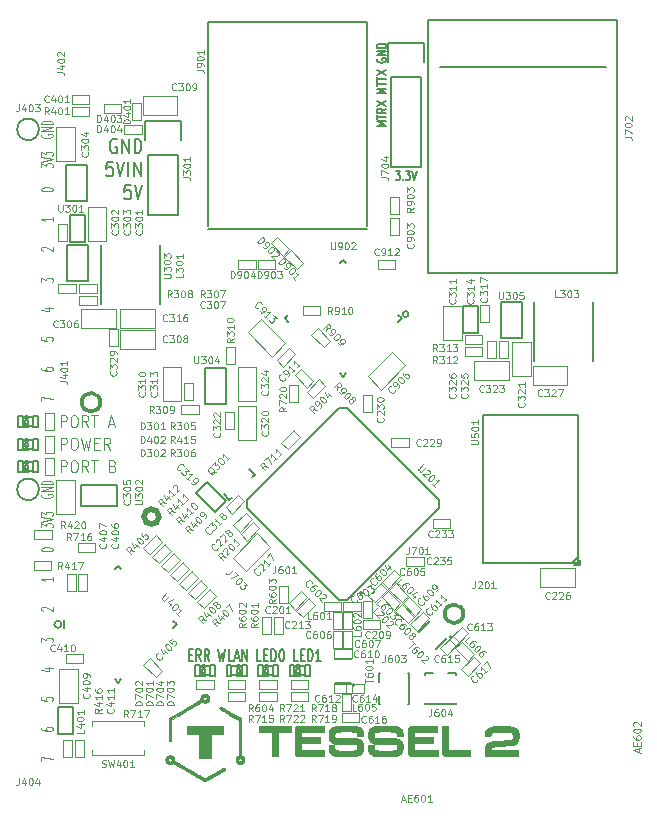
<source format=gbr>
G04 #@! TF.FileFunction,Legend,Top*
%FSLAX46Y46*%
G04 Gerber Fmt 4.6, Leading zero omitted, Abs format (unit mm)*
G04 Created by KiCad (PCBNEW 0.201512080931+6353~38~ubuntu14.04.1-stable) date Mon 21 Dec 2015 12:54:57 AM PST*
%MOMM*%
G01*
G04 APERTURE LIST*
%ADD10C,0.100000*%
%ADD11C,0.150000*%
%ADD12C,0.200000*%
%ADD13C,0.127000*%
%ADD14C,0.001000*%
%ADD15C,0.101600*%
%ADD16C,0.300000*%
%ADD17C,0.500000*%
G04 APERTURE END LIST*
D10*
D11*
X92350334Y-135945571D02*
X92583667Y-135945571D01*
X92683667Y-136469381D02*
X92350334Y-136469381D01*
X92350334Y-135469381D01*
X92683667Y-135469381D01*
X93383667Y-136469381D02*
X93150333Y-135993190D01*
X92983667Y-136469381D02*
X92983667Y-135469381D01*
X93250333Y-135469381D01*
X93317000Y-135517000D01*
X93350333Y-135564619D01*
X93383667Y-135659857D01*
X93383667Y-135802714D01*
X93350333Y-135897952D01*
X93317000Y-135945571D01*
X93250333Y-135993190D01*
X92983667Y-135993190D01*
X94083667Y-136469381D02*
X93850333Y-135993190D01*
X93683667Y-136469381D02*
X93683667Y-135469381D01*
X93950333Y-135469381D01*
X94017000Y-135517000D01*
X94050333Y-135564619D01*
X94083667Y-135659857D01*
X94083667Y-135802714D01*
X94050333Y-135897952D01*
X94017000Y-135945571D01*
X93950333Y-135993190D01*
X93683667Y-135993190D01*
X94850333Y-135469381D02*
X95017000Y-136469381D01*
X95150333Y-135755095D01*
X95283666Y-136469381D01*
X95450333Y-135469381D01*
X96050333Y-136469381D02*
X95717000Y-136469381D01*
X95717000Y-135469381D01*
X96250333Y-136183667D02*
X96583667Y-136183667D01*
X96183667Y-136469381D02*
X96417000Y-135469381D01*
X96650333Y-136469381D01*
X96883667Y-136469381D02*
X96883667Y-135469381D01*
X97283667Y-136469381D01*
X97283667Y-135469381D01*
X98483666Y-136469381D02*
X98150333Y-136469381D01*
X98150333Y-135469381D01*
X98717000Y-135945571D02*
X98950333Y-135945571D01*
X99050333Y-136469381D02*
X98717000Y-136469381D01*
X98717000Y-135469381D01*
X99050333Y-135469381D01*
X99350333Y-136469381D02*
X99350333Y-135469381D01*
X99516999Y-135469381D01*
X99616999Y-135517000D01*
X99683666Y-135612238D01*
X99716999Y-135707476D01*
X99750333Y-135897952D01*
X99750333Y-136040810D01*
X99716999Y-136231286D01*
X99683666Y-136326524D01*
X99616999Y-136421762D01*
X99516999Y-136469381D01*
X99350333Y-136469381D01*
X100183666Y-135469381D02*
X100250333Y-135469381D01*
X100316999Y-135517000D01*
X100350333Y-135564619D01*
X100383666Y-135659857D01*
X100416999Y-135850333D01*
X100416999Y-136088429D01*
X100383666Y-136278905D01*
X100350333Y-136374143D01*
X100316999Y-136421762D01*
X100250333Y-136469381D01*
X100183666Y-136469381D01*
X100116999Y-136421762D01*
X100083666Y-136374143D01*
X100050333Y-136278905D01*
X100016999Y-136088429D01*
X100016999Y-135850333D01*
X100050333Y-135659857D01*
X100083666Y-135564619D01*
X100116999Y-135517000D01*
X100183666Y-135469381D01*
X101583666Y-136469381D02*
X101250333Y-136469381D01*
X101250333Y-135469381D01*
X101817000Y-135945571D02*
X102050333Y-135945571D01*
X102150333Y-136469381D02*
X101817000Y-136469381D01*
X101817000Y-135469381D01*
X102150333Y-135469381D01*
X102450333Y-136469381D02*
X102450333Y-135469381D01*
X102616999Y-135469381D01*
X102716999Y-135517000D01*
X102783666Y-135612238D01*
X102816999Y-135707476D01*
X102850333Y-135897952D01*
X102850333Y-136040810D01*
X102816999Y-136231286D01*
X102783666Y-136326524D01*
X102716999Y-136421762D01*
X102616999Y-136469381D01*
X102450333Y-136469381D01*
X103516999Y-136469381D02*
X103116999Y-136469381D01*
X103316999Y-136469381D02*
X103316999Y-135469381D01*
X103250333Y-135612238D01*
X103183666Y-135707476D01*
X103116999Y-135755095D01*
D12*
X86233286Y-92294000D02*
X86138048Y-92234476D01*
X85995191Y-92234476D01*
X85852333Y-92294000D01*
X85757095Y-92413048D01*
X85709476Y-92532095D01*
X85661857Y-92770190D01*
X85661857Y-92948762D01*
X85709476Y-93186857D01*
X85757095Y-93305905D01*
X85852333Y-93424952D01*
X85995191Y-93484476D01*
X86090429Y-93484476D01*
X86233286Y-93424952D01*
X86280905Y-93365429D01*
X86280905Y-92948762D01*
X86090429Y-92948762D01*
X86709476Y-93484476D02*
X86709476Y-92234476D01*
X87280905Y-93484476D01*
X87280905Y-92234476D01*
X87757095Y-93484476D02*
X87757095Y-92234476D01*
X87995190Y-92234476D01*
X88138048Y-92294000D01*
X88233286Y-92413048D01*
X88280905Y-92532095D01*
X88328524Y-92770190D01*
X88328524Y-92948762D01*
X88280905Y-93186857D01*
X88233286Y-93305905D01*
X88138048Y-93424952D01*
X87995190Y-93484476D01*
X87757095Y-93484476D01*
X85899953Y-94184476D02*
X85423762Y-94184476D01*
X85376143Y-94779714D01*
X85423762Y-94720190D01*
X85519000Y-94660667D01*
X85757096Y-94660667D01*
X85852334Y-94720190D01*
X85899953Y-94779714D01*
X85947572Y-94898762D01*
X85947572Y-95196381D01*
X85899953Y-95315429D01*
X85852334Y-95374952D01*
X85757096Y-95434476D01*
X85519000Y-95434476D01*
X85423762Y-95374952D01*
X85376143Y-95315429D01*
X86233286Y-94184476D02*
X86566619Y-95434476D01*
X86899953Y-94184476D01*
X87233286Y-95434476D02*
X87233286Y-94184476D01*
X87709476Y-95434476D02*
X87709476Y-94184476D01*
X88280905Y-95434476D01*
X88280905Y-94184476D01*
X87423762Y-96134476D02*
X86947571Y-96134476D01*
X86899952Y-96729714D01*
X86947571Y-96670190D01*
X87042809Y-96610667D01*
X87280905Y-96610667D01*
X87376143Y-96670190D01*
X87423762Y-96729714D01*
X87471381Y-96848762D01*
X87471381Y-97146381D01*
X87423762Y-97265429D01*
X87376143Y-97324952D01*
X87280905Y-97384476D01*
X87042809Y-97384476D01*
X86947571Y-97324952D01*
X86899952Y-97265429D01*
X87757095Y-96134476D02*
X88090428Y-97384476D01*
X88423762Y-96134476D01*
D13*
X109858285Y-94938905D02*
X110229714Y-94938905D01*
X110029714Y-95243667D01*
X110115428Y-95243667D01*
X110172571Y-95281762D01*
X110201142Y-95319857D01*
X110229714Y-95396048D01*
X110229714Y-95586524D01*
X110201142Y-95662714D01*
X110172571Y-95700810D01*
X110115428Y-95738905D01*
X109944000Y-95738905D01*
X109886857Y-95700810D01*
X109858285Y-95662714D01*
X110486857Y-95662714D02*
X110515429Y-95700810D01*
X110486857Y-95738905D01*
X110458286Y-95700810D01*
X110486857Y-95662714D01*
X110486857Y-95738905D01*
X110715428Y-94938905D02*
X111086857Y-94938905D01*
X110886857Y-95243667D01*
X110972571Y-95243667D01*
X111029714Y-95281762D01*
X111058285Y-95319857D01*
X111086857Y-95396048D01*
X111086857Y-95586524D01*
X111058285Y-95662714D01*
X111029714Y-95700810D01*
X110972571Y-95738905D01*
X110801143Y-95738905D01*
X110744000Y-95700810D01*
X110715428Y-95662714D01*
X111258286Y-94938905D02*
X111458286Y-95738905D01*
X111658286Y-94938905D01*
X109073905Y-91170143D02*
X108273905Y-91170143D01*
X108845333Y-90970143D01*
X108273905Y-90770143D01*
X109073905Y-90770143D01*
X108273905Y-90570143D02*
X108273905Y-90227286D01*
X109073905Y-90398715D02*
X108273905Y-90398715D01*
X109073905Y-89684429D02*
X108692952Y-89884429D01*
X109073905Y-90027286D02*
X108273905Y-90027286D01*
X108273905Y-89798714D01*
X108312000Y-89741572D01*
X108350095Y-89713000D01*
X108426286Y-89684429D01*
X108540571Y-89684429D01*
X108616762Y-89713000D01*
X108654857Y-89741572D01*
X108692952Y-89798714D01*
X108692952Y-90027286D01*
X108273905Y-89484429D02*
X109073905Y-89084429D01*
X108273905Y-89084429D02*
X109073905Y-89484429D01*
X109073905Y-88398714D02*
X108273905Y-88398714D01*
X108845333Y-88198714D01*
X108273905Y-87998714D01*
X109073905Y-87998714D01*
X108273905Y-87798714D02*
X108273905Y-87455857D01*
X109073905Y-87627286D02*
X108273905Y-87627286D01*
X108273905Y-87341571D02*
X108273905Y-86998714D01*
X109073905Y-87170143D02*
X108273905Y-87170143D01*
X108273905Y-86855857D02*
X109073905Y-86455857D01*
X108273905Y-86455857D02*
X109073905Y-86855857D01*
X108312000Y-85455856D02*
X108273905Y-85512999D01*
X108273905Y-85598713D01*
X108312000Y-85684428D01*
X108388190Y-85741570D01*
X108464381Y-85770142D01*
X108616762Y-85798713D01*
X108731048Y-85798713D01*
X108883429Y-85770142D01*
X108959619Y-85741570D01*
X109035810Y-85684428D01*
X109073905Y-85598713D01*
X109073905Y-85541570D01*
X109035810Y-85455856D01*
X108997714Y-85427285D01*
X108731048Y-85427285D01*
X108731048Y-85541570D01*
X109073905Y-85170142D02*
X108273905Y-85170142D01*
X109073905Y-84827285D01*
X108273905Y-84827285D01*
X109073905Y-84541571D02*
X108273905Y-84541571D01*
X108273905Y-84398714D01*
X108312000Y-84312999D01*
X108388190Y-84255857D01*
X108464381Y-84227285D01*
X108616762Y-84198714D01*
X108731048Y-84198714D01*
X108883429Y-84227285D01*
X108959619Y-84255857D01*
X109035810Y-84312999D01*
X109073905Y-84398714D01*
X109073905Y-84541571D01*
D10*
X81494286Y-120467381D02*
X81494286Y-119467381D01*
X81837143Y-119467381D01*
X81922857Y-119515000D01*
X81965714Y-119562619D01*
X82008571Y-119657857D01*
X82008571Y-119800714D01*
X81965714Y-119895952D01*
X81922857Y-119943571D01*
X81837143Y-119991190D01*
X81494286Y-119991190D01*
X82565714Y-119467381D02*
X82737143Y-119467381D01*
X82822857Y-119515000D01*
X82908571Y-119610238D01*
X82951429Y-119800714D01*
X82951429Y-120134048D01*
X82908571Y-120324524D01*
X82822857Y-120419762D01*
X82737143Y-120467381D01*
X82565714Y-120467381D01*
X82480000Y-120419762D01*
X82394286Y-120324524D01*
X82351429Y-120134048D01*
X82351429Y-119800714D01*
X82394286Y-119610238D01*
X82480000Y-119515000D01*
X82565714Y-119467381D01*
X83851428Y-120467381D02*
X83551428Y-119991190D01*
X83337143Y-120467381D02*
X83337143Y-119467381D01*
X83680000Y-119467381D01*
X83765714Y-119515000D01*
X83808571Y-119562619D01*
X83851428Y-119657857D01*
X83851428Y-119800714D01*
X83808571Y-119895952D01*
X83765714Y-119943571D01*
X83680000Y-119991190D01*
X83337143Y-119991190D01*
X84108571Y-119467381D02*
X84622857Y-119467381D01*
X84365714Y-120467381D02*
X84365714Y-119467381D01*
X85908571Y-119943571D02*
X86037142Y-119991190D01*
X86079999Y-120038810D01*
X86122856Y-120134048D01*
X86122856Y-120276905D01*
X86079999Y-120372143D01*
X86037142Y-120419762D01*
X85951428Y-120467381D01*
X85608571Y-120467381D01*
X85608571Y-119467381D01*
X85908571Y-119467381D01*
X85994285Y-119515000D01*
X86037142Y-119562619D01*
X86079999Y-119657857D01*
X86079999Y-119753095D01*
X86037142Y-119848333D01*
X85994285Y-119895952D01*
X85908571Y-119943571D01*
X85608571Y-119943571D01*
X81494286Y-118562381D02*
X81494286Y-117562381D01*
X81837143Y-117562381D01*
X81922857Y-117610000D01*
X81965714Y-117657619D01*
X82008571Y-117752857D01*
X82008571Y-117895714D01*
X81965714Y-117990952D01*
X81922857Y-118038571D01*
X81837143Y-118086190D01*
X81494286Y-118086190D01*
X82565714Y-117562381D02*
X82737143Y-117562381D01*
X82822857Y-117610000D01*
X82908571Y-117705238D01*
X82951429Y-117895714D01*
X82951429Y-118229048D01*
X82908571Y-118419524D01*
X82822857Y-118514762D01*
X82737143Y-118562381D01*
X82565714Y-118562381D01*
X82480000Y-118514762D01*
X82394286Y-118419524D01*
X82351429Y-118229048D01*
X82351429Y-117895714D01*
X82394286Y-117705238D01*
X82480000Y-117610000D01*
X82565714Y-117562381D01*
X83251428Y-117562381D02*
X83465714Y-118562381D01*
X83637143Y-117848095D01*
X83808571Y-118562381D01*
X84022857Y-117562381D01*
X84365714Y-118038571D02*
X84665714Y-118038571D01*
X84794285Y-118562381D02*
X84365714Y-118562381D01*
X84365714Y-117562381D01*
X84794285Y-117562381D01*
X85694285Y-118562381D02*
X85394285Y-118086190D01*
X85180000Y-118562381D02*
X85180000Y-117562381D01*
X85522857Y-117562381D01*
X85608571Y-117610000D01*
X85651428Y-117657619D01*
X85694285Y-117752857D01*
X85694285Y-117895714D01*
X85651428Y-117990952D01*
X85608571Y-118038571D01*
X85522857Y-118086190D01*
X85180000Y-118086190D01*
X81494286Y-116657381D02*
X81494286Y-115657381D01*
X81837143Y-115657381D01*
X81922857Y-115705000D01*
X81965714Y-115752619D01*
X82008571Y-115847857D01*
X82008571Y-115990714D01*
X81965714Y-116085952D01*
X81922857Y-116133571D01*
X81837143Y-116181190D01*
X81494286Y-116181190D01*
X82565714Y-115657381D02*
X82737143Y-115657381D01*
X82822857Y-115705000D01*
X82908571Y-115800238D01*
X82951429Y-115990714D01*
X82951429Y-116324048D01*
X82908571Y-116514524D01*
X82822857Y-116609762D01*
X82737143Y-116657381D01*
X82565714Y-116657381D01*
X82480000Y-116609762D01*
X82394286Y-116514524D01*
X82351429Y-116324048D01*
X82351429Y-115990714D01*
X82394286Y-115800238D01*
X82480000Y-115705000D01*
X82565714Y-115657381D01*
X83851428Y-116657381D02*
X83551428Y-116181190D01*
X83337143Y-116657381D02*
X83337143Y-115657381D01*
X83680000Y-115657381D01*
X83765714Y-115705000D01*
X83808571Y-115752619D01*
X83851428Y-115847857D01*
X83851428Y-115990714D01*
X83808571Y-116085952D01*
X83765714Y-116133571D01*
X83680000Y-116181190D01*
X83337143Y-116181190D01*
X84108571Y-115657381D02*
X84622857Y-115657381D01*
X84365714Y-116657381D02*
X84365714Y-115657381D01*
X85565714Y-116371667D02*
X85994285Y-116371667D01*
X85479999Y-116657381D02*
X85779999Y-115657381D01*
X86079999Y-116657381D01*
D11*
X107461000Y-82354000D02*
X93961000Y-82354000D01*
X93961000Y-99604000D02*
X93961000Y-82354000D01*
X107461000Y-99604000D02*
X107461000Y-82354000D01*
X107461000Y-99854000D02*
X93961000Y-99854000D01*
X100743095Y-107159157D02*
X100460253Y-107442000D01*
X100460253Y-107442000D02*
X100743095Y-107724843D01*
X105692843Y-102775095D02*
X105410000Y-102492253D01*
X105410000Y-102492253D02*
X105127157Y-102775095D01*
X110076905Y-107159157D02*
X110359747Y-107442000D01*
X110359747Y-107442000D02*
X110076905Y-107724843D01*
X105692843Y-112108905D02*
X105410000Y-112391747D01*
X105410000Y-112391747D02*
X105127157Y-112108905D01*
X110963301Y-107088447D02*
G75*
G03X110963301Y-107088447I-250000J0D01*
G01*
X82296000Y-100965000D02*
X82296000Y-98679000D01*
X82296000Y-98679000D02*
X83566000Y-98679000D01*
X83566000Y-98679000D02*
X83566000Y-100965000D01*
X83566000Y-100965000D02*
X82296000Y-100965000D01*
D10*
X88466000Y-88608000D02*
X91366000Y-88608000D01*
X88466000Y-90208000D02*
X88466000Y-88608000D01*
X91366000Y-90208000D02*
X88466000Y-90208000D01*
X91366000Y-88608000D02*
X91366000Y-90208000D01*
D14*
G36*
X95455706Y-145584639D02*
X95455068Y-145598904D01*
X95455044Y-145599150D01*
X95450195Y-145622419D01*
X95440742Y-145644539D01*
X95427613Y-145663617D01*
X95419539Y-145671795D01*
X95415844Y-145674229D01*
X95406937Y-145679664D01*
X95393076Y-145687950D01*
X95374516Y-145698941D01*
X95351513Y-145712487D01*
X95324322Y-145728442D01*
X95293200Y-145746657D01*
X95258402Y-145766985D01*
X95220183Y-145789277D01*
X95178801Y-145813385D01*
X95134510Y-145839161D01*
X95087566Y-145866458D01*
X95038226Y-145895127D01*
X94986745Y-145925021D01*
X94933378Y-145955991D01*
X94878382Y-145987890D01*
X94822012Y-146020569D01*
X94764524Y-146053880D01*
X94706174Y-146087676D01*
X94647218Y-146121809D01*
X94587912Y-146156130D01*
X94528510Y-146190492D01*
X94469270Y-146224747D01*
X94410447Y-146258746D01*
X94352296Y-146292342D01*
X94295074Y-146325386D01*
X94239037Y-146357732D01*
X94184439Y-146389230D01*
X94131537Y-146419733D01*
X94080587Y-146449092D01*
X94031844Y-146477161D01*
X93985565Y-146503790D01*
X93942005Y-146528832D01*
X93901419Y-146552140D01*
X93864065Y-146573564D01*
X93830197Y-146592957D01*
X93800071Y-146610171D01*
X93773943Y-146625058D01*
X93752068Y-146637470D01*
X93734704Y-146647259D01*
X93722105Y-146654277D01*
X93714527Y-146658376D01*
X93712232Y-146659456D01*
X93709250Y-146657876D01*
X93700954Y-146653227D01*
X93687532Y-146645616D01*
X93669170Y-146635151D01*
X93646052Y-146621938D01*
X93618366Y-146606085D01*
X93586298Y-146587699D01*
X93550033Y-146566886D01*
X93509758Y-146543753D01*
X93465659Y-146518408D01*
X93417921Y-146490958D01*
X93366732Y-146461510D01*
X93312276Y-146430170D01*
X93254740Y-146397047D01*
X93194311Y-146362246D01*
X93131173Y-146325875D01*
X93065514Y-146288041D01*
X92997519Y-146248851D01*
X92927374Y-146208412D01*
X92855266Y-146166831D01*
X92781380Y-146124215D01*
X92705902Y-146080672D01*
X92629019Y-146036307D01*
X92622687Y-146032653D01*
X92542856Y-145986571D01*
X92463149Y-145940542D01*
X92383815Y-145894710D01*
X92305107Y-145849221D01*
X92227273Y-145804219D01*
X92150566Y-145759852D01*
X92075236Y-145716263D01*
X92001533Y-145673598D01*
X91929709Y-145632004D01*
X91860014Y-145591624D01*
X91792700Y-145552605D01*
X91728016Y-145515092D01*
X91666213Y-145479230D01*
X91607543Y-145445165D01*
X91552255Y-145413042D01*
X91500602Y-145383006D01*
X91452833Y-145355204D01*
X91409199Y-145329780D01*
X91369951Y-145306880D01*
X91335340Y-145286649D01*
X91305617Y-145269232D01*
X91281032Y-145254775D01*
X91271725Y-145249282D01*
X91006612Y-145092571D01*
X90982364Y-145112143D01*
X90943867Y-145139796D01*
X90903660Y-145161741D01*
X90899746Y-145163270D01*
X90899746Y-144825738D01*
X90898244Y-144796992D01*
X90891228Y-144769213D01*
X90879107Y-144743113D01*
X90862289Y-144719402D01*
X90841185Y-144698794D01*
X90816204Y-144681998D01*
X90789125Y-144670178D01*
X90768951Y-144665773D01*
X90744675Y-144664333D01*
X90714548Y-144667261D01*
X90686550Y-144675632D01*
X90661157Y-144688821D01*
X90638844Y-144706208D01*
X90620088Y-144727169D01*
X90605365Y-144751082D01*
X90595150Y-144777325D01*
X90589920Y-144805274D01*
X90590151Y-144834308D01*
X90595139Y-144859878D01*
X90606749Y-144889398D01*
X90623470Y-144915388D01*
X90644843Y-144937364D01*
X90670408Y-144954843D01*
X90696325Y-144966230D01*
X90718922Y-144971581D01*
X90743883Y-144973606D01*
X90768482Y-144972235D01*
X90786167Y-144968615D01*
X90814688Y-144957035D01*
X90840195Y-144940232D01*
X90862048Y-144918875D01*
X90879607Y-144893630D01*
X90892233Y-144865164D01*
X90895323Y-144854739D01*
X90899746Y-144825738D01*
X90899746Y-145163270D01*
X90860509Y-145178600D01*
X90836910Y-145185455D01*
X90813577Y-145190169D01*
X90786207Y-145193517D01*
X90756988Y-145195388D01*
X90728109Y-145195670D01*
X90701758Y-145194251D01*
X90690609Y-145192928D01*
X90644924Y-145183279D01*
X90600211Y-145168067D01*
X90557962Y-145147861D01*
X90534138Y-145133391D01*
X90517358Y-145121042D01*
X90498555Y-145105227D01*
X90479472Y-145087576D01*
X90461852Y-145069717D01*
X90447437Y-145053278D01*
X90444762Y-145049875D01*
X90417939Y-145009708D01*
X90396640Y-144966864D01*
X90380966Y-144921946D01*
X90371017Y-144875552D01*
X90366894Y-144828286D01*
X90368698Y-144780746D01*
X90376530Y-144733534D01*
X90386013Y-144699918D01*
X90404164Y-144655282D01*
X90427634Y-144613690D01*
X90455970Y-144575562D01*
X90488719Y-144541317D01*
X90525428Y-144511375D01*
X90565644Y-144486153D01*
X90608915Y-144466072D01*
X90654187Y-144451699D01*
X90691074Y-144444966D01*
X90730963Y-144441997D01*
X90771750Y-144442780D01*
X90811333Y-144447301D01*
X90837737Y-144452821D01*
X90883136Y-144467552D01*
X90925625Y-144487533D01*
X90964868Y-144512311D01*
X91000531Y-144541432D01*
X91032278Y-144574442D01*
X91059774Y-144610889D01*
X91082683Y-144650318D01*
X91100671Y-144692276D01*
X91113402Y-144736309D01*
X91120540Y-144781963D01*
X91121750Y-144828786D01*
X91121363Y-144836486D01*
X91120322Y-144852308D01*
X91119196Y-144867381D01*
X91118152Y-144879575D01*
X91117616Y-144884775D01*
X91115943Y-144899062D01*
X91345440Y-145034479D01*
X91362167Y-145044316D01*
X91383592Y-145056860D01*
X91409499Y-145071987D01*
X91439672Y-145089571D01*
X91473895Y-145109489D01*
X91511952Y-145131614D01*
X91553628Y-145155824D01*
X91598706Y-145181992D01*
X91646970Y-145209993D01*
X91698205Y-145239704D01*
X91752194Y-145271000D01*
X91808722Y-145303755D01*
X91867572Y-145337845D01*
X91928529Y-145373144D01*
X91991376Y-145409529D01*
X92055899Y-145446875D01*
X92121880Y-145485056D01*
X92189104Y-145523948D01*
X92257355Y-145563426D01*
X92326416Y-145603366D01*
X92396073Y-145643642D01*
X92466109Y-145684129D01*
X92536308Y-145724704D01*
X92606454Y-145765241D01*
X92676331Y-145805616D01*
X92745724Y-145845703D01*
X92814416Y-145885378D01*
X92882191Y-145924516D01*
X92948834Y-145962992D01*
X93014128Y-146000682D01*
X93077858Y-146037460D01*
X93139807Y-146073203D01*
X93199760Y-146107784D01*
X93257501Y-146141081D01*
X93312813Y-146172966D01*
X93365481Y-146203317D01*
X93415289Y-146232007D01*
X93462021Y-146258913D01*
X93505461Y-146283910D01*
X93545393Y-146306872D01*
X93581601Y-146327675D01*
X93613869Y-146346194D01*
X93641981Y-146362304D01*
X93665721Y-146375882D01*
X93684874Y-146386800D01*
X93699223Y-146394936D01*
X93708552Y-146400165D01*
X93712646Y-146402360D01*
X93712818Y-146402425D01*
X93715747Y-146400857D01*
X93723956Y-146396238D01*
X93737227Y-146388693D01*
X93755340Y-146378348D01*
X93778077Y-146365329D01*
X93805220Y-146349762D01*
X93836550Y-146331772D01*
X93871849Y-146311484D01*
X93910898Y-146289026D01*
X93953479Y-146264522D01*
X93999374Y-146238098D01*
X94048364Y-146209880D01*
X94100231Y-146179993D01*
X94154755Y-146148564D01*
X94211720Y-146115718D01*
X94270905Y-146081581D01*
X94332094Y-146046278D01*
X94395066Y-146009936D01*
X94459605Y-145972680D01*
X94502545Y-145947886D01*
X94568151Y-145910012D01*
X94632418Y-145872932D01*
X94695122Y-145836774D01*
X94756041Y-145801665D01*
X94814951Y-145767735D01*
X94871629Y-145735110D01*
X94925851Y-145703920D01*
X94977394Y-145674293D01*
X95026035Y-145646356D01*
X95071550Y-145620237D01*
X95113717Y-145596065D01*
X95152311Y-145573968D01*
X95187109Y-145554074D01*
X95217889Y-145536511D01*
X95244427Y-145521408D01*
X95266499Y-145508891D01*
X95283882Y-145499090D01*
X95296353Y-145492132D01*
X95303689Y-145488146D01*
X95305558Y-145487224D01*
X95323856Y-145482554D01*
X95345509Y-145480840D01*
X95359555Y-145481102D01*
X95370302Y-145482683D01*
X95380767Y-145486236D01*
X95389963Y-145490449D01*
X95411813Y-145503165D01*
X95428480Y-145518099D01*
X95441055Y-145536471D01*
X95450084Y-145557875D01*
X95454193Y-145572195D01*
X95455706Y-145584639D01*
X95455706Y-145584639D01*
X95455706Y-145584639D01*
G37*
X95455706Y-145584639D02*
X95455068Y-145598904D01*
X95455044Y-145599150D01*
X95450195Y-145622419D01*
X95440742Y-145644539D01*
X95427613Y-145663617D01*
X95419539Y-145671795D01*
X95415844Y-145674229D01*
X95406937Y-145679664D01*
X95393076Y-145687950D01*
X95374516Y-145698941D01*
X95351513Y-145712487D01*
X95324322Y-145728442D01*
X95293200Y-145746657D01*
X95258402Y-145766985D01*
X95220183Y-145789277D01*
X95178801Y-145813385D01*
X95134510Y-145839161D01*
X95087566Y-145866458D01*
X95038226Y-145895127D01*
X94986745Y-145925021D01*
X94933378Y-145955991D01*
X94878382Y-145987890D01*
X94822012Y-146020569D01*
X94764524Y-146053880D01*
X94706174Y-146087676D01*
X94647218Y-146121809D01*
X94587912Y-146156130D01*
X94528510Y-146190492D01*
X94469270Y-146224747D01*
X94410447Y-146258746D01*
X94352296Y-146292342D01*
X94295074Y-146325386D01*
X94239037Y-146357732D01*
X94184439Y-146389230D01*
X94131537Y-146419733D01*
X94080587Y-146449092D01*
X94031844Y-146477161D01*
X93985565Y-146503790D01*
X93942005Y-146528832D01*
X93901419Y-146552140D01*
X93864065Y-146573564D01*
X93830197Y-146592957D01*
X93800071Y-146610171D01*
X93773943Y-146625058D01*
X93752068Y-146637470D01*
X93734704Y-146647259D01*
X93722105Y-146654277D01*
X93714527Y-146658376D01*
X93712232Y-146659456D01*
X93709250Y-146657876D01*
X93700954Y-146653227D01*
X93687532Y-146645616D01*
X93669170Y-146635151D01*
X93646052Y-146621938D01*
X93618366Y-146606085D01*
X93586298Y-146587699D01*
X93550033Y-146566886D01*
X93509758Y-146543753D01*
X93465659Y-146518408D01*
X93417921Y-146490958D01*
X93366732Y-146461510D01*
X93312276Y-146430170D01*
X93254740Y-146397047D01*
X93194311Y-146362246D01*
X93131173Y-146325875D01*
X93065514Y-146288041D01*
X92997519Y-146248851D01*
X92927374Y-146208412D01*
X92855266Y-146166831D01*
X92781380Y-146124215D01*
X92705902Y-146080672D01*
X92629019Y-146036307D01*
X92622687Y-146032653D01*
X92542856Y-145986571D01*
X92463149Y-145940542D01*
X92383815Y-145894710D01*
X92305107Y-145849221D01*
X92227273Y-145804219D01*
X92150566Y-145759852D01*
X92075236Y-145716263D01*
X92001533Y-145673598D01*
X91929709Y-145632004D01*
X91860014Y-145591624D01*
X91792700Y-145552605D01*
X91728016Y-145515092D01*
X91666213Y-145479230D01*
X91607543Y-145445165D01*
X91552255Y-145413042D01*
X91500602Y-145383006D01*
X91452833Y-145355204D01*
X91409199Y-145329780D01*
X91369951Y-145306880D01*
X91335340Y-145286649D01*
X91305617Y-145269232D01*
X91281032Y-145254775D01*
X91271725Y-145249282D01*
X91006612Y-145092571D01*
X90982364Y-145112143D01*
X90943867Y-145139796D01*
X90903660Y-145161741D01*
X90899746Y-145163270D01*
X90899746Y-144825738D01*
X90898244Y-144796992D01*
X90891228Y-144769213D01*
X90879107Y-144743113D01*
X90862289Y-144719402D01*
X90841185Y-144698794D01*
X90816204Y-144681998D01*
X90789125Y-144670178D01*
X90768951Y-144665773D01*
X90744675Y-144664333D01*
X90714548Y-144667261D01*
X90686550Y-144675632D01*
X90661157Y-144688821D01*
X90638844Y-144706208D01*
X90620088Y-144727169D01*
X90605365Y-144751082D01*
X90595150Y-144777325D01*
X90589920Y-144805274D01*
X90590151Y-144834308D01*
X90595139Y-144859878D01*
X90606749Y-144889398D01*
X90623470Y-144915388D01*
X90644843Y-144937364D01*
X90670408Y-144954843D01*
X90696325Y-144966230D01*
X90718922Y-144971581D01*
X90743883Y-144973606D01*
X90768482Y-144972235D01*
X90786167Y-144968615D01*
X90814688Y-144957035D01*
X90840195Y-144940232D01*
X90862048Y-144918875D01*
X90879607Y-144893630D01*
X90892233Y-144865164D01*
X90895323Y-144854739D01*
X90899746Y-144825738D01*
X90899746Y-145163270D01*
X90860509Y-145178600D01*
X90836910Y-145185455D01*
X90813577Y-145190169D01*
X90786207Y-145193517D01*
X90756988Y-145195388D01*
X90728109Y-145195670D01*
X90701758Y-145194251D01*
X90690609Y-145192928D01*
X90644924Y-145183279D01*
X90600211Y-145168067D01*
X90557962Y-145147861D01*
X90534138Y-145133391D01*
X90517358Y-145121042D01*
X90498555Y-145105227D01*
X90479472Y-145087576D01*
X90461852Y-145069717D01*
X90447437Y-145053278D01*
X90444762Y-145049875D01*
X90417939Y-145009708D01*
X90396640Y-144966864D01*
X90380966Y-144921946D01*
X90371017Y-144875552D01*
X90366894Y-144828286D01*
X90368698Y-144780746D01*
X90376530Y-144733534D01*
X90386013Y-144699918D01*
X90404164Y-144655282D01*
X90427634Y-144613690D01*
X90455970Y-144575562D01*
X90488719Y-144541317D01*
X90525428Y-144511375D01*
X90565644Y-144486153D01*
X90608915Y-144466072D01*
X90654187Y-144451699D01*
X90691074Y-144444966D01*
X90730963Y-144441997D01*
X90771750Y-144442780D01*
X90811333Y-144447301D01*
X90837737Y-144452821D01*
X90883136Y-144467552D01*
X90925625Y-144487533D01*
X90964868Y-144512311D01*
X91000531Y-144541432D01*
X91032278Y-144574442D01*
X91059774Y-144610889D01*
X91082683Y-144650318D01*
X91100671Y-144692276D01*
X91113402Y-144736309D01*
X91120540Y-144781963D01*
X91121750Y-144828786D01*
X91121363Y-144836486D01*
X91120322Y-144852308D01*
X91119196Y-144867381D01*
X91118152Y-144879575D01*
X91117616Y-144884775D01*
X91115943Y-144899062D01*
X91345440Y-145034479D01*
X91362167Y-145044316D01*
X91383592Y-145056860D01*
X91409499Y-145071987D01*
X91439672Y-145089571D01*
X91473895Y-145109489D01*
X91511952Y-145131614D01*
X91553628Y-145155824D01*
X91598706Y-145181992D01*
X91646970Y-145209993D01*
X91698205Y-145239704D01*
X91752194Y-145271000D01*
X91808722Y-145303755D01*
X91867572Y-145337845D01*
X91928529Y-145373144D01*
X91991376Y-145409529D01*
X92055899Y-145446875D01*
X92121880Y-145485056D01*
X92189104Y-145523948D01*
X92257355Y-145563426D01*
X92326416Y-145603366D01*
X92396073Y-145643642D01*
X92466109Y-145684129D01*
X92536308Y-145724704D01*
X92606454Y-145765241D01*
X92676331Y-145805616D01*
X92745724Y-145845703D01*
X92814416Y-145885378D01*
X92882191Y-145924516D01*
X92948834Y-145962992D01*
X93014128Y-146000682D01*
X93077858Y-146037460D01*
X93139807Y-146073203D01*
X93199760Y-146107784D01*
X93257501Y-146141081D01*
X93312813Y-146172966D01*
X93365481Y-146203317D01*
X93415289Y-146232007D01*
X93462021Y-146258913D01*
X93505461Y-146283910D01*
X93545393Y-146306872D01*
X93581601Y-146327675D01*
X93613869Y-146346194D01*
X93641981Y-146362304D01*
X93665721Y-146375882D01*
X93684874Y-146386800D01*
X93699223Y-146394936D01*
X93708552Y-146400165D01*
X93712646Y-146402360D01*
X93712818Y-146402425D01*
X93715747Y-146400857D01*
X93723956Y-146396238D01*
X93737227Y-146388693D01*
X93755340Y-146378348D01*
X93778077Y-146365329D01*
X93805220Y-146349762D01*
X93836550Y-146331772D01*
X93871849Y-146311484D01*
X93910898Y-146289026D01*
X93953479Y-146264522D01*
X93999374Y-146238098D01*
X94048364Y-146209880D01*
X94100231Y-146179993D01*
X94154755Y-146148564D01*
X94211720Y-146115718D01*
X94270905Y-146081581D01*
X94332094Y-146046278D01*
X94395066Y-146009936D01*
X94459605Y-145972680D01*
X94502545Y-145947886D01*
X94568151Y-145910012D01*
X94632418Y-145872932D01*
X94695122Y-145836774D01*
X94756041Y-145801665D01*
X94814951Y-145767735D01*
X94871629Y-145735110D01*
X94925851Y-145703920D01*
X94977394Y-145674293D01*
X95026035Y-145646356D01*
X95071550Y-145620237D01*
X95113717Y-145596065D01*
X95152311Y-145573968D01*
X95187109Y-145554074D01*
X95217889Y-145536511D01*
X95244427Y-145521408D01*
X95266499Y-145508891D01*
X95283882Y-145499090D01*
X95296353Y-145492132D01*
X95303689Y-145488146D01*
X95305558Y-145487224D01*
X95323856Y-145482554D01*
X95345509Y-145480840D01*
X95359555Y-145481102D01*
X95370302Y-145482683D01*
X95380767Y-145486236D01*
X95389963Y-145490449D01*
X95411813Y-145503165D01*
X95428480Y-145518099D01*
X95441055Y-145536471D01*
X95450084Y-145557875D01*
X95454193Y-145572195D01*
X95455706Y-145584639D01*
X95455706Y-145584639D01*
G36*
X97064159Y-144819687D02*
X97061088Y-144869218D01*
X97052034Y-144916756D01*
X97037095Y-144962064D01*
X97016371Y-145004904D01*
X96989958Y-145045039D01*
X96957956Y-145082232D01*
X96953852Y-145086379D01*
X96916872Y-145118895D01*
X96876770Y-145145985D01*
X96841473Y-145163668D01*
X96841473Y-144832000D01*
X96841135Y-144802607D01*
X96840739Y-144799479D01*
X96833523Y-144769472D01*
X96820855Y-144741999D01*
X96803332Y-144717668D01*
X96781554Y-144697085D01*
X96756119Y-144680860D01*
X96727624Y-144669598D01*
X96708653Y-144665370D01*
X96680009Y-144663872D01*
X96651779Y-144668170D01*
X96624761Y-144677719D01*
X96599750Y-144691975D01*
X96577541Y-144710396D01*
X96558932Y-144732438D01*
X96544717Y-144757556D01*
X96536145Y-144783175D01*
X96532886Y-144807501D01*
X96533442Y-144833473D01*
X96537544Y-144859057D01*
X96544924Y-144882219D01*
X96550809Y-144894099D01*
X96568255Y-144917873D01*
X96590419Y-144938504D01*
X96616108Y-144955165D01*
X96644127Y-144967028D01*
X96662875Y-144971747D01*
X96676037Y-144972846D01*
X96692877Y-144972423D01*
X96710972Y-144970701D01*
X96727893Y-144967906D01*
X96740429Y-144964549D01*
X96766965Y-144951910D01*
X96790310Y-144934360D01*
X96809948Y-144912747D01*
X96825364Y-144887918D01*
X96836044Y-144860720D01*
X96841473Y-144832000D01*
X96841473Y-145163668D01*
X96833864Y-145167480D01*
X96788472Y-145183216D01*
X96753534Y-145191043D01*
X96733969Y-145193514D01*
X96710556Y-145195008D01*
X96685337Y-145195521D01*
X96660357Y-145195051D01*
X96637657Y-145193593D01*
X96620012Y-145191280D01*
X96584005Y-145182905D01*
X96549656Y-145170985D01*
X96521400Y-145158231D01*
X96478020Y-145133469D01*
X96439107Y-145104262D01*
X96404844Y-145070850D01*
X96375412Y-145033474D01*
X96350993Y-144992373D01*
X96331770Y-144947787D01*
X96317922Y-144899958D01*
X96314908Y-144885353D01*
X96311882Y-144861808D01*
X96310603Y-144834210D01*
X96310991Y-144804589D01*
X96312970Y-144774974D01*
X96316461Y-144747394D01*
X96321064Y-144725091D01*
X96336160Y-144679391D01*
X96356622Y-144636361D01*
X96382030Y-144596476D01*
X96411961Y-144560211D01*
X96445993Y-144528041D01*
X96483706Y-144500441D01*
X96524677Y-144477886D01*
X96550070Y-144467188D01*
X96569212Y-144459995D01*
X96571414Y-144358853D01*
X96571568Y-144348820D01*
X96571728Y-144332660D01*
X96571894Y-144310594D01*
X96572065Y-144282845D01*
X96572240Y-144249636D01*
X96572420Y-144211188D01*
X96572602Y-144167725D01*
X96572788Y-144119468D01*
X96572976Y-144066640D01*
X96573164Y-144009464D01*
X96573354Y-143948161D01*
X96573544Y-143882955D01*
X96573734Y-143814067D01*
X96573922Y-143741719D01*
X96574109Y-143666135D01*
X96574293Y-143587536D01*
X96574475Y-143506146D01*
X96574653Y-143422185D01*
X96574826Y-143335877D01*
X96574995Y-143247444D01*
X96575159Y-143157109D01*
X96575316Y-143065093D01*
X96575467Y-142971620D01*
X96575610Y-142876911D01*
X96575638Y-142857537D01*
X96577660Y-141457362D01*
X95795561Y-141005828D01*
X95730138Y-140968054D01*
X95666051Y-140931044D01*
X95603522Y-140894929D01*
X95542777Y-140859838D01*
X95484041Y-140825901D01*
X95427537Y-140793248D01*
X95373491Y-140762010D01*
X95322127Y-140732315D01*
X95273670Y-140704293D01*
X95228344Y-140678076D01*
X95186374Y-140653792D01*
X95147984Y-140631571D01*
X95113399Y-140611544D01*
X95082843Y-140593840D01*
X95056541Y-140578589D01*
X95034718Y-140565921D01*
X95017598Y-140555967D01*
X95005406Y-140548855D01*
X94998366Y-140544716D01*
X94996775Y-140543755D01*
X94979636Y-140529887D01*
X94964489Y-140511937D01*
X94953079Y-140492135D01*
X94949844Y-140483870D01*
X94946295Y-140466322D01*
X94945665Y-140445919D01*
X94947818Y-140425370D01*
X94952617Y-140407388D01*
X94953828Y-140404461D01*
X94966846Y-140382767D01*
X94984605Y-140364545D01*
X95006042Y-140350691D01*
X95026830Y-140342896D01*
X95047195Y-140339010D01*
X95065340Y-140339103D01*
X95084082Y-140343285D01*
X95090380Y-140345402D01*
X95094698Y-140347544D01*
X95104298Y-140352740D01*
X95118961Y-140360867D01*
X95138473Y-140371800D01*
X95162615Y-140385416D01*
X95191173Y-140401591D01*
X95223929Y-140420201D01*
X95260666Y-140441123D01*
X95301169Y-140464231D01*
X95345221Y-140489404D01*
X95392605Y-140516516D01*
X95443104Y-140545444D01*
X95496503Y-140576064D01*
X95552584Y-140608253D01*
X95611132Y-140641886D01*
X95671928Y-140676839D01*
X95734759Y-140712989D01*
X95799405Y-140750212D01*
X95865652Y-140788384D01*
X95933282Y-140827382D01*
X95954850Y-140839825D01*
X96799552Y-141327187D01*
X96797673Y-142789275D01*
X96797548Y-142886267D01*
X96797422Y-142982062D01*
X96797296Y-143076441D01*
X96797170Y-143169189D01*
X96797045Y-143260088D01*
X96796921Y-143348922D01*
X96796798Y-143435472D01*
X96796677Y-143519522D01*
X96796558Y-143600855D01*
X96796442Y-143679254D01*
X96796328Y-143754501D01*
X96796217Y-143826381D01*
X96796109Y-143894675D01*
X96796005Y-143959167D01*
X96795905Y-144019640D01*
X96795810Y-144075876D01*
X96795719Y-144127659D01*
X96795634Y-144174772D01*
X96795554Y-144216996D01*
X96795479Y-144254117D01*
X96795411Y-144285916D01*
X96795349Y-144312176D01*
X96795294Y-144332680D01*
X96795246Y-144347212D01*
X96795216Y-144353980D01*
X96794637Y-144456598D01*
X96821625Y-144466755D01*
X96865609Y-144486632D01*
X96906277Y-144511734D01*
X96943239Y-144541650D01*
X96976100Y-144575966D01*
X97004469Y-144614271D01*
X97027953Y-144656152D01*
X97046160Y-144701198D01*
X97046870Y-144703357D01*
X97054909Y-144731227D01*
X97060235Y-144757962D01*
X97063201Y-144785937D01*
X97064158Y-144817525D01*
X97064159Y-144819687D01*
X97064159Y-144819687D01*
X97064159Y-144819687D01*
G37*
X97064159Y-144819687D02*
X97061088Y-144869218D01*
X97052034Y-144916756D01*
X97037095Y-144962064D01*
X97016371Y-145004904D01*
X96989958Y-145045039D01*
X96957956Y-145082232D01*
X96953852Y-145086379D01*
X96916872Y-145118895D01*
X96876770Y-145145985D01*
X96841473Y-145163668D01*
X96841473Y-144832000D01*
X96841135Y-144802607D01*
X96840739Y-144799479D01*
X96833523Y-144769472D01*
X96820855Y-144741999D01*
X96803332Y-144717668D01*
X96781554Y-144697085D01*
X96756119Y-144680860D01*
X96727624Y-144669598D01*
X96708653Y-144665370D01*
X96680009Y-144663872D01*
X96651779Y-144668170D01*
X96624761Y-144677719D01*
X96599750Y-144691975D01*
X96577541Y-144710396D01*
X96558932Y-144732438D01*
X96544717Y-144757556D01*
X96536145Y-144783175D01*
X96532886Y-144807501D01*
X96533442Y-144833473D01*
X96537544Y-144859057D01*
X96544924Y-144882219D01*
X96550809Y-144894099D01*
X96568255Y-144917873D01*
X96590419Y-144938504D01*
X96616108Y-144955165D01*
X96644127Y-144967028D01*
X96662875Y-144971747D01*
X96676037Y-144972846D01*
X96692877Y-144972423D01*
X96710972Y-144970701D01*
X96727893Y-144967906D01*
X96740429Y-144964549D01*
X96766965Y-144951910D01*
X96790310Y-144934360D01*
X96809948Y-144912747D01*
X96825364Y-144887918D01*
X96836044Y-144860720D01*
X96841473Y-144832000D01*
X96841473Y-145163668D01*
X96833864Y-145167480D01*
X96788472Y-145183216D01*
X96753534Y-145191043D01*
X96733969Y-145193514D01*
X96710556Y-145195008D01*
X96685337Y-145195521D01*
X96660357Y-145195051D01*
X96637657Y-145193593D01*
X96620012Y-145191280D01*
X96584005Y-145182905D01*
X96549656Y-145170985D01*
X96521400Y-145158231D01*
X96478020Y-145133469D01*
X96439107Y-145104262D01*
X96404844Y-145070850D01*
X96375412Y-145033474D01*
X96350993Y-144992373D01*
X96331770Y-144947787D01*
X96317922Y-144899958D01*
X96314908Y-144885353D01*
X96311882Y-144861808D01*
X96310603Y-144834210D01*
X96310991Y-144804589D01*
X96312970Y-144774974D01*
X96316461Y-144747394D01*
X96321064Y-144725091D01*
X96336160Y-144679391D01*
X96356622Y-144636361D01*
X96382030Y-144596476D01*
X96411961Y-144560211D01*
X96445993Y-144528041D01*
X96483706Y-144500441D01*
X96524677Y-144477886D01*
X96550070Y-144467188D01*
X96569212Y-144459995D01*
X96571414Y-144358853D01*
X96571568Y-144348820D01*
X96571728Y-144332660D01*
X96571894Y-144310594D01*
X96572065Y-144282845D01*
X96572240Y-144249636D01*
X96572420Y-144211188D01*
X96572602Y-144167725D01*
X96572788Y-144119468D01*
X96572976Y-144066640D01*
X96573164Y-144009464D01*
X96573354Y-143948161D01*
X96573544Y-143882955D01*
X96573734Y-143814067D01*
X96573922Y-143741719D01*
X96574109Y-143666135D01*
X96574293Y-143587536D01*
X96574475Y-143506146D01*
X96574653Y-143422185D01*
X96574826Y-143335877D01*
X96574995Y-143247444D01*
X96575159Y-143157109D01*
X96575316Y-143065093D01*
X96575467Y-142971620D01*
X96575610Y-142876911D01*
X96575638Y-142857537D01*
X96577660Y-141457362D01*
X95795561Y-141005828D01*
X95730138Y-140968054D01*
X95666051Y-140931044D01*
X95603522Y-140894929D01*
X95542777Y-140859838D01*
X95484041Y-140825901D01*
X95427537Y-140793248D01*
X95373491Y-140762010D01*
X95322127Y-140732315D01*
X95273670Y-140704293D01*
X95228344Y-140678076D01*
X95186374Y-140653792D01*
X95147984Y-140631571D01*
X95113399Y-140611544D01*
X95082843Y-140593840D01*
X95056541Y-140578589D01*
X95034718Y-140565921D01*
X95017598Y-140555967D01*
X95005406Y-140548855D01*
X94998366Y-140544716D01*
X94996775Y-140543755D01*
X94979636Y-140529887D01*
X94964489Y-140511937D01*
X94953079Y-140492135D01*
X94949844Y-140483870D01*
X94946295Y-140466322D01*
X94945665Y-140445919D01*
X94947818Y-140425370D01*
X94952617Y-140407388D01*
X94953828Y-140404461D01*
X94966846Y-140382767D01*
X94984605Y-140364545D01*
X95006042Y-140350691D01*
X95026830Y-140342896D01*
X95047195Y-140339010D01*
X95065340Y-140339103D01*
X95084082Y-140343285D01*
X95090380Y-140345402D01*
X95094698Y-140347544D01*
X95104298Y-140352740D01*
X95118961Y-140360867D01*
X95138473Y-140371800D01*
X95162615Y-140385416D01*
X95191173Y-140401591D01*
X95223929Y-140420201D01*
X95260666Y-140441123D01*
X95301169Y-140464231D01*
X95345221Y-140489404D01*
X95392605Y-140516516D01*
X95443104Y-140545444D01*
X95496503Y-140576064D01*
X95552584Y-140608253D01*
X95611132Y-140641886D01*
X95671928Y-140676839D01*
X95734759Y-140712989D01*
X95799405Y-140750212D01*
X95865652Y-140788384D01*
X95933282Y-140827382D01*
X95954850Y-140839825D01*
X96799552Y-141327187D01*
X96797673Y-142789275D01*
X96797548Y-142886267D01*
X96797422Y-142982062D01*
X96797296Y-143076441D01*
X96797170Y-143169189D01*
X96797045Y-143260088D01*
X96796921Y-143348922D01*
X96796798Y-143435472D01*
X96796677Y-143519522D01*
X96796558Y-143600855D01*
X96796442Y-143679254D01*
X96796328Y-143754501D01*
X96796217Y-143826381D01*
X96796109Y-143894675D01*
X96796005Y-143959167D01*
X96795905Y-144019640D01*
X96795810Y-144075876D01*
X96795719Y-144127659D01*
X96795634Y-144174772D01*
X96795554Y-144216996D01*
X96795479Y-144254117D01*
X96795411Y-144285916D01*
X96795349Y-144312176D01*
X96795294Y-144332680D01*
X96795246Y-144347212D01*
X96795216Y-144353980D01*
X96794637Y-144456598D01*
X96821625Y-144466755D01*
X96865609Y-144486632D01*
X96906277Y-144511734D01*
X96943239Y-144541650D01*
X96976100Y-144575966D01*
X97004469Y-144614271D01*
X97027953Y-144656152D01*
X97046160Y-144701198D01*
X97046870Y-144703357D01*
X97054909Y-144731227D01*
X97060235Y-144757962D01*
X97063201Y-144785937D01*
X97064158Y-144817525D01*
X97064159Y-144819687D01*
X97064159Y-144819687D01*
G36*
X93643450Y-144637125D02*
X93410087Y-144637125D01*
X93176725Y-144637125D01*
X93176725Y-143656050D01*
X93176725Y-142674975D01*
X92686187Y-142674975D01*
X92195650Y-142674975D01*
X92195650Y-142327312D01*
X92195650Y-141979650D01*
X92919550Y-141979650D01*
X93643450Y-141979650D01*
X93643450Y-143308387D01*
X93643450Y-144637125D01*
X93643450Y-144637125D01*
X93643450Y-144637125D01*
G37*
X93643450Y-144637125D02*
X93410087Y-144637125D01*
X93176725Y-144637125D01*
X93176725Y-143656050D01*
X93176725Y-142674975D01*
X92686187Y-142674975D01*
X92195650Y-142674975D01*
X92195650Y-142327312D01*
X92195650Y-141979650D01*
X92919550Y-141979650D01*
X93643450Y-141979650D01*
X93643450Y-143308387D01*
X93643450Y-144637125D01*
X93643450Y-144637125D01*
G36*
X95230950Y-142674975D02*
X94732475Y-142674975D01*
X94234000Y-142674975D01*
X94234000Y-143656050D01*
X94234000Y-144637125D01*
X93999050Y-144637125D01*
X93764100Y-144637125D01*
X93764100Y-143308387D01*
X93764100Y-141979650D01*
X94497525Y-141979650D01*
X95230950Y-141979650D01*
X95230950Y-142327312D01*
X95230950Y-142674975D01*
X95230950Y-142674975D01*
X95230950Y-142674975D01*
G37*
X95230950Y-142674975D02*
X94732475Y-142674975D01*
X94234000Y-142674975D01*
X94234000Y-143656050D01*
X94234000Y-144637125D01*
X93999050Y-144637125D01*
X93764100Y-144637125D01*
X93764100Y-143308387D01*
X93764100Y-141979650D01*
X94497525Y-141979650D01*
X95230950Y-141979650D01*
X95230950Y-142327312D01*
X95230950Y-142674975D01*
X95230950Y-142674975D01*
G36*
X107108479Y-143711452D02*
X107108384Y-143743628D01*
X107108109Y-143775038D01*
X107107653Y-143804665D01*
X107107018Y-143831493D01*
X107106201Y-143854506D01*
X107105407Y-143869642D01*
X107099471Y-143937749D01*
X107090621Y-144000494D01*
X107078725Y-144058224D01*
X107063652Y-144111284D01*
X107045270Y-144160020D01*
X107023448Y-144204780D01*
X106998054Y-144245908D01*
X106968957Y-144283752D01*
X106936025Y-144318656D01*
X106933974Y-144320617D01*
X106896927Y-144352413D01*
X106856070Y-144380789D01*
X106810419Y-144406409D01*
X106796455Y-144413269D01*
X106757960Y-144430346D01*
X106717107Y-144445876D01*
X106673546Y-144459916D01*
X106626929Y-144472522D01*
X106576905Y-144483751D01*
X106523126Y-144493659D01*
X106465240Y-144502304D01*
X106402900Y-144509742D01*
X106335756Y-144516029D01*
X106263457Y-144521222D01*
X106185655Y-144525378D01*
X106102000Y-144528554D01*
X106081512Y-144529163D01*
X106060773Y-144529637D01*
X106034267Y-144530063D01*
X106002580Y-144530441D01*
X105966294Y-144530771D01*
X105925994Y-144531053D01*
X105882263Y-144531287D01*
X105835686Y-144531473D01*
X105786846Y-144531613D01*
X105736327Y-144531705D01*
X105684712Y-144531750D01*
X105632587Y-144531749D01*
X105580534Y-144531701D01*
X105529138Y-144531606D01*
X105478982Y-144531466D01*
X105430650Y-144531279D01*
X105384726Y-144531046D01*
X105341794Y-144530768D01*
X105302438Y-144530444D01*
X105267242Y-144530075D01*
X105236789Y-144529660D01*
X105211663Y-144529201D01*
X105198862Y-144528889D01*
X105110725Y-144525703D01*
X105028499Y-144521157D01*
X104951884Y-144515209D01*
X104880579Y-144507815D01*
X104814284Y-144498931D01*
X104752696Y-144488515D01*
X104695517Y-144476522D01*
X104642444Y-144462910D01*
X104593178Y-144447634D01*
X104563571Y-144436989D01*
X104508763Y-144413554D01*
X104458651Y-144386641D01*
X104413135Y-144356094D01*
X104372114Y-144321756D01*
X104335490Y-144283473D01*
X104303161Y-144241089D01*
X104275028Y-144194446D01*
X104250991Y-144143391D01*
X104230949Y-144087767D01*
X104214803Y-144027418D01*
X104202453Y-143962188D01*
X104193798Y-143891922D01*
X104190944Y-143856616D01*
X104190177Y-143842024D01*
X104189473Y-143822173D01*
X104188852Y-143798150D01*
X104188336Y-143771046D01*
X104187946Y-143741951D01*
X104187702Y-143711954D01*
X104187625Y-143684372D01*
X104187625Y-143560800D01*
X104425750Y-143560800D01*
X104663875Y-143560800D01*
X104664022Y-143636206D01*
X104664338Y-143683772D01*
X104665082Y-143727273D01*
X104666238Y-143766363D01*
X104667786Y-143800696D01*
X104669711Y-143829925D01*
X104671993Y-143853704D01*
X104674617Y-143871687D01*
X104676280Y-143879296D01*
X104686273Y-143908994D01*
X104699780Y-143933939D01*
X104717466Y-143954927D01*
X104739997Y-143972756D01*
X104766650Y-143987567D01*
X104789907Y-143997524D01*
X104815765Y-144006416D01*
X104844631Y-144014303D01*
X104876917Y-144021244D01*
X104913031Y-144027299D01*
X104953384Y-144032528D01*
X104998385Y-144036991D01*
X105048444Y-144040746D01*
X105103971Y-144043855D01*
X105165376Y-144046376D01*
X105171875Y-144046599D01*
X105190046Y-144047085D01*
X105214029Y-144047529D01*
X105243286Y-144047928D01*
X105277278Y-144048285D01*
X105315467Y-144048598D01*
X105357315Y-144048867D01*
X105402283Y-144049094D01*
X105449833Y-144049276D01*
X105499428Y-144049416D01*
X105550528Y-144049512D01*
X105602596Y-144049564D01*
X105655093Y-144049574D01*
X105707482Y-144049539D01*
X105759224Y-144049462D01*
X105809780Y-144049341D01*
X105858613Y-144049177D01*
X105905184Y-144048969D01*
X105948955Y-144048718D01*
X105989389Y-144048424D01*
X106025945Y-144048086D01*
X106058088Y-144047705D01*
X106085277Y-144047281D01*
X106106975Y-144046813D01*
X106114850Y-144046587D01*
X106183457Y-144043950D01*
X106245997Y-144040564D01*
X106302712Y-144036369D01*
X106353848Y-144031305D01*
X106399647Y-144025312D01*
X106440355Y-144018330D01*
X106476216Y-144010298D01*
X106507473Y-144001158D01*
X106534372Y-143990848D01*
X106557155Y-143979308D01*
X106576068Y-143966479D01*
X106591355Y-143952301D01*
X106603259Y-143936713D01*
X106609739Y-143924871D01*
X106613836Y-143915946D01*
X106617255Y-143907728D01*
X106620056Y-143899554D01*
X106622301Y-143890763D01*
X106624051Y-143880692D01*
X106625368Y-143868679D01*
X106626313Y-143854064D01*
X106626948Y-143836183D01*
X106627334Y-143814374D01*
X106627532Y-143787977D01*
X106627604Y-143756328D01*
X106627612Y-143732250D01*
X106627592Y-143696312D01*
X106627478Y-143666121D01*
X106627188Y-143641075D01*
X106626642Y-143620572D01*
X106625757Y-143604008D01*
X106624453Y-143590782D01*
X106622648Y-143580290D01*
X106620260Y-143571930D01*
X106617209Y-143565099D01*
X106613412Y-143559195D01*
X106608789Y-143553616D01*
X106603258Y-143547758D01*
X106602605Y-143547086D01*
X106589979Y-143536133D01*
X106574475Y-143526546D01*
X106555591Y-143518187D01*
X106532827Y-143510917D01*
X106505682Y-143504597D01*
X106473655Y-143499090D01*
X106436244Y-143494257D01*
X106397425Y-143490357D01*
X106382068Y-143489334D01*
X106360853Y-143488470D01*
X106334270Y-143487763D01*
X106302809Y-143487211D01*
X106266959Y-143486814D01*
X106227211Y-143486569D01*
X106184055Y-143486475D01*
X106137980Y-143486530D01*
X106089477Y-143486734D01*
X106039034Y-143487084D01*
X105987143Y-143487579D01*
X105934293Y-143488217D01*
X105880974Y-143488998D01*
X105827676Y-143489919D01*
X105774889Y-143490979D01*
X105723103Y-143492176D01*
X105711625Y-143492465D01*
X105659099Y-143493715D01*
X105605238Y-143494825D01*
X105550554Y-143495793D01*
X105495557Y-143496618D01*
X105440760Y-143497299D01*
X105386674Y-143497833D01*
X105333811Y-143498218D01*
X105282682Y-143498454D01*
X105233800Y-143498539D01*
X105187676Y-143498470D01*
X105144821Y-143498247D01*
X105105748Y-143497868D01*
X105070967Y-143497330D01*
X105040992Y-143496634D01*
X105016332Y-143495776D01*
X104997501Y-143494755D01*
X104997250Y-143494737D01*
X104922576Y-143488564D01*
X104853680Y-143480947D01*
X104790128Y-143471773D01*
X104731489Y-143460930D01*
X104677330Y-143448303D01*
X104627219Y-143433779D01*
X104580724Y-143417244D01*
X104537412Y-143398586D01*
X104496852Y-143377690D01*
X104458610Y-143354444D01*
X104455912Y-143352662D01*
X104411511Y-143320148D01*
X104371852Y-143284623D01*
X104336757Y-143245781D01*
X104306049Y-143203319D01*
X104279549Y-143156933D01*
X104257082Y-143106317D01*
X104238469Y-143051170D01*
X104223533Y-142991185D01*
X104213825Y-142937664D01*
X104212589Y-142928912D01*
X104211548Y-142919595D01*
X104210686Y-142909108D01*
X104209985Y-142896848D01*
X104209432Y-142882211D01*
X104209009Y-142864593D01*
X104208700Y-142843390D01*
X104208490Y-142817998D01*
X104208362Y-142787813D01*
X104208301Y-142752232D01*
X104208290Y-142728950D01*
X104208322Y-142686937D01*
X104208460Y-142650577D01*
X104208747Y-142619173D01*
X104209226Y-142592028D01*
X104209941Y-142568446D01*
X104210932Y-142547729D01*
X104212245Y-142529182D01*
X104213920Y-142512106D01*
X104216001Y-142495805D01*
X104218532Y-142479583D01*
X104221553Y-142462743D01*
X104225109Y-142444587D01*
X104226033Y-142440025D01*
X104240542Y-142380891D01*
X104259167Y-142326285D01*
X104282057Y-142276054D01*
X104309361Y-142230040D01*
X104341228Y-142188090D01*
X104377808Y-142150049D01*
X104419250Y-142115762D01*
X104465702Y-142085074D01*
X104517313Y-142057829D01*
X104574234Y-142033873D01*
X104636613Y-142013052D01*
X104637194Y-142012880D01*
X104687256Y-141999523D01*
X104742134Y-141987657D01*
X104802089Y-141977243D01*
X104867388Y-141968241D01*
X104938294Y-141960612D01*
X105015071Y-141954316D01*
X105040685Y-141952592D01*
X105073409Y-141950775D01*
X105111915Y-141949120D01*
X105155639Y-141947627D01*
X105204016Y-141946297D01*
X105256482Y-141945131D01*
X105312470Y-141944130D01*
X105371416Y-141943293D01*
X105432755Y-141942623D01*
X105495922Y-141942119D01*
X105560352Y-141941782D01*
X105625480Y-141941614D01*
X105690740Y-141941614D01*
X105755569Y-141941784D01*
X105819401Y-141942123D01*
X105881670Y-141942634D01*
X105941813Y-141943316D01*
X105999263Y-141944170D01*
X106053456Y-141945197D01*
X106103828Y-141946398D01*
X106149812Y-141947773D01*
X106190844Y-141949323D01*
X106226359Y-141951049D01*
X106227562Y-141951117D01*
X106314692Y-141957019D01*
X106395911Y-141964620D01*
X106471443Y-141973990D01*
X106541514Y-141985198D01*
X106606350Y-141998312D01*
X106666176Y-142013401D01*
X106721217Y-142030535D01*
X106771698Y-142049782D01*
X106817846Y-142071211D01*
X106859885Y-142094891D01*
X106898040Y-142120891D01*
X106932538Y-142149280D01*
X106958555Y-142174707D01*
X106988319Y-142209233D01*
X107014172Y-142245997D01*
X107036373Y-142285600D01*
X107055181Y-142328645D01*
X107070857Y-142375733D01*
X107083660Y-142427465D01*
X107093850Y-142484445D01*
X107094722Y-142490364D01*
X107096207Y-142503086D01*
X107097492Y-142519569D01*
X107098595Y-142540280D01*
X107099535Y-142565684D01*
X107100330Y-142596247D01*
X107101000Y-142632435D01*
X107101325Y-142655131D01*
X107103036Y-142786100D01*
X106863222Y-142786100D01*
X106623407Y-142786100D01*
X106622015Y-142690056D01*
X106621552Y-142660987D01*
X106621020Y-142637424D01*
X106620309Y-142618522D01*
X106619309Y-142603439D01*
X106617910Y-142591330D01*
X106616002Y-142581350D01*
X106613476Y-142572657D01*
X106610220Y-142564406D01*
X106606125Y-142555753D01*
X106603945Y-142551435D01*
X106592999Y-142535152D01*
X106577230Y-142518889D01*
X106558014Y-142504034D01*
X106555107Y-142502133D01*
X106534358Y-142490511D01*
X106510020Y-142479985D01*
X106481822Y-142470511D01*
X106449495Y-142462047D01*
X106412766Y-142454551D01*
X106371366Y-142447979D01*
X106325024Y-142442290D01*
X106273468Y-142437440D01*
X106216428Y-142433387D01*
X106153632Y-142430088D01*
X106084812Y-142427500D01*
X106079925Y-142427350D01*
X106058396Y-142426814D01*
X106031106Y-142426331D01*
X105998641Y-142425898D01*
X105961590Y-142425518D01*
X105920539Y-142425189D01*
X105876077Y-142424911D01*
X105828791Y-142424686D01*
X105779269Y-142424512D01*
X105728098Y-142424390D01*
X105675867Y-142424320D01*
X105623162Y-142424301D01*
X105570571Y-142424335D01*
X105518683Y-142424421D01*
X105468085Y-142424559D01*
X105419364Y-142424748D01*
X105373108Y-142424990D01*
X105329904Y-142425284D01*
X105290342Y-142425630D01*
X105255007Y-142426028D01*
X105224488Y-142426479D01*
X105199372Y-142426982D01*
X105187750Y-142427290D01*
X105121040Y-142429691D01*
X105060376Y-142432760D01*
X105005485Y-142436547D01*
X104956093Y-142441102D01*
X104911927Y-142446475D01*
X104872712Y-142452717D01*
X104838175Y-142459878D01*
X104808043Y-142468007D01*
X104782041Y-142477155D01*
X104759897Y-142487372D01*
X104741336Y-142498707D01*
X104726085Y-142511212D01*
X104725331Y-142511941D01*
X104716615Y-142520807D01*
X104709254Y-142529431D01*
X104703134Y-142538425D01*
X104698140Y-142548401D01*
X104694158Y-142559971D01*
X104691072Y-142573746D01*
X104688770Y-142590338D01*
X104687135Y-142610359D01*
X104686053Y-142634421D01*
X104685411Y-142663136D01*
X104685093Y-142697115D01*
X104684997Y-142727362D01*
X104685003Y-142762920D01*
X104685156Y-142792638D01*
X104685469Y-142817024D01*
X104685956Y-142836586D01*
X104686630Y-142851834D01*
X104687507Y-142863275D01*
X104688599Y-142871419D01*
X104688996Y-142873412D01*
X104696832Y-142898594D01*
X104708722Y-142920591D01*
X104725020Y-142939683D01*
X104746080Y-142956147D01*
X104772256Y-142970263D01*
X104803903Y-142982311D01*
X104839781Y-142992194D01*
X104859451Y-142996521D01*
X104880409Y-143000470D01*
X104902912Y-143004046D01*
X104927220Y-143007254D01*
X104953592Y-143010100D01*
X104982286Y-143012588D01*
X105013562Y-143014724D01*
X105047678Y-143016513D01*
X105084893Y-143017959D01*
X105125465Y-143019069D01*
X105169655Y-143019846D01*
X105217720Y-143020296D01*
X105269919Y-143020425D01*
X105326511Y-143020236D01*
X105387756Y-143019736D01*
X105453911Y-143018930D01*
X105525237Y-143017822D01*
X105601990Y-143016418D01*
X105684432Y-143014723D01*
X105772819Y-143012742D01*
X105822750Y-143011563D01*
X105869148Y-143010501D01*
X105918080Y-143009471D01*
X105968531Y-143008491D01*
X106019489Y-143007577D01*
X106069940Y-143006744D01*
X106118872Y-143006009D01*
X106165270Y-143005388D01*
X106208123Y-143004897D01*
X106246416Y-143004552D01*
X106272012Y-143004398D01*
X106315653Y-143004242D01*
X106353641Y-143004212D01*
X106386675Y-143004343D01*
X106415452Y-143004673D01*
X106440669Y-143005239D01*
X106463024Y-143006076D01*
X106483214Y-143007223D01*
X106501936Y-143008715D01*
X106519888Y-143010591D01*
X106537767Y-143012885D01*
X106556270Y-143015636D01*
X106576096Y-143018881D01*
X106589322Y-143021150D01*
X106656452Y-143035317D01*
X106719235Y-143053721D01*
X106777573Y-143076296D01*
X106831371Y-143102981D01*
X106880534Y-143133710D01*
X106924965Y-143168421D01*
X106964569Y-143207050D01*
X106999250Y-143249534D01*
X107028912Y-143295809D01*
X107042192Y-143321087D01*
X107061681Y-143364612D01*
X107077277Y-143407950D01*
X107089370Y-143452577D01*
X107098354Y-143499972D01*
X107104618Y-143551613D01*
X107105296Y-143559212D01*
X107106272Y-143574645D01*
X107107070Y-143595409D01*
X107107690Y-143620488D01*
X107108132Y-143648866D01*
X107108395Y-143679526D01*
X107108479Y-143711452D01*
X107108479Y-143711452D01*
X107108479Y-143711452D01*
G37*
X107108479Y-143711452D02*
X107108384Y-143743628D01*
X107108109Y-143775038D01*
X107107653Y-143804665D01*
X107107018Y-143831493D01*
X107106201Y-143854506D01*
X107105407Y-143869642D01*
X107099471Y-143937749D01*
X107090621Y-144000494D01*
X107078725Y-144058224D01*
X107063652Y-144111284D01*
X107045270Y-144160020D01*
X107023448Y-144204780D01*
X106998054Y-144245908D01*
X106968957Y-144283752D01*
X106936025Y-144318656D01*
X106933974Y-144320617D01*
X106896927Y-144352413D01*
X106856070Y-144380789D01*
X106810419Y-144406409D01*
X106796455Y-144413269D01*
X106757960Y-144430346D01*
X106717107Y-144445876D01*
X106673546Y-144459916D01*
X106626929Y-144472522D01*
X106576905Y-144483751D01*
X106523126Y-144493659D01*
X106465240Y-144502304D01*
X106402900Y-144509742D01*
X106335756Y-144516029D01*
X106263457Y-144521222D01*
X106185655Y-144525378D01*
X106102000Y-144528554D01*
X106081512Y-144529163D01*
X106060773Y-144529637D01*
X106034267Y-144530063D01*
X106002580Y-144530441D01*
X105966294Y-144530771D01*
X105925994Y-144531053D01*
X105882263Y-144531287D01*
X105835686Y-144531473D01*
X105786846Y-144531613D01*
X105736327Y-144531705D01*
X105684712Y-144531750D01*
X105632587Y-144531749D01*
X105580534Y-144531701D01*
X105529138Y-144531606D01*
X105478982Y-144531466D01*
X105430650Y-144531279D01*
X105384726Y-144531046D01*
X105341794Y-144530768D01*
X105302438Y-144530444D01*
X105267242Y-144530075D01*
X105236789Y-144529660D01*
X105211663Y-144529201D01*
X105198862Y-144528889D01*
X105110725Y-144525703D01*
X105028499Y-144521157D01*
X104951884Y-144515209D01*
X104880579Y-144507815D01*
X104814284Y-144498931D01*
X104752696Y-144488515D01*
X104695517Y-144476522D01*
X104642444Y-144462910D01*
X104593178Y-144447634D01*
X104563571Y-144436989D01*
X104508763Y-144413554D01*
X104458651Y-144386641D01*
X104413135Y-144356094D01*
X104372114Y-144321756D01*
X104335490Y-144283473D01*
X104303161Y-144241089D01*
X104275028Y-144194446D01*
X104250991Y-144143391D01*
X104230949Y-144087767D01*
X104214803Y-144027418D01*
X104202453Y-143962188D01*
X104193798Y-143891922D01*
X104190944Y-143856616D01*
X104190177Y-143842024D01*
X104189473Y-143822173D01*
X104188852Y-143798150D01*
X104188336Y-143771046D01*
X104187946Y-143741951D01*
X104187702Y-143711954D01*
X104187625Y-143684372D01*
X104187625Y-143560800D01*
X104425750Y-143560800D01*
X104663875Y-143560800D01*
X104664022Y-143636206D01*
X104664338Y-143683772D01*
X104665082Y-143727273D01*
X104666238Y-143766363D01*
X104667786Y-143800696D01*
X104669711Y-143829925D01*
X104671993Y-143853704D01*
X104674617Y-143871687D01*
X104676280Y-143879296D01*
X104686273Y-143908994D01*
X104699780Y-143933939D01*
X104717466Y-143954927D01*
X104739997Y-143972756D01*
X104766650Y-143987567D01*
X104789907Y-143997524D01*
X104815765Y-144006416D01*
X104844631Y-144014303D01*
X104876917Y-144021244D01*
X104913031Y-144027299D01*
X104953384Y-144032528D01*
X104998385Y-144036991D01*
X105048444Y-144040746D01*
X105103971Y-144043855D01*
X105165376Y-144046376D01*
X105171875Y-144046599D01*
X105190046Y-144047085D01*
X105214029Y-144047529D01*
X105243286Y-144047928D01*
X105277278Y-144048285D01*
X105315467Y-144048598D01*
X105357315Y-144048867D01*
X105402283Y-144049094D01*
X105449833Y-144049276D01*
X105499428Y-144049416D01*
X105550528Y-144049512D01*
X105602596Y-144049564D01*
X105655093Y-144049574D01*
X105707482Y-144049539D01*
X105759224Y-144049462D01*
X105809780Y-144049341D01*
X105858613Y-144049177D01*
X105905184Y-144048969D01*
X105948955Y-144048718D01*
X105989389Y-144048424D01*
X106025945Y-144048086D01*
X106058088Y-144047705D01*
X106085277Y-144047281D01*
X106106975Y-144046813D01*
X106114850Y-144046587D01*
X106183457Y-144043950D01*
X106245997Y-144040564D01*
X106302712Y-144036369D01*
X106353848Y-144031305D01*
X106399647Y-144025312D01*
X106440355Y-144018330D01*
X106476216Y-144010298D01*
X106507473Y-144001158D01*
X106534372Y-143990848D01*
X106557155Y-143979308D01*
X106576068Y-143966479D01*
X106591355Y-143952301D01*
X106603259Y-143936713D01*
X106609739Y-143924871D01*
X106613836Y-143915946D01*
X106617255Y-143907728D01*
X106620056Y-143899554D01*
X106622301Y-143890763D01*
X106624051Y-143880692D01*
X106625368Y-143868679D01*
X106626313Y-143854064D01*
X106626948Y-143836183D01*
X106627334Y-143814374D01*
X106627532Y-143787977D01*
X106627604Y-143756328D01*
X106627612Y-143732250D01*
X106627592Y-143696312D01*
X106627478Y-143666121D01*
X106627188Y-143641075D01*
X106626642Y-143620572D01*
X106625757Y-143604008D01*
X106624453Y-143590782D01*
X106622648Y-143580290D01*
X106620260Y-143571930D01*
X106617209Y-143565099D01*
X106613412Y-143559195D01*
X106608789Y-143553616D01*
X106603258Y-143547758D01*
X106602605Y-143547086D01*
X106589979Y-143536133D01*
X106574475Y-143526546D01*
X106555591Y-143518187D01*
X106532827Y-143510917D01*
X106505682Y-143504597D01*
X106473655Y-143499090D01*
X106436244Y-143494257D01*
X106397425Y-143490357D01*
X106382068Y-143489334D01*
X106360853Y-143488470D01*
X106334270Y-143487763D01*
X106302809Y-143487211D01*
X106266959Y-143486814D01*
X106227211Y-143486569D01*
X106184055Y-143486475D01*
X106137980Y-143486530D01*
X106089477Y-143486734D01*
X106039034Y-143487084D01*
X105987143Y-143487579D01*
X105934293Y-143488217D01*
X105880974Y-143488998D01*
X105827676Y-143489919D01*
X105774889Y-143490979D01*
X105723103Y-143492176D01*
X105711625Y-143492465D01*
X105659099Y-143493715D01*
X105605238Y-143494825D01*
X105550554Y-143495793D01*
X105495557Y-143496618D01*
X105440760Y-143497299D01*
X105386674Y-143497833D01*
X105333811Y-143498218D01*
X105282682Y-143498454D01*
X105233800Y-143498539D01*
X105187676Y-143498470D01*
X105144821Y-143498247D01*
X105105748Y-143497868D01*
X105070967Y-143497330D01*
X105040992Y-143496634D01*
X105016332Y-143495776D01*
X104997501Y-143494755D01*
X104997250Y-143494737D01*
X104922576Y-143488564D01*
X104853680Y-143480947D01*
X104790128Y-143471773D01*
X104731489Y-143460930D01*
X104677330Y-143448303D01*
X104627219Y-143433779D01*
X104580724Y-143417244D01*
X104537412Y-143398586D01*
X104496852Y-143377690D01*
X104458610Y-143354444D01*
X104455912Y-143352662D01*
X104411511Y-143320148D01*
X104371852Y-143284623D01*
X104336757Y-143245781D01*
X104306049Y-143203319D01*
X104279549Y-143156933D01*
X104257082Y-143106317D01*
X104238469Y-143051170D01*
X104223533Y-142991185D01*
X104213825Y-142937664D01*
X104212589Y-142928912D01*
X104211548Y-142919595D01*
X104210686Y-142909108D01*
X104209985Y-142896848D01*
X104209432Y-142882211D01*
X104209009Y-142864593D01*
X104208700Y-142843390D01*
X104208490Y-142817998D01*
X104208362Y-142787813D01*
X104208301Y-142752232D01*
X104208290Y-142728950D01*
X104208322Y-142686937D01*
X104208460Y-142650577D01*
X104208747Y-142619173D01*
X104209226Y-142592028D01*
X104209941Y-142568446D01*
X104210932Y-142547729D01*
X104212245Y-142529182D01*
X104213920Y-142512106D01*
X104216001Y-142495805D01*
X104218532Y-142479583D01*
X104221553Y-142462743D01*
X104225109Y-142444587D01*
X104226033Y-142440025D01*
X104240542Y-142380891D01*
X104259167Y-142326285D01*
X104282057Y-142276054D01*
X104309361Y-142230040D01*
X104341228Y-142188090D01*
X104377808Y-142150049D01*
X104419250Y-142115762D01*
X104465702Y-142085074D01*
X104517313Y-142057829D01*
X104574234Y-142033873D01*
X104636613Y-142013052D01*
X104637194Y-142012880D01*
X104687256Y-141999523D01*
X104742134Y-141987657D01*
X104802089Y-141977243D01*
X104867388Y-141968241D01*
X104938294Y-141960612D01*
X105015071Y-141954316D01*
X105040685Y-141952592D01*
X105073409Y-141950775D01*
X105111915Y-141949120D01*
X105155639Y-141947627D01*
X105204016Y-141946297D01*
X105256482Y-141945131D01*
X105312470Y-141944130D01*
X105371416Y-141943293D01*
X105432755Y-141942623D01*
X105495922Y-141942119D01*
X105560352Y-141941782D01*
X105625480Y-141941614D01*
X105690740Y-141941614D01*
X105755569Y-141941784D01*
X105819401Y-141942123D01*
X105881670Y-141942634D01*
X105941813Y-141943316D01*
X105999263Y-141944170D01*
X106053456Y-141945197D01*
X106103828Y-141946398D01*
X106149812Y-141947773D01*
X106190844Y-141949323D01*
X106226359Y-141951049D01*
X106227562Y-141951117D01*
X106314692Y-141957019D01*
X106395911Y-141964620D01*
X106471443Y-141973990D01*
X106541514Y-141985198D01*
X106606350Y-141998312D01*
X106666176Y-142013401D01*
X106721217Y-142030535D01*
X106771698Y-142049782D01*
X106817846Y-142071211D01*
X106859885Y-142094891D01*
X106898040Y-142120891D01*
X106932538Y-142149280D01*
X106958555Y-142174707D01*
X106988319Y-142209233D01*
X107014172Y-142245997D01*
X107036373Y-142285600D01*
X107055181Y-142328645D01*
X107070857Y-142375733D01*
X107083660Y-142427465D01*
X107093850Y-142484445D01*
X107094722Y-142490364D01*
X107096207Y-142503086D01*
X107097492Y-142519569D01*
X107098595Y-142540280D01*
X107099535Y-142565684D01*
X107100330Y-142596247D01*
X107101000Y-142632435D01*
X107101325Y-142655131D01*
X107103036Y-142786100D01*
X106863222Y-142786100D01*
X106623407Y-142786100D01*
X106622015Y-142690056D01*
X106621552Y-142660987D01*
X106621020Y-142637424D01*
X106620309Y-142618522D01*
X106619309Y-142603439D01*
X106617910Y-142591330D01*
X106616002Y-142581350D01*
X106613476Y-142572657D01*
X106610220Y-142564406D01*
X106606125Y-142555753D01*
X106603945Y-142551435D01*
X106592999Y-142535152D01*
X106577230Y-142518889D01*
X106558014Y-142504034D01*
X106555107Y-142502133D01*
X106534358Y-142490511D01*
X106510020Y-142479985D01*
X106481822Y-142470511D01*
X106449495Y-142462047D01*
X106412766Y-142454551D01*
X106371366Y-142447979D01*
X106325024Y-142442290D01*
X106273468Y-142437440D01*
X106216428Y-142433387D01*
X106153632Y-142430088D01*
X106084812Y-142427500D01*
X106079925Y-142427350D01*
X106058396Y-142426814D01*
X106031106Y-142426331D01*
X105998641Y-142425898D01*
X105961590Y-142425518D01*
X105920539Y-142425189D01*
X105876077Y-142424911D01*
X105828791Y-142424686D01*
X105779269Y-142424512D01*
X105728098Y-142424390D01*
X105675867Y-142424320D01*
X105623162Y-142424301D01*
X105570571Y-142424335D01*
X105518683Y-142424421D01*
X105468085Y-142424559D01*
X105419364Y-142424748D01*
X105373108Y-142424990D01*
X105329904Y-142425284D01*
X105290342Y-142425630D01*
X105255007Y-142426028D01*
X105224488Y-142426479D01*
X105199372Y-142426982D01*
X105187750Y-142427290D01*
X105121040Y-142429691D01*
X105060376Y-142432760D01*
X105005485Y-142436547D01*
X104956093Y-142441102D01*
X104911927Y-142446475D01*
X104872712Y-142452717D01*
X104838175Y-142459878D01*
X104808043Y-142468007D01*
X104782041Y-142477155D01*
X104759897Y-142487372D01*
X104741336Y-142498707D01*
X104726085Y-142511212D01*
X104725331Y-142511941D01*
X104716615Y-142520807D01*
X104709254Y-142529431D01*
X104703134Y-142538425D01*
X104698140Y-142548401D01*
X104694158Y-142559971D01*
X104691072Y-142573746D01*
X104688770Y-142590338D01*
X104687135Y-142610359D01*
X104686053Y-142634421D01*
X104685411Y-142663136D01*
X104685093Y-142697115D01*
X104684997Y-142727362D01*
X104685003Y-142762920D01*
X104685156Y-142792638D01*
X104685469Y-142817024D01*
X104685956Y-142836586D01*
X104686630Y-142851834D01*
X104687507Y-142863275D01*
X104688599Y-142871419D01*
X104688996Y-142873412D01*
X104696832Y-142898594D01*
X104708722Y-142920591D01*
X104725020Y-142939683D01*
X104746080Y-142956147D01*
X104772256Y-142970263D01*
X104803903Y-142982311D01*
X104839781Y-142992194D01*
X104859451Y-142996521D01*
X104880409Y-143000470D01*
X104902912Y-143004046D01*
X104927220Y-143007254D01*
X104953592Y-143010100D01*
X104982286Y-143012588D01*
X105013562Y-143014724D01*
X105047678Y-143016513D01*
X105084893Y-143017959D01*
X105125465Y-143019069D01*
X105169655Y-143019846D01*
X105217720Y-143020296D01*
X105269919Y-143020425D01*
X105326511Y-143020236D01*
X105387756Y-143019736D01*
X105453911Y-143018930D01*
X105525237Y-143017822D01*
X105601990Y-143016418D01*
X105684432Y-143014723D01*
X105772819Y-143012742D01*
X105822750Y-143011563D01*
X105869148Y-143010501D01*
X105918080Y-143009471D01*
X105968531Y-143008491D01*
X106019489Y-143007577D01*
X106069940Y-143006744D01*
X106118872Y-143006009D01*
X106165270Y-143005388D01*
X106208123Y-143004897D01*
X106246416Y-143004552D01*
X106272012Y-143004398D01*
X106315653Y-143004242D01*
X106353641Y-143004212D01*
X106386675Y-143004343D01*
X106415452Y-143004673D01*
X106440669Y-143005239D01*
X106463024Y-143006076D01*
X106483214Y-143007223D01*
X106501936Y-143008715D01*
X106519888Y-143010591D01*
X106537767Y-143012885D01*
X106556270Y-143015636D01*
X106576096Y-143018881D01*
X106589322Y-143021150D01*
X106656452Y-143035317D01*
X106719235Y-143053721D01*
X106777573Y-143076296D01*
X106831371Y-143102981D01*
X106880534Y-143133710D01*
X106924965Y-143168421D01*
X106964569Y-143207050D01*
X106999250Y-143249534D01*
X107028912Y-143295809D01*
X107042192Y-143321087D01*
X107061681Y-143364612D01*
X107077277Y-143407950D01*
X107089370Y-143452577D01*
X107098354Y-143499972D01*
X107104618Y-143551613D01*
X107105296Y-143559212D01*
X107106272Y-143574645D01*
X107107070Y-143595409D01*
X107107690Y-143620488D01*
X107108132Y-143648866D01*
X107108395Y-143679526D01*
X107108479Y-143711452D01*
X107108479Y-143711452D01*
G36*
X110454646Y-143696303D02*
X110454456Y-143738254D01*
X110453740Y-143780405D01*
X110452522Y-143821616D01*
X110450827Y-143860748D01*
X110448680Y-143896664D01*
X110446105Y-143928224D01*
X110443933Y-143948150D01*
X110433521Y-144014311D01*
X110419384Y-144075433D01*
X110401435Y-144131683D01*
X110379581Y-144183228D01*
X110353733Y-144230237D01*
X110323800Y-144272877D01*
X110289693Y-144311317D01*
X110251320Y-144345723D01*
X110216441Y-144371157D01*
X110182053Y-144392415D01*
X110145461Y-144411889D01*
X110106348Y-144429641D01*
X110064398Y-144445734D01*
X110019297Y-144460232D01*
X109970729Y-144473198D01*
X109918378Y-144484696D01*
X109861930Y-144494787D01*
X109801070Y-144503536D01*
X109735481Y-144511006D01*
X109664848Y-144517260D01*
X109588856Y-144522360D01*
X109507191Y-144526371D01*
X109427962Y-144529119D01*
X109407338Y-144529597D01*
X109380946Y-144530027D01*
X109349369Y-144530409D01*
X109313190Y-144530743D01*
X109272990Y-144531029D01*
X109229353Y-144531267D01*
X109182860Y-144531458D01*
X109134095Y-144531602D01*
X109083639Y-144531699D01*
X109032075Y-144531749D01*
X108979985Y-144531751D01*
X108927952Y-144531708D01*
X108876558Y-144531617D01*
X108826386Y-144531480D01*
X108778018Y-144531297D01*
X108732036Y-144531068D01*
X108689022Y-144530793D01*
X108649560Y-144530473D01*
X108614232Y-144530106D01*
X108583620Y-144529695D01*
X108558306Y-144529238D01*
X108543725Y-144528882D01*
X108455466Y-144525638D01*
X108373123Y-144521041D01*
X108296395Y-144515044D01*
X108224985Y-144507601D01*
X108158592Y-144498665D01*
X108096919Y-144488188D01*
X108039665Y-144476126D01*
X107986532Y-144462430D01*
X107937220Y-144447054D01*
X107891431Y-144429952D01*
X107880150Y-144425252D01*
X107826285Y-144399349D01*
X107777273Y-144369533D01*
X107733031Y-144335701D01*
X107693479Y-144297747D01*
X107658533Y-144255566D01*
X107628113Y-144209055D01*
X107602137Y-144158110D01*
X107580521Y-144102624D01*
X107563186Y-144042495D01*
X107556319Y-144011746D01*
X107551376Y-143986140D01*
X107547150Y-143961038D01*
X107543580Y-143935646D01*
X107540603Y-143909167D01*
X107538155Y-143880806D01*
X107536174Y-143849767D01*
X107534597Y-143815255D01*
X107533361Y-143776475D01*
X107532404Y-143732631D01*
X107531927Y-143702881D01*
X107529901Y-143560800D01*
X107770113Y-143560800D01*
X108010325Y-143560800D01*
X108010397Y-143672718D01*
X108010594Y-143718005D01*
X108011184Y-143757483D01*
X108012257Y-143791686D01*
X108013903Y-143821147D01*
X108016211Y-143846401D01*
X108019272Y-143867980D01*
X108023177Y-143886419D01*
X108028014Y-143902252D01*
X108033874Y-143916012D01*
X108040848Y-143928232D01*
X108049024Y-143939447D01*
X108056934Y-143948531D01*
X108072576Y-143963184D01*
X108091109Y-143976433D01*
X108112840Y-143988343D01*
X108138073Y-143998978D01*
X108167114Y-144008404D01*
X108200268Y-144016685D01*
X108237841Y-144023888D01*
X108280137Y-144030075D01*
X108327463Y-144035314D01*
X108380124Y-144039669D01*
X108438425Y-144043205D01*
X108502672Y-144045986D01*
X108516697Y-144046472D01*
X108536376Y-144047001D01*
X108561854Y-144047482D01*
X108592580Y-144047914D01*
X108628005Y-144048299D01*
X108667576Y-144048635D01*
X108710743Y-144048924D01*
X108756956Y-144049164D01*
X108805664Y-144049356D01*
X108856316Y-144049501D01*
X108908362Y-144049597D01*
X108961251Y-144049645D01*
X109014431Y-144049645D01*
X109067353Y-144049597D01*
X109119466Y-144049501D01*
X109170218Y-144049357D01*
X109219060Y-144049164D01*
X109265441Y-144048924D01*
X109308809Y-144048636D01*
X109348615Y-144048299D01*
X109384307Y-144047915D01*
X109415334Y-144047482D01*
X109441147Y-144047002D01*
X109461195Y-144046473D01*
X109461300Y-144046470D01*
X109529249Y-144043824D01*
X109591142Y-144040479D01*
X109647241Y-144036370D01*
X109697806Y-144031431D01*
X109743099Y-144025598D01*
X109783383Y-144018803D01*
X109818919Y-144010982D01*
X109849969Y-144002069D01*
X109876794Y-143991999D01*
X109899657Y-143980705D01*
X109918818Y-143968123D01*
X109934540Y-143954186D01*
X109947085Y-143938829D01*
X109956546Y-143922343D01*
X109960561Y-143913352D01*
X109963912Y-143904409D01*
X109966659Y-143894856D01*
X109968859Y-143884034D01*
X109970574Y-143871284D01*
X109971863Y-143855947D01*
X109972784Y-143837364D01*
X109973397Y-143814877D01*
X109973762Y-143787826D01*
X109973938Y-143755554D01*
X109973981Y-143729075D01*
X109973978Y-143696552D01*
X109973907Y-143669717D01*
X109973743Y-143647909D01*
X109973460Y-143630466D01*
X109973033Y-143616726D01*
X109972436Y-143606028D01*
X109971645Y-143597710D01*
X109970634Y-143591110D01*
X109969378Y-143585567D01*
X109968346Y-143581987D01*
X109961441Y-143565454D01*
X109951339Y-143550905D01*
X109937666Y-143538187D01*
X109920049Y-143527150D01*
X109898114Y-143517638D01*
X109871489Y-143509502D01*
X109839799Y-143502587D01*
X109802672Y-143496742D01*
X109759735Y-143491815D01*
X109743875Y-143490332D01*
X109728585Y-143489327D01*
X109707442Y-143488477D01*
X109680940Y-143487780D01*
X109649574Y-143487236D01*
X109613840Y-143486842D01*
X109574230Y-143486598D01*
X109531241Y-143486501D01*
X109485367Y-143486550D01*
X109437102Y-143486744D01*
X109386942Y-143487081D01*
X109335381Y-143487559D01*
X109282914Y-143488178D01*
X109230035Y-143488935D01*
X109177239Y-143489828D01*
X109125021Y-143490857D01*
X109073876Y-143492020D01*
X109056487Y-143492455D01*
X109005514Y-143493669D01*
X108953050Y-143494753D01*
X108899607Y-143495703D01*
X108845696Y-143496519D01*
X108791831Y-143497198D01*
X108738522Y-143497739D01*
X108686281Y-143498140D01*
X108635620Y-143498400D01*
X108587051Y-143498516D01*
X108541085Y-143498487D01*
X108498235Y-143498311D01*
X108459012Y-143497987D01*
X108423929Y-143497512D01*
X108393496Y-143496886D01*
X108368226Y-143496106D01*
X108348630Y-143495170D01*
X108343700Y-143494842D01*
X108274579Y-143489124D01*
X108211183Y-143482395D01*
X108152947Y-143474537D01*
X108099309Y-143465427D01*
X108049705Y-143454944D01*
X108003571Y-143442968D01*
X107960345Y-143429378D01*
X107919463Y-143414053D01*
X107880361Y-143396871D01*
X107874733Y-143394184D01*
X107821599Y-143365584D01*
X107773602Y-143333453D01*
X107730585Y-143297598D01*
X107692391Y-143257829D01*
X107658864Y-143213953D01*
X107629848Y-143165780D01*
X107605186Y-143113118D01*
X107584721Y-143055776D01*
X107577428Y-143030575D01*
X107571898Y-143009088D01*
X107567191Y-142988118D01*
X107563248Y-142966945D01*
X107560007Y-142944849D01*
X107557407Y-142921111D01*
X107555389Y-142895011D01*
X107553890Y-142865828D01*
X107552852Y-142832844D01*
X107552212Y-142795339D01*
X107551911Y-142752592D01*
X107551867Y-142727362D01*
X107551937Y-142685127D01*
X107552205Y-142648450D01*
X107552720Y-142616539D01*
X107553532Y-142588604D01*
X107554691Y-142563854D01*
X107556248Y-142541498D01*
X107558251Y-142520744D01*
X107560752Y-142500803D01*
X107563799Y-142480883D01*
X107567444Y-142460194D01*
X107569392Y-142449906D01*
X107582911Y-142391599D01*
X107600262Y-142337557D01*
X107621598Y-142287650D01*
X107647074Y-142241750D01*
X107676844Y-142199728D01*
X107711062Y-142161454D01*
X107749883Y-142126801D01*
X107793461Y-142095638D01*
X107841951Y-142067837D01*
X107895507Y-142043268D01*
X107954282Y-142021804D01*
X108018433Y-142003314D01*
X108088112Y-141987670D01*
X108132189Y-141979671D01*
X108165084Y-141974484D01*
X108199123Y-141969743D01*
X108234653Y-141965434D01*
X108272021Y-141961540D01*
X108311575Y-141958047D01*
X108353662Y-141954940D01*
X108398630Y-141952202D01*
X108446826Y-141949818D01*
X108498597Y-141947773D01*
X108554291Y-141946051D01*
X108614255Y-141944638D01*
X108678836Y-141943516D01*
X108748383Y-141942673D01*
X108823241Y-141942090D01*
X108903759Y-141941754D01*
X108988225Y-141941649D01*
X109073809Y-141941759D01*
X109153387Y-141942094D01*
X109227301Y-141942664D01*
X109295891Y-141943479D01*
X109359497Y-141944548D01*
X109418462Y-141945881D01*
X109473125Y-141947487D01*
X109523827Y-141949376D01*
X109570909Y-141951558D01*
X109614712Y-141954042D01*
X109655577Y-141956837D01*
X109693844Y-141959953D01*
X109716887Y-141962097D01*
X109799948Y-141971624D01*
X109877203Y-141983461D01*
X109948805Y-141997716D01*
X110014904Y-142014497D01*
X110075650Y-142033911D01*
X110131194Y-142056065D01*
X110181688Y-142081067D01*
X110227281Y-142109024D01*
X110268125Y-142140044D01*
X110304371Y-142174234D01*
X110336168Y-142211702D01*
X110363669Y-142252555D01*
X110387023Y-142296900D01*
X110406382Y-142344845D01*
X110421896Y-142396498D01*
X110433716Y-142451965D01*
X110437498Y-142475614D01*
X110440288Y-142498795D01*
X110442756Y-142527383D01*
X110444855Y-142560441D01*
X110446541Y-142597034D01*
X110447769Y-142636224D01*
X110448494Y-142677075D01*
X110448681Y-142709106D01*
X110448725Y-142786100D01*
X110209387Y-142786100D01*
X109970049Y-142786100D01*
X109968420Y-142693231D01*
X109967834Y-142663665D01*
X109967149Y-142639606D01*
X109966253Y-142620208D01*
X109965038Y-142604627D01*
X109963393Y-142592020D01*
X109961209Y-142581542D01*
X109958376Y-142572349D01*
X109954784Y-142563596D01*
X109950383Y-142554557D01*
X109936356Y-142533421D01*
X109916949Y-142514487D01*
X109892029Y-142497685D01*
X109861465Y-142482944D01*
X109825125Y-142470193D01*
X109782878Y-142459361D01*
X109767687Y-142456210D01*
X109730908Y-142449849D01*
X109688873Y-142444217D01*
X109641390Y-142439299D01*
X109588269Y-142435078D01*
X109529318Y-142431538D01*
X109464345Y-142428663D01*
X109426375Y-142427372D01*
X109404534Y-142426822D01*
X109376933Y-142426325D01*
X109344161Y-142425883D01*
X109306806Y-142425495D01*
X109265459Y-142425160D01*
X109220709Y-142424879D01*
X109173144Y-142424653D01*
X109123354Y-142424480D01*
X109071929Y-142424360D01*
X109019457Y-142424295D01*
X108966528Y-142424284D01*
X108913731Y-142424326D01*
X108861655Y-142424422D01*
X108810890Y-142424572D01*
X108762025Y-142424776D01*
X108715649Y-142425034D01*
X108672351Y-142425346D01*
X108632721Y-142425711D01*
X108597347Y-142426130D01*
X108566820Y-142426603D01*
X108541728Y-142427130D01*
X108532612Y-142427378D01*
X108465862Y-142429769D01*
X108405156Y-142432839D01*
X108350216Y-142436641D01*
X108300767Y-142441229D01*
X108256534Y-142446655D01*
X108217239Y-142452973D01*
X108182608Y-142460236D01*
X108152363Y-142468498D01*
X108126230Y-142477812D01*
X108103931Y-142488230D01*
X108085191Y-142499807D01*
X108069734Y-142512596D01*
X108064742Y-142517700D01*
X108053318Y-142532185D01*
X108044568Y-142548537D01*
X108037537Y-142568672D01*
X108035412Y-142576550D01*
X108034186Y-142584741D01*
X108033139Y-142598411D01*
X108032271Y-142616692D01*
X108031583Y-142638717D01*
X108031073Y-142663616D01*
X108030744Y-142690521D01*
X108030594Y-142718565D01*
X108030624Y-142746879D01*
X108030834Y-142774594D01*
X108031224Y-142800843D01*
X108031795Y-142824758D01*
X108032546Y-142845470D01*
X108033477Y-142862111D01*
X108034589Y-142873813D01*
X108035362Y-142878175D01*
X108042208Y-142898876D01*
X108051979Y-142917547D01*
X108064960Y-142934294D01*
X108081438Y-142949219D01*
X108101701Y-142962428D01*
X108126034Y-142974025D01*
X108154725Y-142984115D01*
X108188061Y-142992801D01*
X108226328Y-143000189D01*
X108269813Y-143006382D01*
X108318803Y-143011485D01*
X108373585Y-143015603D01*
X108419900Y-143018167D01*
X108445152Y-143019110D01*
X108476494Y-143019808D01*
X108513669Y-143020265D01*
X108556421Y-143020481D01*
X108604493Y-143020460D01*
X108657631Y-143020204D01*
X108715577Y-143019715D01*
X108778076Y-143018995D01*
X108844871Y-143018047D01*
X108915707Y-143016872D01*
X108990327Y-143015474D01*
X109068475Y-143013853D01*
X109149896Y-143012013D01*
X109167612Y-143011594D01*
X109235422Y-143010045D01*
X109301379Y-143008677D01*
X109365155Y-143007490D01*
X109426420Y-143006487D01*
X109484847Y-143005669D01*
X109540107Y-143005038D01*
X109591871Y-143004597D01*
X109639810Y-143004347D01*
X109683597Y-143004289D01*
X109722903Y-143004427D01*
X109757398Y-143004762D01*
X109786755Y-143005295D01*
X109810645Y-143006030D01*
X109828740Y-143006966D01*
X109837537Y-143007717D01*
X109904009Y-143016321D01*
X109965058Y-143027214D01*
X110021251Y-143040576D01*
X110073155Y-143056585D01*
X110121335Y-143075420D01*
X110166358Y-143097261D01*
X110208791Y-143122287D01*
X110216950Y-143127645D01*
X110262567Y-143161745D01*
X110303278Y-143199826D01*
X110339091Y-143241903D01*
X110370014Y-143287994D01*
X110396057Y-143338114D01*
X110417227Y-143392280D01*
X110433534Y-143450509D01*
X110444985Y-143512817D01*
X110451590Y-143579222D01*
X110451815Y-143583025D01*
X110453350Y-143617549D01*
X110454286Y-143655688D01*
X110454646Y-143696303D01*
X110454646Y-143696303D01*
X110454646Y-143696303D01*
G37*
X110454646Y-143696303D02*
X110454456Y-143738254D01*
X110453740Y-143780405D01*
X110452522Y-143821616D01*
X110450827Y-143860748D01*
X110448680Y-143896664D01*
X110446105Y-143928224D01*
X110443933Y-143948150D01*
X110433521Y-144014311D01*
X110419384Y-144075433D01*
X110401435Y-144131683D01*
X110379581Y-144183228D01*
X110353733Y-144230237D01*
X110323800Y-144272877D01*
X110289693Y-144311317D01*
X110251320Y-144345723D01*
X110216441Y-144371157D01*
X110182053Y-144392415D01*
X110145461Y-144411889D01*
X110106348Y-144429641D01*
X110064398Y-144445734D01*
X110019297Y-144460232D01*
X109970729Y-144473198D01*
X109918378Y-144484696D01*
X109861930Y-144494787D01*
X109801070Y-144503536D01*
X109735481Y-144511006D01*
X109664848Y-144517260D01*
X109588856Y-144522360D01*
X109507191Y-144526371D01*
X109427962Y-144529119D01*
X109407338Y-144529597D01*
X109380946Y-144530027D01*
X109349369Y-144530409D01*
X109313190Y-144530743D01*
X109272990Y-144531029D01*
X109229353Y-144531267D01*
X109182860Y-144531458D01*
X109134095Y-144531602D01*
X109083639Y-144531699D01*
X109032075Y-144531749D01*
X108979985Y-144531751D01*
X108927952Y-144531708D01*
X108876558Y-144531617D01*
X108826386Y-144531480D01*
X108778018Y-144531297D01*
X108732036Y-144531068D01*
X108689022Y-144530793D01*
X108649560Y-144530473D01*
X108614232Y-144530106D01*
X108583620Y-144529695D01*
X108558306Y-144529238D01*
X108543725Y-144528882D01*
X108455466Y-144525638D01*
X108373123Y-144521041D01*
X108296395Y-144515044D01*
X108224985Y-144507601D01*
X108158592Y-144498665D01*
X108096919Y-144488188D01*
X108039665Y-144476126D01*
X107986532Y-144462430D01*
X107937220Y-144447054D01*
X107891431Y-144429952D01*
X107880150Y-144425252D01*
X107826285Y-144399349D01*
X107777273Y-144369533D01*
X107733031Y-144335701D01*
X107693479Y-144297747D01*
X107658533Y-144255566D01*
X107628113Y-144209055D01*
X107602137Y-144158110D01*
X107580521Y-144102624D01*
X107563186Y-144042495D01*
X107556319Y-144011746D01*
X107551376Y-143986140D01*
X107547150Y-143961038D01*
X107543580Y-143935646D01*
X107540603Y-143909167D01*
X107538155Y-143880806D01*
X107536174Y-143849767D01*
X107534597Y-143815255D01*
X107533361Y-143776475D01*
X107532404Y-143732631D01*
X107531927Y-143702881D01*
X107529901Y-143560800D01*
X107770113Y-143560800D01*
X108010325Y-143560800D01*
X108010397Y-143672718D01*
X108010594Y-143718005D01*
X108011184Y-143757483D01*
X108012257Y-143791686D01*
X108013903Y-143821147D01*
X108016211Y-143846401D01*
X108019272Y-143867980D01*
X108023177Y-143886419D01*
X108028014Y-143902252D01*
X108033874Y-143916012D01*
X108040848Y-143928232D01*
X108049024Y-143939447D01*
X108056934Y-143948531D01*
X108072576Y-143963184D01*
X108091109Y-143976433D01*
X108112840Y-143988343D01*
X108138073Y-143998978D01*
X108167114Y-144008404D01*
X108200268Y-144016685D01*
X108237841Y-144023888D01*
X108280137Y-144030075D01*
X108327463Y-144035314D01*
X108380124Y-144039669D01*
X108438425Y-144043205D01*
X108502672Y-144045986D01*
X108516697Y-144046472D01*
X108536376Y-144047001D01*
X108561854Y-144047482D01*
X108592580Y-144047914D01*
X108628005Y-144048299D01*
X108667576Y-144048635D01*
X108710743Y-144048924D01*
X108756956Y-144049164D01*
X108805664Y-144049356D01*
X108856316Y-144049501D01*
X108908362Y-144049597D01*
X108961251Y-144049645D01*
X109014431Y-144049645D01*
X109067353Y-144049597D01*
X109119466Y-144049501D01*
X109170218Y-144049357D01*
X109219060Y-144049164D01*
X109265441Y-144048924D01*
X109308809Y-144048636D01*
X109348615Y-144048299D01*
X109384307Y-144047915D01*
X109415334Y-144047482D01*
X109441147Y-144047002D01*
X109461195Y-144046473D01*
X109461300Y-144046470D01*
X109529249Y-144043824D01*
X109591142Y-144040479D01*
X109647241Y-144036370D01*
X109697806Y-144031431D01*
X109743099Y-144025598D01*
X109783383Y-144018803D01*
X109818919Y-144010982D01*
X109849969Y-144002069D01*
X109876794Y-143991999D01*
X109899657Y-143980705D01*
X109918818Y-143968123D01*
X109934540Y-143954186D01*
X109947085Y-143938829D01*
X109956546Y-143922343D01*
X109960561Y-143913352D01*
X109963912Y-143904409D01*
X109966659Y-143894856D01*
X109968859Y-143884034D01*
X109970574Y-143871284D01*
X109971863Y-143855947D01*
X109972784Y-143837364D01*
X109973397Y-143814877D01*
X109973762Y-143787826D01*
X109973938Y-143755554D01*
X109973981Y-143729075D01*
X109973978Y-143696552D01*
X109973907Y-143669717D01*
X109973743Y-143647909D01*
X109973460Y-143630466D01*
X109973033Y-143616726D01*
X109972436Y-143606028D01*
X109971645Y-143597710D01*
X109970634Y-143591110D01*
X109969378Y-143585567D01*
X109968346Y-143581987D01*
X109961441Y-143565454D01*
X109951339Y-143550905D01*
X109937666Y-143538187D01*
X109920049Y-143527150D01*
X109898114Y-143517638D01*
X109871489Y-143509502D01*
X109839799Y-143502587D01*
X109802672Y-143496742D01*
X109759735Y-143491815D01*
X109743875Y-143490332D01*
X109728585Y-143489327D01*
X109707442Y-143488477D01*
X109680940Y-143487780D01*
X109649574Y-143487236D01*
X109613840Y-143486842D01*
X109574230Y-143486598D01*
X109531241Y-143486501D01*
X109485367Y-143486550D01*
X109437102Y-143486744D01*
X109386942Y-143487081D01*
X109335381Y-143487559D01*
X109282914Y-143488178D01*
X109230035Y-143488935D01*
X109177239Y-143489828D01*
X109125021Y-143490857D01*
X109073876Y-143492020D01*
X109056487Y-143492455D01*
X109005514Y-143493669D01*
X108953050Y-143494753D01*
X108899607Y-143495703D01*
X108845696Y-143496519D01*
X108791831Y-143497198D01*
X108738522Y-143497739D01*
X108686281Y-143498140D01*
X108635620Y-143498400D01*
X108587051Y-143498516D01*
X108541085Y-143498487D01*
X108498235Y-143498311D01*
X108459012Y-143497987D01*
X108423929Y-143497512D01*
X108393496Y-143496886D01*
X108368226Y-143496106D01*
X108348630Y-143495170D01*
X108343700Y-143494842D01*
X108274579Y-143489124D01*
X108211183Y-143482395D01*
X108152947Y-143474537D01*
X108099309Y-143465427D01*
X108049705Y-143454944D01*
X108003571Y-143442968D01*
X107960345Y-143429378D01*
X107919463Y-143414053D01*
X107880361Y-143396871D01*
X107874733Y-143394184D01*
X107821599Y-143365584D01*
X107773602Y-143333453D01*
X107730585Y-143297598D01*
X107692391Y-143257829D01*
X107658864Y-143213953D01*
X107629848Y-143165780D01*
X107605186Y-143113118D01*
X107584721Y-143055776D01*
X107577428Y-143030575D01*
X107571898Y-143009088D01*
X107567191Y-142988118D01*
X107563248Y-142966945D01*
X107560007Y-142944849D01*
X107557407Y-142921111D01*
X107555389Y-142895011D01*
X107553890Y-142865828D01*
X107552852Y-142832844D01*
X107552212Y-142795339D01*
X107551911Y-142752592D01*
X107551867Y-142727362D01*
X107551937Y-142685127D01*
X107552205Y-142648450D01*
X107552720Y-142616539D01*
X107553532Y-142588604D01*
X107554691Y-142563854D01*
X107556248Y-142541498D01*
X107558251Y-142520744D01*
X107560752Y-142500803D01*
X107563799Y-142480883D01*
X107567444Y-142460194D01*
X107569392Y-142449906D01*
X107582911Y-142391599D01*
X107600262Y-142337557D01*
X107621598Y-142287650D01*
X107647074Y-142241750D01*
X107676844Y-142199728D01*
X107711062Y-142161454D01*
X107749883Y-142126801D01*
X107793461Y-142095638D01*
X107841951Y-142067837D01*
X107895507Y-142043268D01*
X107954282Y-142021804D01*
X108018433Y-142003314D01*
X108088112Y-141987670D01*
X108132189Y-141979671D01*
X108165084Y-141974484D01*
X108199123Y-141969743D01*
X108234653Y-141965434D01*
X108272021Y-141961540D01*
X108311575Y-141958047D01*
X108353662Y-141954940D01*
X108398630Y-141952202D01*
X108446826Y-141949818D01*
X108498597Y-141947773D01*
X108554291Y-141946051D01*
X108614255Y-141944638D01*
X108678836Y-141943516D01*
X108748383Y-141942673D01*
X108823241Y-141942090D01*
X108903759Y-141941754D01*
X108988225Y-141941649D01*
X109073809Y-141941759D01*
X109153387Y-141942094D01*
X109227301Y-141942664D01*
X109295891Y-141943479D01*
X109359497Y-141944548D01*
X109418462Y-141945881D01*
X109473125Y-141947487D01*
X109523827Y-141949376D01*
X109570909Y-141951558D01*
X109614712Y-141954042D01*
X109655577Y-141956837D01*
X109693844Y-141959953D01*
X109716887Y-141962097D01*
X109799948Y-141971624D01*
X109877203Y-141983461D01*
X109948805Y-141997716D01*
X110014904Y-142014497D01*
X110075650Y-142033911D01*
X110131194Y-142056065D01*
X110181688Y-142081067D01*
X110227281Y-142109024D01*
X110268125Y-142140044D01*
X110304371Y-142174234D01*
X110336168Y-142211702D01*
X110363669Y-142252555D01*
X110387023Y-142296900D01*
X110406382Y-142344845D01*
X110421896Y-142396498D01*
X110433716Y-142451965D01*
X110437498Y-142475614D01*
X110440288Y-142498795D01*
X110442756Y-142527383D01*
X110444855Y-142560441D01*
X110446541Y-142597034D01*
X110447769Y-142636224D01*
X110448494Y-142677075D01*
X110448681Y-142709106D01*
X110448725Y-142786100D01*
X110209387Y-142786100D01*
X109970049Y-142786100D01*
X109968420Y-142693231D01*
X109967834Y-142663665D01*
X109967149Y-142639606D01*
X109966253Y-142620208D01*
X109965038Y-142604627D01*
X109963393Y-142592020D01*
X109961209Y-142581542D01*
X109958376Y-142572349D01*
X109954784Y-142563596D01*
X109950383Y-142554557D01*
X109936356Y-142533421D01*
X109916949Y-142514487D01*
X109892029Y-142497685D01*
X109861465Y-142482944D01*
X109825125Y-142470193D01*
X109782878Y-142459361D01*
X109767687Y-142456210D01*
X109730908Y-142449849D01*
X109688873Y-142444217D01*
X109641390Y-142439299D01*
X109588269Y-142435078D01*
X109529318Y-142431538D01*
X109464345Y-142428663D01*
X109426375Y-142427372D01*
X109404534Y-142426822D01*
X109376933Y-142426325D01*
X109344161Y-142425883D01*
X109306806Y-142425495D01*
X109265459Y-142425160D01*
X109220709Y-142424879D01*
X109173144Y-142424653D01*
X109123354Y-142424480D01*
X109071929Y-142424360D01*
X109019457Y-142424295D01*
X108966528Y-142424284D01*
X108913731Y-142424326D01*
X108861655Y-142424422D01*
X108810890Y-142424572D01*
X108762025Y-142424776D01*
X108715649Y-142425034D01*
X108672351Y-142425346D01*
X108632721Y-142425711D01*
X108597347Y-142426130D01*
X108566820Y-142426603D01*
X108541728Y-142427130D01*
X108532612Y-142427378D01*
X108465862Y-142429769D01*
X108405156Y-142432839D01*
X108350216Y-142436641D01*
X108300767Y-142441229D01*
X108256534Y-142446655D01*
X108217239Y-142452973D01*
X108182608Y-142460236D01*
X108152363Y-142468498D01*
X108126230Y-142477812D01*
X108103931Y-142488230D01*
X108085191Y-142499807D01*
X108069734Y-142512596D01*
X108064742Y-142517700D01*
X108053318Y-142532185D01*
X108044568Y-142548537D01*
X108037537Y-142568672D01*
X108035412Y-142576550D01*
X108034186Y-142584741D01*
X108033139Y-142598411D01*
X108032271Y-142616692D01*
X108031583Y-142638717D01*
X108031073Y-142663616D01*
X108030744Y-142690521D01*
X108030594Y-142718565D01*
X108030624Y-142746879D01*
X108030834Y-142774594D01*
X108031224Y-142800843D01*
X108031795Y-142824758D01*
X108032546Y-142845470D01*
X108033477Y-142862111D01*
X108034589Y-142873813D01*
X108035362Y-142878175D01*
X108042208Y-142898876D01*
X108051979Y-142917547D01*
X108064960Y-142934294D01*
X108081438Y-142949219D01*
X108101701Y-142962428D01*
X108126034Y-142974025D01*
X108154725Y-142984115D01*
X108188061Y-142992801D01*
X108226328Y-143000189D01*
X108269813Y-143006382D01*
X108318803Y-143011485D01*
X108373585Y-143015603D01*
X108419900Y-143018167D01*
X108445152Y-143019110D01*
X108476494Y-143019808D01*
X108513669Y-143020265D01*
X108556421Y-143020481D01*
X108604493Y-143020460D01*
X108657631Y-143020204D01*
X108715577Y-143019715D01*
X108778076Y-143018995D01*
X108844871Y-143018047D01*
X108915707Y-143016872D01*
X108990327Y-143015474D01*
X109068475Y-143013853D01*
X109149896Y-143012013D01*
X109167612Y-143011594D01*
X109235422Y-143010045D01*
X109301379Y-143008677D01*
X109365155Y-143007490D01*
X109426420Y-143006487D01*
X109484847Y-143005669D01*
X109540107Y-143005038D01*
X109591871Y-143004597D01*
X109639810Y-143004347D01*
X109683597Y-143004289D01*
X109722903Y-143004427D01*
X109757398Y-143004762D01*
X109786755Y-143005295D01*
X109810645Y-143006030D01*
X109828740Y-143006966D01*
X109837537Y-143007717D01*
X109904009Y-143016321D01*
X109965058Y-143027214D01*
X110021251Y-143040576D01*
X110073155Y-143056585D01*
X110121335Y-143075420D01*
X110166358Y-143097261D01*
X110208791Y-143122287D01*
X110216950Y-143127645D01*
X110262567Y-143161745D01*
X110303278Y-143199826D01*
X110339091Y-143241903D01*
X110370014Y-143287994D01*
X110396057Y-143338114D01*
X110417227Y-143392280D01*
X110433534Y-143450509D01*
X110444985Y-143512817D01*
X110451590Y-143579222D01*
X110451815Y-143583025D01*
X110453350Y-143617549D01*
X110454286Y-143655688D01*
X110454646Y-143696303D01*
X110454646Y-143696303D01*
G36*
X100980875Y-142452725D02*
X100428425Y-142452725D01*
X99875975Y-142452725D01*
X99875975Y-143475075D01*
X99875975Y-144497425D01*
X99636262Y-144497425D01*
X99396550Y-144497425D01*
X99396550Y-143475075D01*
X99396550Y-142452725D01*
X98850450Y-142452725D01*
X98304350Y-142452725D01*
X98304350Y-142213012D01*
X98304350Y-141973300D01*
X99642612Y-141973300D01*
X100980875Y-141973300D01*
X100980875Y-142213012D01*
X100980875Y-142452725D01*
X100980875Y-142452725D01*
X100980875Y-142452725D01*
G37*
X100980875Y-142452725D02*
X100428425Y-142452725D01*
X99875975Y-142452725D01*
X99875975Y-143475075D01*
X99875975Y-144497425D01*
X99636262Y-144497425D01*
X99396550Y-144497425D01*
X99396550Y-143475075D01*
X99396550Y-142452725D01*
X98850450Y-142452725D01*
X98304350Y-142452725D01*
X98304350Y-142213012D01*
X98304350Y-141973300D01*
X99642612Y-141973300D01*
X100980875Y-141973300D01*
X100980875Y-142213012D01*
X100980875Y-142452725D01*
X100980875Y-142452725D01*
G36*
X103822500Y-144497425D02*
X102686643Y-144497037D01*
X102601907Y-144497001D01*
X102518715Y-144496951D01*
X102437296Y-144496888D01*
X102357881Y-144496812D01*
X102280698Y-144496724D01*
X102205978Y-144496625D01*
X102133950Y-144496515D01*
X102064843Y-144496395D01*
X101998887Y-144496266D01*
X101936311Y-144496127D01*
X101877346Y-144495980D01*
X101822219Y-144495825D01*
X101771162Y-144495663D01*
X101724404Y-144495495D01*
X101682173Y-144495321D01*
X101644700Y-144495141D01*
X101612215Y-144494957D01*
X101584946Y-144494768D01*
X101563123Y-144494576D01*
X101546976Y-144494381D01*
X101536734Y-144494184D01*
X101532700Y-144493998D01*
X101512919Y-144489839D01*
X101490634Y-144483163D01*
X101468655Y-144474931D01*
X101449792Y-144466103D01*
X101447600Y-144464897D01*
X101437665Y-144458249D01*
X101425384Y-144448506D01*
X101412697Y-144437258D01*
X101406241Y-144430999D01*
X101383104Y-144403221D01*
X101364883Y-144371492D01*
X101351690Y-144336011D01*
X101350246Y-144330737D01*
X101349713Y-144328540D01*
X101349213Y-144326002D01*
X101348746Y-144322921D01*
X101348311Y-144319093D01*
X101347905Y-144314315D01*
X101347528Y-144308385D01*
X101347180Y-144301099D01*
X101346858Y-144292253D01*
X101346563Y-144281646D01*
X101346292Y-144269073D01*
X101346044Y-144254331D01*
X101345820Y-144237218D01*
X101345617Y-144217530D01*
X101345434Y-144195065D01*
X101345271Y-144169618D01*
X101345126Y-144140988D01*
X101344998Y-144108970D01*
X101344886Y-144073362D01*
X101344790Y-144033961D01*
X101344707Y-143990563D01*
X101344638Y-143942965D01*
X101344580Y-143890964D01*
X101344533Y-143834358D01*
X101344495Y-143772942D01*
X101344466Y-143706515D01*
X101344445Y-143634872D01*
X101344430Y-143557810D01*
X101344420Y-143475127D01*
X101344415Y-143386620D01*
X101344412Y-143292085D01*
X101344412Y-143233775D01*
X101344413Y-143135659D01*
X101344416Y-143043691D01*
X101344422Y-142957666D01*
X101344433Y-142877382D01*
X101344449Y-142802634D01*
X101344472Y-142733220D01*
X101344502Y-142668936D01*
X101344542Y-142609580D01*
X101344592Y-142554947D01*
X101344652Y-142504835D01*
X101344725Y-142459040D01*
X101344811Y-142417359D01*
X101344912Y-142379589D01*
X101345028Y-142345527D01*
X101345160Y-142314969D01*
X101345311Y-142287711D01*
X101345480Y-142263552D01*
X101345670Y-142242287D01*
X101345880Y-142223713D01*
X101346113Y-142207627D01*
X101346368Y-142193825D01*
X101346649Y-142182105D01*
X101346955Y-142172263D01*
X101347287Y-142164096D01*
X101347647Y-142157400D01*
X101348036Y-142151973D01*
X101348455Y-142147611D01*
X101348905Y-142144110D01*
X101349387Y-142141268D01*
X101349903Y-142138881D01*
X101350401Y-142136938D01*
X101362992Y-142100542D01*
X101379834Y-142068827D01*
X101401056Y-142041664D01*
X101426787Y-142018923D01*
X101457155Y-142000475D01*
X101492289Y-141986192D01*
X101504750Y-141982427D01*
X101531737Y-141974887D01*
X102675531Y-141974051D01*
X103819325Y-141973214D01*
X103819325Y-142212969D01*
X103819325Y-142452725D01*
X102819200Y-142452725D01*
X101819075Y-142452725D01*
X101819075Y-142676562D01*
X101819075Y-142900400D01*
X102633462Y-142900400D01*
X103447850Y-142900400D01*
X103447850Y-143140112D01*
X103447850Y-143379825D01*
X102633462Y-143379825D01*
X101819075Y-143379825D01*
X101819075Y-143698912D01*
X101819075Y-144018000D01*
X102820787Y-144018000D01*
X103822500Y-144018000D01*
X103822500Y-144257712D01*
X103822500Y-144497425D01*
X103822500Y-144497425D01*
X103822500Y-144497425D01*
G37*
X103822500Y-144497425D02*
X102686643Y-144497037D01*
X102601907Y-144497001D01*
X102518715Y-144496951D01*
X102437296Y-144496888D01*
X102357881Y-144496812D01*
X102280698Y-144496724D01*
X102205978Y-144496625D01*
X102133950Y-144496515D01*
X102064843Y-144496395D01*
X101998887Y-144496266D01*
X101936311Y-144496127D01*
X101877346Y-144495980D01*
X101822219Y-144495825D01*
X101771162Y-144495663D01*
X101724404Y-144495495D01*
X101682173Y-144495321D01*
X101644700Y-144495141D01*
X101612215Y-144494957D01*
X101584946Y-144494768D01*
X101563123Y-144494576D01*
X101546976Y-144494381D01*
X101536734Y-144494184D01*
X101532700Y-144493998D01*
X101512919Y-144489839D01*
X101490634Y-144483163D01*
X101468655Y-144474931D01*
X101449792Y-144466103D01*
X101447600Y-144464897D01*
X101437665Y-144458249D01*
X101425384Y-144448506D01*
X101412697Y-144437258D01*
X101406241Y-144430999D01*
X101383104Y-144403221D01*
X101364883Y-144371492D01*
X101351690Y-144336011D01*
X101350246Y-144330737D01*
X101349713Y-144328540D01*
X101349213Y-144326002D01*
X101348746Y-144322921D01*
X101348311Y-144319093D01*
X101347905Y-144314315D01*
X101347528Y-144308385D01*
X101347180Y-144301099D01*
X101346858Y-144292253D01*
X101346563Y-144281646D01*
X101346292Y-144269073D01*
X101346044Y-144254331D01*
X101345820Y-144237218D01*
X101345617Y-144217530D01*
X101345434Y-144195065D01*
X101345271Y-144169618D01*
X101345126Y-144140988D01*
X101344998Y-144108970D01*
X101344886Y-144073362D01*
X101344790Y-144033961D01*
X101344707Y-143990563D01*
X101344638Y-143942965D01*
X101344580Y-143890964D01*
X101344533Y-143834358D01*
X101344495Y-143772942D01*
X101344466Y-143706515D01*
X101344445Y-143634872D01*
X101344430Y-143557810D01*
X101344420Y-143475127D01*
X101344415Y-143386620D01*
X101344412Y-143292085D01*
X101344412Y-143233775D01*
X101344413Y-143135659D01*
X101344416Y-143043691D01*
X101344422Y-142957666D01*
X101344433Y-142877382D01*
X101344449Y-142802634D01*
X101344472Y-142733220D01*
X101344502Y-142668936D01*
X101344542Y-142609580D01*
X101344592Y-142554947D01*
X101344652Y-142504835D01*
X101344725Y-142459040D01*
X101344811Y-142417359D01*
X101344912Y-142379589D01*
X101345028Y-142345527D01*
X101345160Y-142314969D01*
X101345311Y-142287711D01*
X101345480Y-142263552D01*
X101345670Y-142242287D01*
X101345880Y-142223713D01*
X101346113Y-142207627D01*
X101346368Y-142193825D01*
X101346649Y-142182105D01*
X101346955Y-142172263D01*
X101347287Y-142164096D01*
X101347647Y-142157400D01*
X101348036Y-142151973D01*
X101348455Y-142147611D01*
X101348905Y-142144110D01*
X101349387Y-142141268D01*
X101349903Y-142138881D01*
X101350401Y-142136938D01*
X101362992Y-142100542D01*
X101379834Y-142068827D01*
X101401056Y-142041664D01*
X101426787Y-142018923D01*
X101457155Y-142000475D01*
X101492289Y-141986192D01*
X101504750Y-141982427D01*
X101531737Y-141974887D01*
X102675531Y-141974051D01*
X103819325Y-141973214D01*
X103819325Y-142212969D01*
X103819325Y-142452725D01*
X102819200Y-142452725D01*
X101819075Y-142452725D01*
X101819075Y-142676562D01*
X101819075Y-142900400D01*
X102633462Y-142900400D01*
X103447850Y-142900400D01*
X103447850Y-143140112D01*
X103447850Y-143379825D01*
X102633462Y-143379825D01*
X101819075Y-143379825D01*
X101819075Y-143698912D01*
X101819075Y-144018000D01*
X102820787Y-144018000D01*
X103822500Y-144018000D01*
X103822500Y-144257712D01*
X103822500Y-144497425D01*
X103822500Y-144497425D01*
G36*
X113407825Y-144497425D02*
X112271968Y-144497037D01*
X112187223Y-144497001D01*
X112104017Y-144496950D01*
X112022581Y-144496885D01*
X111943144Y-144496808D01*
X111865937Y-144496717D01*
X111791188Y-144496615D01*
X111719128Y-144496502D01*
X111649987Y-144496378D01*
X111583994Y-144496244D01*
X111521379Y-144496101D01*
X111462371Y-144495949D01*
X111407201Y-144495789D01*
X111356098Y-144495621D01*
X111309292Y-144495447D01*
X111267013Y-144495266D01*
X111229490Y-144495080D01*
X111196954Y-144494889D01*
X111169634Y-144494693D01*
X111147759Y-144494494D01*
X111131560Y-144494291D01*
X111121266Y-144494086D01*
X111117186Y-144493893D01*
X111080915Y-144485898D01*
X111047363Y-144473066D01*
X111017248Y-144455784D01*
X110991293Y-144434439D01*
X110977080Y-144418677D01*
X110961225Y-144396044D01*
X110948217Y-144371114D01*
X110937123Y-144342047D01*
X110935322Y-144336441D01*
X110926562Y-144308512D01*
X110926562Y-143233775D01*
X110926562Y-142159037D01*
X110935485Y-142130547D01*
X110949262Y-142094689D01*
X110966702Y-142063876D01*
X110988130Y-142037794D01*
X111013871Y-142016128D01*
X111044249Y-141998565D01*
X111079588Y-141984791D01*
X111088874Y-141982005D01*
X111113887Y-141974887D01*
X112259268Y-141974051D01*
X113404650Y-141973214D01*
X113404650Y-142212969D01*
X113404650Y-142452725D01*
X112404525Y-142452725D01*
X111404400Y-142452725D01*
X111404400Y-142676562D01*
X111404400Y-142900400D01*
X112218787Y-142900400D01*
X113033175Y-142900400D01*
X113033175Y-143140112D01*
X113033175Y-143379825D01*
X112218787Y-143379825D01*
X111404400Y-143379825D01*
X111404400Y-143698912D01*
X111404400Y-144018000D01*
X112406112Y-144018000D01*
X113407825Y-144018000D01*
X113407825Y-144257712D01*
X113407825Y-144497425D01*
X113407825Y-144497425D01*
X113407825Y-144497425D01*
G37*
X113407825Y-144497425D02*
X112271968Y-144497037D01*
X112187223Y-144497001D01*
X112104017Y-144496950D01*
X112022581Y-144496885D01*
X111943144Y-144496808D01*
X111865937Y-144496717D01*
X111791188Y-144496615D01*
X111719128Y-144496502D01*
X111649987Y-144496378D01*
X111583994Y-144496244D01*
X111521379Y-144496101D01*
X111462371Y-144495949D01*
X111407201Y-144495789D01*
X111356098Y-144495621D01*
X111309292Y-144495447D01*
X111267013Y-144495266D01*
X111229490Y-144495080D01*
X111196954Y-144494889D01*
X111169634Y-144494693D01*
X111147759Y-144494494D01*
X111131560Y-144494291D01*
X111121266Y-144494086D01*
X111117186Y-144493893D01*
X111080915Y-144485898D01*
X111047363Y-144473066D01*
X111017248Y-144455784D01*
X110991293Y-144434439D01*
X110977080Y-144418677D01*
X110961225Y-144396044D01*
X110948217Y-144371114D01*
X110937123Y-144342047D01*
X110935322Y-144336441D01*
X110926562Y-144308512D01*
X110926562Y-143233775D01*
X110926562Y-142159037D01*
X110935485Y-142130547D01*
X110949262Y-142094689D01*
X110966702Y-142063876D01*
X110988130Y-142037794D01*
X111013871Y-142016128D01*
X111044249Y-141998565D01*
X111079588Y-141984791D01*
X111088874Y-141982005D01*
X111113887Y-141974887D01*
X112259268Y-141974051D01*
X113404650Y-141973214D01*
X113404650Y-142212969D01*
X113404650Y-142452725D01*
X112404525Y-142452725D01*
X111404400Y-142452725D01*
X111404400Y-142676562D01*
X111404400Y-142900400D01*
X112218787Y-142900400D01*
X113033175Y-142900400D01*
X113033175Y-143140112D01*
X113033175Y-143379825D01*
X112218787Y-143379825D01*
X111404400Y-143379825D01*
X111404400Y-143698912D01*
X111404400Y-144018000D01*
X112406112Y-144018000D01*
X113407825Y-144018000D01*
X113407825Y-144257712D01*
X113407825Y-144497425D01*
X113407825Y-144497425D01*
G36*
X116173250Y-144497425D02*
X115100893Y-144497037D01*
X115018559Y-144497000D01*
X114937766Y-144496947D01*
X114858751Y-144496879D01*
X114781750Y-144496798D01*
X114707000Y-144496703D01*
X114634738Y-144496596D01*
X114565201Y-144496477D01*
X114498626Y-144496348D01*
X114435249Y-144496207D01*
X114375307Y-144496057D01*
X114319036Y-144495898D01*
X114266675Y-144495731D01*
X114218458Y-144495556D01*
X114174624Y-144495373D01*
X114135409Y-144495185D01*
X114101049Y-144494991D01*
X114071782Y-144494792D01*
X114047844Y-144494588D01*
X114029472Y-144494381D01*
X114016903Y-144494171D01*
X114010373Y-144493959D01*
X114009611Y-144493893D01*
X113972146Y-144485543D01*
X113937985Y-144472034D01*
X113907467Y-144453628D01*
X113880933Y-144430587D01*
X113858721Y-144403173D01*
X113841173Y-144371648D01*
X113836457Y-144360370D01*
X113834797Y-144356240D01*
X113833235Y-144352572D01*
X113831770Y-144349171D01*
X113830397Y-144345841D01*
X113829114Y-144342386D01*
X113827918Y-144338610D01*
X113826806Y-144334318D01*
X113825774Y-144329313D01*
X113824820Y-144323401D01*
X113823941Y-144316384D01*
X113823134Y-144308068D01*
X113822395Y-144298257D01*
X113821722Y-144286754D01*
X113821112Y-144273365D01*
X113820561Y-144257892D01*
X113820067Y-144240142D01*
X113819626Y-144219916D01*
X113819236Y-144197021D01*
X113818893Y-144171260D01*
X113818594Y-144142437D01*
X113818338Y-144110357D01*
X113818119Y-144074823D01*
X113817936Y-144035640D01*
X113817785Y-143992613D01*
X113817664Y-143945545D01*
X113817569Y-143894240D01*
X113817497Y-143838503D01*
X113817445Y-143778139D01*
X113817411Y-143712950D01*
X113817391Y-143642742D01*
X113817382Y-143567319D01*
X113817381Y-143486484D01*
X113817386Y-143400043D01*
X113817392Y-143307799D01*
X113817398Y-143209556D01*
X113817400Y-143126996D01*
X113817400Y-141973300D01*
X114057112Y-141973300D01*
X114296825Y-141973300D01*
X114296825Y-142995650D01*
X114296825Y-144018000D01*
X115235037Y-144018000D01*
X116173250Y-144018000D01*
X116173250Y-144257712D01*
X116173250Y-144497425D01*
X116173250Y-144497425D01*
X116173250Y-144497425D01*
G37*
X116173250Y-144497425D02*
X115100893Y-144497037D01*
X115018559Y-144497000D01*
X114937766Y-144496947D01*
X114858751Y-144496879D01*
X114781750Y-144496798D01*
X114707000Y-144496703D01*
X114634738Y-144496596D01*
X114565201Y-144496477D01*
X114498626Y-144496348D01*
X114435249Y-144496207D01*
X114375307Y-144496057D01*
X114319036Y-144495898D01*
X114266675Y-144495731D01*
X114218458Y-144495556D01*
X114174624Y-144495373D01*
X114135409Y-144495185D01*
X114101049Y-144494991D01*
X114071782Y-144494792D01*
X114047844Y-144494588D01*
X114029472Y-144494381D01*
X114016903Y-144494171D01*
X114010373Y-144493959D01*
X114009611Y-144493893D01*
X113972146Y-144485543D01*
X113937985Y-144472034D01*
X113907467Y-144453628D01*
X113880933Y-144430587D01*
X113858721Y-144403173D01*
X113841173Y-144371648D01*
X113836457Y-144360370D01*
X113834797Y-144356240D01*
X113833235Y-144352572D01*
X113831770Y-144349171D01*
X113830397Y-144345841D01*
X113829114Y-144342386D01*
X113827918Y-144338610D01*
X113826806Y-144334318D01*
X113825774Y-144329313D01*
X113824820Y-144323401D01*
X113823941Y-144316384D01*
X113823134Y-144308068D01*
X113822395Y-144298257D01*
X113821722Y-144286754D01*
X113821112Y-144273365D01*
X113820561Y-144257892D01*
X113820067Y-144240142D01*
X113819626Y-144219916D01*
X113819236Y-144197021D01*
X113818893Y-144171260D01*
X113818594Y-144142437D01*
X113818338Y-144110357D01*
X113818119Y-144074823D01*
X113817936Y-144035640D01*
X113817785Y-143992613D01*
X113817664Y-143945545D01*
X113817569Y-143894240D01*
X113817497Y-143838503D01*
X113817445Y-143778139D01*
X113817411Y-143712950D01*
X113817391Y-143642742D01*
X113817382Y-143567319D01*
X113817381Y-143486484D01*
X113817386Y-143400043D01*
X113817392Y-143307799D01*
X113817398Y-143209556D01*
X113817400Y-143126996D01*
X113817400Y-141973300D01*
X114057112Y-141973300D01*
X114296825Y-141973300D01*
X114296825Y-142995650D01*
X114296825Y-144018000D01*
X115235037Y-144018000D01*
X116173250Y-144018000D01*
X116173250Y-144257712D01*
X116173250Y-144497425D01*
X116173250Y-144497425D01*
G36*
X120277998Y-142761185D02*
X120277990Y-142792757D01*
X120277619Y-142825712D01*
X120276906Y-142858812D01*
X120275874Y-142890819D01*
X120274543Y-142920494D01*
X120272933Y-142946601D01*
X120271067Y-142967901D01*
X120270807Y-142970250D01*
X120261755Y-143036693D01*
X120250307Y-143097618D01*
X120236295Y-143153449D01*
X120219550Y-143204614D01*
X120199904Y-143251540D01*
X120177189Y-143294653D01*
X120151236Y-143334381D01*
X120121877Y-143371150D01*
X120105715Y-143388717D01*
X120066608Y-143425640D01*
X120024745Y-143457893D01*
X119979668Y-143485705D01*
X119930918Y-143509303D01*
X119878039Y-143528916D01*
X119820573Y-143544772D01*
X119773700Y-143554424D01*
X119767004Y-143555343D01*
X119754212Y-143556806D01*
X119735551Y-143558791D01*
X119711251Y-143561276D01*
X119681539Y-143564241D01*
X119646644Y-143567662D01*
X119606793Y-143571519D01*
X119562216Y-143575791D01*
X119513140Y-143580454D01*
X119459794Y-143585488D01*
X119402406Y-143590872D01*
X119341204Y-143596583D01*
X119276417Y-143602599D01*
X119208272Y-143608900D01*
X119136999Y-143615464D01*
X119062825Y-143622268D01*
X118985979Y-143629292D01*
X118918037Y-143635482D01*
X118846167Y-143642023D01*
X118775789Y-143648436D01*
X118707177Y-143654696D01*
X118640604Y-143660776D01*
X118576345Y-143666653D01*
X118514674Y-143672300D01*
X118455864Y-143677692D01*
X118400190Y-143682805D01*
X118347925Y-143687612D01*
X118299344Y-143692089D01*
X118254721Y-143696211D01*
X118214329Y-143699952D01*
X118178443Y-143703287D01*
X118147337Y-143706190D01*
X118121284Y-143708637D01*
X118100559Y-143710602D01*
X118085436Y-143712060D01*
X118076188Y-143712986D01*
X118073487Y-143713287D01*
X118037708Y-143718672D01*
X118007681Y-143724927D01*
X117982841Y-143732300D01*
X117962619Y-143741040D01*
X117946449Y-143751395D01*
X117933763Y-143763616D01*
X117923996Y-143777949D01*
X117923349Y-143779147D01*
X117914948Y-143797763D01*
X117907984Y-143819555D01*
X117902354Y-143845114D01*
X117897957Y-143875032D01*
X117894691Y-143909900D01*
X117892455Y-143950311D01*
X117892036Y-143961643D01*
X117889917Y-144024350D01*
X119060408Y-144024350D01*
X120230900Y-144024350D01*
X120230900Y-144260887D01*
X120230900Y-144497425D01*
X118814568Y-144497425D01*
X117398236Y-144497425D01*
X117399772Y-144221993D01*
X117400082Y-144170304D01*
X117400406Y-144124547D01*
X117400752Y-144084304D01*
X117401130Y-144049156D01*
X117401546Y-144018685D01*
X117402010Y-143992473D01*
X117402530Y-143970102D01*
X117403115Y-143951153D01*
X117403771Y-143935208D01*
X117404509Y-143921850D01*
X117405336Y-143910660D01*
X117406162Y-143902112D01*
X117415633Y-143830367D01*
X117427823Y-143764153D01*
X117442834Y-143703212D01*
X117460773Y-143647287D01*
X117481742Y-143596121D01*
X117505846Y-143549459D01*
X117533188Y-143507042D01*
X117563874Y-143468614D01*
X117594747Y-143436937D01*
X117637472Y-143400869D01*
X117683459Y-143369549D01*
X117732988Y-143342859D01*
X117786338Y-143320679D01*
X117843789Y-143302891D01*
X117905620Y-143289375D01*
X117959187Y-143281467D01*
X117964859Y-143280881D01*
X117976576Y-143279747D01*
X117994061Y-143278092D01*
X118017035Y-143275941D01*
X118045220Y-143273319D01*
X118078337Y-143270252D01*
X118116108Y-143266766D01*
X118158255Y-143262886D01*
X118204499Y-143258637D01*
X118254562Y-143254045D01*
X118308166Y-143249136D01*
X118365032Y-143243936D01*
X118424882Y-143238469D01*
X118487437Y-143232761D01*
X118552420Y-143226838D01*
X118619551Y-143220726D01*
X118688553Y-143214449D01*
X118759147Y-143208034D01*
X118791037Y-143205138D01*
X118862207Y-143198672D01*
X118931887Y-143192333D01*
X118999799Y-143186147D01*
X119065666Y-143180139D01*
X119129212Y-143174334D01*
X119190159Y-143168758D01*
X119248230Y-143163437D01*
X119303149Y-143158395D01*
X119354639Y-143153660D01*
X119402422Y-143149255D01*
X119446223Y-143145207D01*
X119485763Y-143141541D01*
X119520766Y-143138283D01*
X119550956Y-143135458D01*
X119576054Y-143133091D01*
X119595785Y-143131209D01*
X119609871Y-143129836D01*
X119618036Y-143128998D01*
X119619712Y-143128801D01*
X119638803Y-143125876D01*
X119658332Y-143122251D01*
X119676859Y-143118253D01*
X119692943Y-143114209D01*
X119705142Y-143110446D01*
X119710452Y-143108232D01*
X119724830Y-143097953D01*
X119738352Y-143083053D01*
X119749545Y-143065228D01*
X119751682Y-143060789D01*
X119762272Y-143032457D01*
X119770996Y-142998518D01*
X119777792Y-142959453D01*
X119782599Y-142915743D01*
X119785355Y-142867869D01*
X119785999Y-142816313D01*
X119785671Y-142795625D01*
X119785120Y-142773979D01*
X119784478Y-142757122D01*
X119783542Y-142743494D01*
X119782106Y-142731533D01*
X119779965Y-142719680D01*
X119776915Y-142706375D01*
X119772751Y-142690057D01*
X119770879Y-142682912D01*
X119765727Y-142663879D01*
X119760398Y-142645186D01*
X119755385Y-142628498D01*
X119751180Y-142615479D01*
X119749550Y-142610906D01*
X119741601Y-142593525D01*
X119730895Y-142575262D01*
X119718724Y-142558004D01*
X119706380Y-142543639D01*
X119698713Y-142536617D01*
X119677732Y-142522244D01*
X119652840Y-142509390D01*
X119623760Y-142497998D01*
X119590212Y-142488007D01*
X119551917Y-142479360D01*
X119508596Y-142471997D01*
X119459971Y-142465858D01*
X119405763Y-142460885D01*
X119345692Y-142457018D01*
X119316500Y-142455616D01*
X119297475Y-142454956D01*
X119272717Y-142454363D01*
X119242842Y-142453837D01*
X119208465Y-142453379D01*
X119170204Y-142452987D01*
X119128673Y-142452664D01*
X119084490Y-142452408D01*
X119038271Y-142452220D01*
X118990631Y-142452099D01*
X118942187Y-142452047D01*
X118893555Y-142452063D01*
X118845352Y-142452148D01*
X118798192Y-142452301D01*
X118752693Y-142452522D01*
X118709471Y-142452813D01*
X118669142Y-142453172D01*
X118632321Y-142453600D01*
X118599626Y-142454097D01*
X118571672Y-142454664D01*
X118549076Y-142455300D01*
X118544975Y-142455446D01*
X118483833Y-142457929D01*
X118428438Y-142460629D01*
X118378186Y-142463601D01*
X118332475Y-142466901D01*
X118290705Y-142470583D01*
X118252271Y-142474702D01*
X118216573Y-142479314D01*
X118183008Y-142484472D01*
X118150973Y-142490233D01*
X118140162Y-142492371D01*
X118096544Y-142502175D01*
X118058695Y-142512853D01*
X118026066Y-142524646D01*
X117998107Y-142537794D01*
X117974271Y-142552535D01*
X117954007Y-142569110D01*
X117946016Y-142577116D01*
X117937389Y-142586773D01*
X117930013Y-142596334D01*
X117923721Y-142606442D01*
X117918347Y-142617742D01*
X117913723Y-142630878D01*
X117909681Y-142646494D01*
X117906056Y-142665234D01*
X117902679Y-142687744D01*
X117899384Y-142714666D01*
X117896003Y-142746646D01*
X117892427Y-142783718D01*
X117890419Y-142805150D01*
X117645929Y-142805150D01*
X117401439Y-142805150D01*
X117403463Y-142769431D01*
X117406292Y-142724155D01*
X117409406Y-142684227D01*
X117412950Y-142648650D01*
X117417069Y-142616424D01*
X117421909Y-142586549D01*
X117427615Y-142558026D01*
X117434333Y-142529857D01*
X117442208Y-142501041D01*
X117442868Y-142498762D01*
X117456060Y-142454928D01*
X117468702Y-142416564D01*
X117481229Y-142382866D01*
X117494076Y-142353032D01*
X117507680Y-142326258D01*
X117522474Y-142301742D01*
X117538896Y-142278679D01*
X117557379Y-142256268D01*
X117578359Y-142233703D01*
X117596056Y-142216138D01*
X117636048Y-142180438D01*
X117678172Y-142148723D01*
X117723212Y-142120551D01*
X117771952Y-142095479D01*
X117825178Y-142073064D01*
X117883673Y-142052865D01*
X117887750Y-142051595D01*
X117920998Y-142041710D01*
X117954153Y-142032721D01*
X117987657Y-142024583D01*
X118021947Y-142017252D01*
X118057464Y-142010683D01*
X118094648Y-142004831D01*
X118133939Y-141999652D01*
X118175776Y-141995099D01*
X118220600Y-141991129D01*
X118268849Y-141987696D01*
X118320964Y-141984755D01*
X118377385Y-141982262D01*
X118438552Y-141980172D01*
X118504904Y-141978440D01*
X118576881Y-141977021D01*
X118625937Y-141976258D01*
X118702060Y-141975362D01*
X118777869Y-141974821D01*
X118852853Y-141974626D01*
X118926500Y-141974770D01*
X118998299Y-141975244D01*
X119067738Y-141976040D01*
X119134306Y-141977149D01*
X119197490Y-141978564D01*
X119256780Y-141980276D01*
X119311663Y-141982277D01*
X119361629Y-141984559D01*
X119406165Y-141987114D01*
X119437150Y-141989317D01*
X119524224Y-141997623D01*
X119605566Y-142008413D01*
X119681301Y-142021722D01*
X119751555Y-142037589D01*
X119816456Y-142056049D01*
X119876129Y-142077139D01*
X119930702Y-142100895D01*
X119980299Y-142127353D01*
X120025049Y-142156551D01*
X120030639Y-142160640D01*
X120049512Y-142175582D01*
X120069887Y-142193318D01*
X120090222Y-142212383D01*
X120108973Y-142231313D01*
X120124600Y-142248642D01*
X120129227Y-142254287D01*
X120158595Y-142294528D01*
X120184356Y-142336752D01*
X120206691Y-142381493D01*
X120225782Y-142429289D01*
X120241809Y-142480674D01*
X120254955Y-142536184D01*
X120265400Y-142596356D01*
X120273325Y-142661725D01*
X120275639Y-142687142D01*
X120276844Y-142707139D01*
X120277624Y-142732233D01*
X120277998Y-142761185D01*
X120277998Y-142761185D01*
X120277998Y-142761185D01*
G37*
X120277998Y-142761185D02*
X120277990Y-142792757D01*
X120277619Y-142825712D01*
X120276906Y-142858812D01*
X120275874Y-142890819D01*
X120274543Y-142920494D01*
X120272933Y-142946601D01*
X120271067Y-142967901D01*
X120270807Y-142970250D01*
X120261755Y-143036693D01*
X120250307Y-143097618D01*
X120236295Y-143153449D01*
X120219550Y-143204614D01*
X120199904Y-143251540D01*
X120177189Y-143294653D01*
X120151236Y-143334381D01*
X120121877Y-143371150D01*
X120105715Y-143388717D01*
X120066608Y-143425640D01*
X120024745Y-143457893D01*
X119979668Y-143485705D01*
X119930918Y-143509303D01*
X119878039Y-143528916D01*
X119820573Y-143544772D01*
X119773700Y-143554424D01*
X119767004Y-143555343D01*
X119754212Y-143556806D01*
X119735551Y-143558791D01*
X119711251Y-143561276D01*
X119681539Y-143564241D01*
X119646644Y-143567662D01*
X119606793Y-143571519D01*
X119562216Y-143575791D01*
X119513140Y-143580454D01*
X119459794Y-143585488D01*
X119402406Y-143590872D01*
X119341204Y-143596583D01*
X119276417Y-143602599D01*
X119208272Y-143608900D01*
X119136999Y-143615464D01*
X119062825Y-143622268D01*
X118985979Y-143629292D01*
X118918037Y-143635482D01*
X118846167Y-143642023D01*
X118775789Y-143648436D01*
X118707177Y-143654696D01*
X118640604Y-143660776D01*
X118576345Y-143666653D01*
X118514674Y-143672300D01*
X118455864Y-143677692D01*
X118400190Y-143682805D01*
X118347925Y-143687612D01*
X118299344Y-143692089D01*
X118254721Y-143696211D01*
X118214329Y-143699952D01*
X118178443Y-143703287D01*
X118147337Y-143706190D01*
X118121284Y-143708637D01*
X118100559Y-143710602D01*
X118085436Y-143712060D01*
X118076188Y-143712986D01*
X118073487Y-143713287D01*
X118037708Y-143718672D01*
X118007681Y-143724927D01*
X117982841Y-143732300D01*
X117962619Y-143741040D01*
X117946449Y-143751395D01*
X117933763Y-143763616D01*
X117923996Y-143777949D01*
X117923349Y-143779147D01*
X117914948Y-143797763D01*
X117907984Y-143819555D01*
X117902354Y-143845114D01*
X117897957Y-143875032D01*
X117894691Y-143909900D01*
X117892455Y-143950311D01*
X117892036Y-143961643D01*
X117889917Y-144024350D01*
X119060408Y-144024350D01*
X120230900Y-144024350D01*
X120230900Y-144260887D01*
X120230900Y-144497425D01*
X118814568Y-144497425D01*
X117398236Y-144497425D01*
X117399772Y-144221993D01*
X117400082Y-144170304D01*
X117400406Y-144124547D01*
X117400752Y-144084304D01*
X117401130Y-144049156D01*
X117401546Y-144018685D01*
X117402010Y-143992473D01*
X117402530Y-143970102D01*
X117403115Y-143951153D01*
X117403771Y-143935208D01*
X117404509Y-143921850D01*
X117405336Y-143910660D01*
X117406162Y-143902112D01*
X117415633Y-143830367D01*
X117427823Y-143764153D01*
X117442834Y-143703212D01*
X117460773Y-143647287D01*
X117481742Y-143596121D01*
X117505846Y-143549459D01*
X117533188Y-143507042D01*
X117563874Y-143468614D01*
X117594747Y-143436937D01*
X117637472Y-143400869D01*
X117683459Y-143369549D01*
X117732988Y-143342859D01*
X117786338Y-143320679D01*
X117843789Y-143302891D01*
X117905620Y-143289375D01*
X117959187Y-143281467D01*
X117964859Y-143280881D01*
X117976576Y-143279747D01*
X117994061Y-143278092D01*
X118017035Y-143275941D01*
X118045220Y-143273319D01*
X118078337Y-143270252D01*
X118116108Y-143266766D01*
X118158255Y-143262886D01*
X118204499Y-143258637D01*
X118254562Y-143254045D01*
X118308166Y-143249136D01*
X118365032Y-143243936D01*
X118424882Y-143238469D01*
X118487437Y-143232761D01*
X118552420Y-143226838D01*
X118619551Y-143220726D01*
X118688553Y-143214449D01*
X118759147Y-143208034D01*
X118791037Y-143205138D01*
X118862207Y-143198672D01*
X118931887Y-143192333D01*
X118999799Y-143186147D01*
X119065666Y-143180139D01*
X119129212Y-143174334D01*
X119190159Y-143168758D01*
X119248230Y-143163437D01*
X119303149Y-143158395D01*
X119354639Y-143153660D01*
X119402422Y-143149255D01*
X119446223Y-143145207D01*
X119485763Y-143141541D01*
X119520766Y-143138283D01*
X119550956Y-143135458D01*
X119576054Y-143133091D01*
X119595785Y-143131209D01*
X119609871Y-143129836D01*
X119618036Y-143128998D01*
X119619712Y-143128801D01*
X119638803Y-143125876D01*
X119658332Y-143122251D01*
X119676859Y-143118253D01*
X119692943Y-143114209D01*
X119705142Y-143110446D01*
X119710452Y-143108232D01*
X119724830Y-143097953D01*
X119738352Y-143083053D01*
X119749545Y-143065228D01*
X119751682Y-143060789D01*
X119762272Y-143032457D01*
X119770996Y-142998518D01*
X119777792Y-142959453D01*
X119782599Y-142915743D01*
X119785355Y-142867869D01*
X119785999Y-142816313D01*
X119785671Y-142795625D01*
X119785120Y-142773979D01*
X119784478Y-142757122D01*
X119783542Y-142743494D01*
X119782106Y-142731533D01*
X119779965Y-142719680D01*
X119776915Y-142706375D01*
X119772751Y-142690057D01*
X119770879Y-142682912D01*
X119765727Y-142663879D01*
X119760398Y-142645186D01*
X119755385Y-142628498D01*
X119751180Y-142615479D01*
X119749550Y-142610906D01*
X119741601Y-142593525D01*
X119730895Y-142575262D01*
X119718724Y-142558004D01*
X119706380Y-142543639D01*
X119698713Y-142536617D01*
X119677732Y-142522244D01*
X119652840Y-142509390D01*
X119623760Y-142497998D01*
X119590212Y-142488007D01*
X119551917Y-142479360D01*
X119508596Y-142471997D01*
X119459971Y-142465858D01*
X119405763Y-142460885D01*
X119345692Y-142457018D01*
X119316500Y-142455616D01*
X119297475Y-142454956D01*
X119272717Y-142454363D01*
X119242842Y-142453837D01*
X119208465Y-142453379D01*
X119170204Y-142452987D01*
X119128673Y-142452664D01*
X119084490Y-142452408D01*
X119038271Y-142452220D01*
X118990631Y-142452099D01*
X118942187Y-142452047D01*
X118893555Y-142452063D01*
X118845352Y-142452148D01*
X118798192Y-142452301D01*
X118752693Y-142452522D01*
X118709471Y-142452813D01*
X118669142Y-142453172D01*
X118632321Y-142453600D01*
X118599626Y-142454097D01*
X118571672Y-142454664D01*
X118549076Y-142455300D01*
X118544975Y-142455446D01*
X118483833Y-142457929D01*
X118428438Y-142460629D01*
X118378186Y-142463601D01*
X118332475Y-142466901D01*
X118290705Y-142470583D01*
X118252271Y-142474702D01*
X118216573Y-142479314D01*
X118183008Y-142484472D01*
X118150973Y-142490233D01*
X118140162Y-142492371D01*
X118096544Y-142502175D01*
X118058695Y-142512853D01*
X118026066Y-142524646D01*
X117998107Y-142537794D01*
X117974271Y-142552535D01*
X117954007Y-142569110D01*
X117946016Y-142577116D01*
X117937389Y-142586773D01*
X117930013Y-142596334D01*
X117923721Y-142606442D01*
X117918347Y-142617742D01*
X117913723Y-142630878D01*
X117909681Y-142646494D01*
X117906056Y-142665234D01*
X117902679Y-142687744D01*
X117899384Y-142714666D01*
X117896003Y-142746646D01*
X117892427Y-142783718D01*
X117890419Y-142805150D01*
X117645929Y-142805150D01*
X117401439Y-142805150D01*
X117403463Y-142769431D01*
X117406292Y-142724155D01*
X117409406Y-142684227D01*
X117412950Y-142648650D01*
X117417069Y-142616424D01*
X117421909Y-142586549D01*
X117427615Y-142558026D01*
X117434333Y-142529857D01*
X117442208Y-142501041D01*
X117442868Y-142498762D01*
X117456060Y-142454928D01*
X117468702Y-142416564D01*
X117481229Y-142382866D01*
X117494076Y-142353032D01*
X117507680Y-142326258D01*
X117522474Y-142301742D01*
X117538896Y-142278679D01*
X117557379Y-142256268D01*
X117578359Y-142233703D01*
X117596056Y-142216138D01*
X117636048Y-142180438D01*
X117678172Y-142148723D01*
X117723212Y-142120551D01*
X117771952Y-142095479D01*
X117825178Y-142073064D01*
X117883673Y-142052865D01*
X117887750Y-142051595D01*
X117920998Y-142041710D01*
X117954153Y-142032721D01*
X117987657Y-142024583D01*
X118021947Y-142017252D01*
X118057464Y-142010683D01*
X118094648Y-142004831D01*
X118133939Y-141999652D01*
X118175776Y-141995099D01*
X118220600Y-141991129D01*
X118268849Y-141987696D01*
X118320964Y-141984755D01*
X118377385Y-141982262D01*
X118438552Y-141980172D01*
X118504904Y-141978440D01*
X118576881Y-141977021D01*
X118625937Y-141976258D01*
X118702060Y-141975362D01*
X118777869Y-141974821D01*
X118852853Y-141974626D01*
X118926500Y-141974770D01*
X118998299Y-141975244D01*
X119067738Y-141976040D01*
X119134306Y-141977149D01*
X119197490Y-141978564D01*
X119256780Y-141980276D01*
X119311663Y-141982277D01*
X119361629Y-141984559D01*
X119406165Y-141987114D01*
X119437150Y-141989317D01*
X119524224Y-141997623D01*
X119605566Y-142008413D01*
X119681301Y-142021722D01*
X119751555Y-142037589D01*
X119816456Y-142056049D01*
X119876129Y-142077139D01*
X119930702Y-142100895D01*
X119980299Y-142127353D01*
X120025049Y-142156551D01*
X120030639Y-142160640D01*
X120049512Y-142175582D01*
X120069887Y-142193318D01*
X120090222Y-142212383D01*
X120108973Y-142231313D01*
X120124600Y-142248642D01*
X120129227Y-142254287D01*
X120158595Y-142294528D01*
X120184356Y-142336752D01*
X120206691Y-142381493D01*
X120225782Y-142429289D01*
X120241809Y-142480674D01*
X120254955Y-142536184D01*
X120265400Y-142596356D01*
X120273325Y-142661725D01*
X120275639Y-142687142D01*
X120276844Y-142707139D01*
X120277624Y-142732233D01*
X120277998Y-142761185D01*
X120277998Y-142761185D01*
G36*
X94090052Y-139638826D02*
X94084966Y-139685098D01*
X94074149Y-139730350D01*
X94057684Y-139774082D01*
X94035655Y-139815795D01*
X94008143Y-139854989D01*
X93979569Y-139886894D01*
X93942777Y-139919513D01*
X93903348Y-139946380D01*
X93868223Y-139964007D01*
X93868223Y-139625636D01*
X93866622Y-139597330D01*
X93859590Y-139569903D01*
X93847573Y-139544093D01*
X93831018Y-139520634D01*
X93810371Y-139500263D01*
X93786077Y-139483713D01*
X93758583Y-139471722D01*
X93752165Y-139469773D01*
X93731181Y-139466110D01*
X93707387Y-139465524D01*
X93683455Y-139467884D01*
X93662057Y-139473062D01*
X93658611Y-139474310D01*
X93633371Y-139487192D01*
X93609972Y-139505144D01*
X93589669Y-139526913D01*
X93573714Y-139551245D01*
X93566985Y-139565936D01*
X93561388Y-139586131D01*
X93558497Y-139609176D01*
X93558440Y-139632468D01*
X93561350Y-139653407D01*
X93562403Y-139657449D01*
X93574326Y-139687993D01*
X93591187Y-139714663D01*
X93612668Y-139737145D01*
X93638449Y-139755126D01*
X93668213Y-139768293D01*
X93678375Y-139771396D01*
X93696399Y-139774367D01*
X93717454Y-139774772D01*
X93738816Y-139772726D01*
X93757759Y-139768346D01*
X93758887Y-139767968D01*
X93783169Y-139757566D01*
X93804487Y-139743623D01*
X93822837Y-139727013D01*
X93842042Y-139703741D01*
X93855929Y-139678057D01*
X93863948Y-139654089D01*
X93868223Y-139625636D01*
X93868223Y-139964007D01*
X93861167Y-139967549D01*
X93816116Y-139983073D01*
X93768080Y-139993008D01*
X93745859Y-139995633D01*
X93697762Y-139996939D01*
X93650097Y-139992051D01*
X93603431Y-139981123D01*
X93558332Y-139964311D01*
X93515367Y-139941769D01*
X93492229Y-139926543D01*
X93482188Y-139919157D01*
X93473909Y-139912610D01*
X93469048Y-139908219D01*
X93468822Y-139907959D01*
X93463230Y-139903917D01*
X93460150Y-139903200D01*
X93457065Y-139904807D01*
X93448747Y-139909545D01*
X93435413Y-139917282D01*
X93417280Y-139927892D01*
X93394566Y-139941245D01*
X93367487Y-139957211D01*
X93336261Y-139975663D01*
X93301106Y-139996471D01*
X93262237Y-140019506D01*
X93219873Y-140044640D01*
X93174230Y-140071743D01*
X93125527Y-140100687D01*
X93073979Y-140131343D01*
X93019804Y-140163581D01*
X92963220Y-140197273D01*
X92904443Y-140232291D01*
X92843691Y-140268505D01*
X92781181Y-140305786D01*
X92717130Y-140344005D01*
X92673933Y-140369792D01*
X92601625Y-140412963D01*
X92526960Y-140457543D01*
X92450391Y-140503258D01*
X92372374Y-140549839D01*
X92293365Y-140597012D01*
X92213817Y-140644507D01*
X92134185Y-140692052D01*
X92054926Y-140739375D01*
X91976493Y-140786205D01*
X91899341Y-140832270D01*
X91823926Y-140877298D01*
X91750703Y-140921017D01*
X91680126Y-140963157D01*
X91612650Y-141003445D01*
X91548730Y-141041610D01*
X91488822Y-141077380D01*
X91433379Y-141110484D01*
X91382858Y-141140650D01*
X91374912Y-141145394D01*
X90857387Y-141454404D01*
X90855800Y-142308371D01*
X90854212Y-143162337D01*
X90845627Y-143180656D01*
X90834595Y-143198843D01*
X90819911Y-143215388D01*
X90803227Y-143228686D01*
X90788312Y-143236387D01*
X90767723Y-143242137D01*
X90746384Y-143244736D01*
X90726942Y-143243905D01*
X90723306Y-143243259D01*
X90698135Y-143234921D01*
X90675942Y-143221251D01*
X90657500Y-143202858D01*
X90643615Y-143180423D01*
X90635137Y-143162337D01*
X90635137Y-142244893D01*
X90635137Y-141327448D01*
X90720862Y-141276170D01*
X90729248Y-141271157D01*
X90742901Y-141263000D01*
X90761636Y-141251808D01*
X90785269Y-141237693D01*
X90813614Y-141220764D01*
X90846488Y-141201132D01*
X90883703Y-141178908D01*
X90925077Y-141154202D01*
X90970424Y-141127124D01*
X91019559Y-141097785D01*
X91072296Y-141066295D01*
X91128452Y-141032765D01*
X91187841Y-140997304D01*
X91250279Y-140960024D01*
X91315579Y-140921035D01*
X91383559Y-140880447D01*
X91454031Y-140838371D01*
X91526813Y-140794916D01*
X91601718Y-140750195D01*
X91678561Y-140704316D01*
X91757159Y-140657390D01*
X91837325Y-140609528D01*
X91918876Y-140560840D01*
X92001625Y-140511437D01*
X92073412Y-140468579D01*
X92156258Y-140419117D01*
X92237734Y-140370469D01*
X92317668Y-140322738D01*
X92395891Y-140276024D01*
X92472234Y-140230429D01*
X92546526Y-140186055D01*
X92618598Y-140143003D01*
X92688280Y-140101375D01*
X92755403Y-140061272D01*
X92819796Y-140022795D01*
X92881290Y-139986047D01*
X92939715Y-139951128D01*
X92994901Y-139918140D01*
X93046679Y-139887184D01*
X93094878Y-139858363D01*
X93139330Y-139831777D01*
X93179863Y-139807528D01*
X93216309Y-139785718D01*
X93248497Y-139766447D01*
X93276258Y-139749818D01*
X93299423Y-139735931D01*
X93317820Y-139724889D01*
X93331282Y-139716793D01*
X93339636Y-139711745D01*
X93342715Y-139709845D01*
X93342726Y-139709835D01*
X93343322Y-139705816D01*
X93342807Y-139697126D01*
X93341302Y-139685325D01*
X93340345Y-139679473D01*
X93335336Y-139632775D01*
X93336409Y-139586359D01*
X93343302Y-139540748D01*
X93355749Y-139496462D01*
X93373489Y-139454021D01*
X93396258Y-139413947D01*
X93423793Y-139376761D01*
X93455830Y-139342983D01*
X93492107Y-139313135D01*
X93532359Y-139287738D01*
X93540533Y-139283408D01*
X93582536Y-139265251D01*
X93627337Y-139252251D01*
X93673802Y-139244579D01*
X93720800Y-139242402D01*
X93767196Y-139245893D01*
X93778765Y-139247705D01*
X93825669Y-139259014D01*
X93870213Y-139276041D01*
X93911948Y-139298446D01*
X93950426Y-139325892D01*
X93985200Y-139358039D01*
X94015821Y-139394550D01*
X94041840Y-139435087D01*
X94051433Y-139453529D01*
X94070098Y-139498885D01*
X94082701Y-139545220D01*
X94089325Y-139592033D01*
X94090052Y-139638826D01*
X94090052Y-139638826D01*
X94090052Y-139638826D01*
G37*
X94090052Y-139638826D02*
X94084966Y-139685098D01*
X94074149Y-139730350D01*
X94057684Y-139774082D01*
X94035655Y-139815795D01*
X94008143Y-139854989D01*
X93979569Y-139886894D01*
X93942777Y-139919513D01*
X93903348Y-139946380D01*
X93868223Y-139964007D01*
X93868223Y-139625636D01*
X93866622Y-139597330D01*
X93859590Y-139569903D01*
X93847573Y-139544093D01*
X93831018Y-139520634D01*
X93810371Y-139500263D01*
X93786077Y-139483713D01*
X93758583Y-139471722D01*
X93752165Y-139469773D01*
X93731181Y-139466110D01*
X93707387Y-139465524D01*
X93683455Y-139467884D01*
X93662057Y-139473062D01*
X93658611Y-139474310D01*
X93633371Y-139487192D01*
X93609972Y-139505144D01*
X93589669Y-139526913D01*
X93573714Y-139551245D01*
X93566985Y-139565936D01*
X93561388Y-139586131D01*
X93558497Y-139609176D01*
X93558440Y-139632468D01*
X93561350Y-139653407D01*
X93562403Y-139657449D01*
X93574326Y-139687993D01*
X93591187Y-139714663D01*
X93612668Y-139737145D01*
X93638449Y-139755126D01*
X93668213Y-139768293D01*
X93678375Y-139771396D01*
X93696399Y-139774367D01*
X93717454Y-139774772D01*
X93738816Y-139772726D01*
X93757759Y-139768346D01*
X93758887Y-139767968D01*
X93783169Y-139757566D01*
X93804487Y-139743623D01*
X93822837Y-139727013D01*
X93842042Y-139703741D01*
X93855929Y-139678057D01*
X93863948Y-139654089D01*
X93868223Y-139625636D01*
X93868223Y-139964007D01*
X93861167Y-139967549D01*
X93816116Y-139983073D01*
X93768080Y-139993008D01*
X93745859Y-139995633D01*
X93697762Y-139996939D01*
X93650097Y-139992051D01*
X93603431Y-139981123D01*
X93558332Y-139964311D01*
X93515367Y-139941769D01*
X93492229Y-139926543D01*
X93482188Y-139919157D01*
X93473909Y-139912610D01*
X93469048Y-139908219D01*
X93468822Y-139907959D01*
X93463230Y-139903917D01*
X93460150Y-139903200D01*
X93457065Y-139904807D01*
X93448747Y-139909545D01*
X93435413Y-139917282D01*
X93417280Y-139927892D01*
X93394566Y-139941245D01*
X93367487Y-139957211D01*
X93336261Y-139975663D01*
X93301106Y-139996471D01*
X93262237Y-140019506D01*
X93219873Y-140044640D01*
X93174230Y-140071743D01*
X93125527Y-140100687D01*
X93073979Y-140131343D01*
X93019804Y-140163581D01*
X92963220Y-140197273D01*
X92904443Y-140232291D01*
X92843691Y-140268505D01*
X92781181Y-140305786D01*
X92717130Y-140344005D01*
X92673933Y-140369792D01*
X92601625Y-140412963D01*
X92526960Y-140457543D01*
X92450391Y-140503258D01*
X92372374Y-140549839D01*
X92293365Y-140597012D01*
X92213817Y-140644507D01*
X92134185Y-140692052D01*
X92054926Y-140739375D01*
X91976493Y-140786205D01*
X91899341Y-140832270D01*
X91823926Y-140877298D01*
X91750703Y-140921017D01*
X91680126Y-140963157D01*
X91612650Y-141003445D01*
X91548730Y-141041610D01*
X91488822Y-141077380D01*
X91433379Y-141110484D01*
X91382858Y-141140650D01*
X91374912Y-141145394D01*
X90857387Y-141454404D01*
X90855800Y-142308371D01*
X90854212Y-143162337D01*
X90845627Y-143180656D01*
X90834595Y-143198843D01*
X90819911Y-143215388D01*
X90803227Y-143228686D01*
X90788312Y-143236387D01*
X90767723Y-143242137D01*
X90746384Y-143244736D01*
X90726942Y-143243905D01*
X90723306Y-143243259D01*
X90698135Y-143234921D01*
X90675942Y-143221251D01*
X90657500Y-143202858D01*
X90643615Y-143180423D01*
X90635137Y-143162337D01*
X90635137Y-142244893D01*
X90635137Y-141327448D01*
X90720862Y-141276170D01*
X90729248Y-141271157D01*
X90742901Y-141263000D01*
X90761636Y-141251808D01*
X90785269Y-141237693D01*
X90813614Y-141220764D01*
X90846488Y-141201132D01*
X90883703Y-141178908D01*
X90925077Y-141154202D01*
X90970424Y-141127124D01*
X91019559Y-141097785D01*
X91072296Y-141066295D01*
X91128452Y-141032765D01*
X91187841Y-140997304D01*
X91250279Y-140960024D01*
X91315579Y-140921035D01*
X91383559Y-140880447D01*
X91454031Y-140838371D01*
X91526813Y-140794916D01*
X91601718Y-140750195D01*
X91678561Y-140704316D01*
X91757159Y-140657390D01*
X91837325Y-140609528D01*
X91918876Y-140560840D01*
X92001625Y-140511437D01*
X92073412Y-140468579D01*
X92156258Y-140419117D01*
X92237734Y-140370469D01*
X92317668Y-140322738D01*
X92395891Y-140276024D01*
X92472234Y-140230429D01*
X92546526Y-140186055D01*
X92618598Y-140143003D01*
X92688280Y-140101375D01*
X92755403Y-140061272D01*
X92819796Y-140022795D01*
X92881290Y-139986047D01*
X92939715Y-139951128D01*
X92994901Y-139918140D01*
X93046679Y-139887184D01*
X93094878Y-139858363D01*
X93139330Y-139831777D01*
X93179863Y-139807528D01*
X93216309Y-139785718D01*
X93248497Y-139766447D01*
X93276258Y-139749818D01*
X93299423Y-139735931D01*
X93317820Y-139724889D01*
X93331282Y-139716793D01*
X93339636Y-139711745D01*
X93342715Y-139709845D01*
X93342726Y-139709835D01*
X93343322Y-139705816D01*
X93342807Y-139697126D01*
X93341302Y-139685325D01*
X93340345Y-139679473D01*
X93335336Y-139632775D01*
X93336409Y-139586359D01*
X93343302Y-139540748D01*
X93355749Y-139496462D01*
X93373489Y-139454021D01*
X93396258Y-139413947D01*
X93423793Y-139376761D01*
X93455830Y-139342983D01*
X93492107Y-139313135D01*
X93532359Y-139287738D01*
X93540533Y-139283408D01*
X93582536Y-139265251D01*
X93627337Y-139252251D01*
X93673802Y-139244579D01*
X93720800Y-139242402D01*
X93767196Y-139245893D01*
X93778765Y-139247705D01*
X93825669Y-139259014D01*
X93870213Y-139276041D01*
X93911948Y-139298446D01*
X93950426Y-139325892D01*
X93985200Y-139358039D01*
X94015821Y-139394550D01*
X94041840Y-139435087D01*
X94051433Y-139453529D01*
X94070098Y-139498885D01*
X94082701Y-139545220D01*
X94089325Y-139592033D01*
X94090052Y-139638826D01*
X94090052Y-139638826D01*
D11*
X125485000Y-127870000D02*
X125485000Y-128370000D01*
X125485000Y-128370000D02*
X124985000Y-128370000D01*
X125285000Y-127670000D02*
X124785000Y-128170000D01*
X125285000Y-128170000D02*
X125285000Y-115670000D01*
X125285000Y-115670000D02*
X117285000Y-115670000D01*
X117285000Y-128170000D02*
X117285000Y-115670000D01*
X125285000Y-128170000D02*
X117285000Y-128170000D01*
X108428000Y-138211000D02*
X108428000Y-137511000D01*
X108428000Y-137511000D02*
X108528000Y-137511000D01*
X108428000Y-139411000D02*
X108428000Y-139511000D01*
X108528000Y-140111000D02*
X108428000Y-140111000D01*
X108428000Y-140111000D02*
X108428000Y-139511000D01*
X110928000Y-137511000D02*
X111028000Y-137511000D01*
X110928000Y-140111000D02*
X111028000Y-140111000D01*
X111028000Y-140111000D02*
X111028000Y-137511000D01*
X114265000Y-137511000D02*
X114965000Y-137511000D01*
X114965000Y-137511000D02*
X114965000Y-137611000D01*
X113065000Y-137511000D02*
X112965000Y-137511000D01*
X112365000Y-137611000D02*
X112365000Y-137511000D01*
X112365000Y-137511000D02*
X112965000Y-137511000D01*
X114965000Y-140011000D02*
X114965000Y-140111000D01*
X112365000Y-140011000D02*
X112365000Y-140111000D01*
X112365000Y-140111000D02*
X114965000Y-140111000D01*
D15*
X100809737Y-131569447D02*
X101348553Y-132108263D01*
X101348553Y-132108263D02*
X102390263Y-131066553D01*
X102390263Y-131066553D02*
X101869408Y-130545698D01*
X101869408Y-130545698D02*
X101851447Y-130527737D01*
X101851447Y-130527737D02*
X100809737Y-131569447D01*
X108559600Y-133731000D02*
X108559600Y-132969000D01*
X108559600Y-132969000D02*
X107086400Y-132969000D01*
X107086400Y-132969000D02*
X107086400Y-133705600D01*
X107086400Y-133705600D02*
X107086400Y-133731000D01*
X107086400Y-133731000D02*
X108559600Y-133731000D01*
X101444737Y-132204447D02*
X101983553Y-132743263D01*
X101983553Y-132743263D02*
X103025263Y-131701553D01*
X103025263Y-131701553D02*
X102504408Y-131180698D01*
X102504408Y-131180698D02*
X102486447Y-131162737D01*
X102486447Y-131162737D02*
X101444737Y-132204447D01*
D10*
X99253990Y-126794381D02*
X97203381Y-128844990D01*
X98122619Y-125663010D02*
X99253990Y-126794381D01*
X96072010Y-127713619D02*
X98122619Y-125663010D01*
X97203381Y-128844990D02*
X96072010Y-127713619D01*
X125021000Y-130213000D02*
X122121000Y-130213000D01*
X125021000Y-128613000D02*
X125021000Y-130213000D01*
X122121000Y-128613000D02*
X125021000Y-128613000D01*
X122121000Y-130213000D02*
X122121000Y-128613000D01*
D15*
X96110737Y-124965447D02*
X96649553Y-125504263D01*
X96649553Y-125504263D02*
X97691263Y-124462553D01*
X97691263Y-124462553D02*
X97170408Y-123941698D01*
X97170408Y-123941698D02*
X97152447Y-123923737D01*
X97152447Y-123923737D02*
X96110737Y-124965447D01*
X110972600Y-118300500D02*
X110972600Y-117538500D01*
X110972600Y-117538500D02*
X109499400Y-117538500D01*
X109499400Y-117538500D02*
X109499400Y-118275100D01*
X109499400Y-118275100D02*
X109499400Y-118300500D01*
X109499400Y-118300500D02*
X110972600Y-118300500D01*
X107886500Y-113944400D02*
X107124500Y-113944400D01*
X107124500Y-113944400D02*
X107124500Y-115417600D01*
X107124500Y-115417600D02*
X107861100Y-115417600D01*
X107861100Y-115417600D02*
X107886500Y-115417600D01*
X107886500Y-115417600D02*
X107886500Y-113944400D01*
X114465100Y-125158500D02*
X114465100Y-124396500D01*
X114465100Y-124396500D02*
X112991900Y-124396500D01*
X112991900Y-124396500D02*
X112991900Y-125133100D01*
X112991900Y-125133100D02*
X112991900Y-125158500D01*
X112991900Y-125158500D02*
X114465100Y-125158500D01*
X112242600Y-128397000D02*
X112242600Y-127635000D01*
X112242600Y-127635000D02*
X110769400Y-127635000D01*
X110769400Y-127635000D02*
X110769400Y-128371600D01*
X110769400Y-128371600D02*
X110769400Y-128397000D01*
X110769400Y-128397000D02*
X112242600Y-128397000D01*
D10*
X83782000Y-100891000D02*
X83782000Y-97991000D01*
X85382000Y-100891000D02*
X83782000Y-100891000D01*
X85382000Y-97991000D02*
X85382000Y-100891000D01*
X83782000Y-97991000D02*
X85382000Y-97991000D01*
D15*
X82042000Y-99466400D02*
X81280000Y-99466400D01*
X81280000Y-99466400D02*
X81280000Y-100939600D01*
X81280000Y-100939600D02*
X82016600Y-100939600D01*
X82016600Y-100939600D02*
X82042000Y-100939600D01*
X82042000Y-100939600D02*
X82042000Y-99466400D01*
D10*
X81115000Y-94160000D02*
X81115000Y-91260000D01*
X82715000Y-94160000D02*
X81115000Y-94160000D01*
X82715000Y-91260000D02*
X82715000Y-94160000D01*
X81115000Y-91260000D02*
X82715000Y-91260000D01*
X81115000Y-124005000D02*
X81115000Y-121105000D01*
X82715000Y-124005000D02*
X81115000Y-124005000D01*
X82715000Y-121105000D02*
X82715000Y-124005000D01*
X81115000Y-121105000D02*
X82715000Y-121105000D01*
X86159000Y-108242000D02*
X83259000Y-108242000D01*
X86159000Y-106642000D02*
X86159000Y-108242000D01*
X83259000Y-106642000D02*
X86159000Y-106642000D01*
X83259000Y-108242000D02*
X83259000Y-106642000D01*
D15*
X83083400Y-105537000D02*
X83083400Y-106299000D01*
X83083400Y-106299000D02*
X84556600Y-106299000D01*
X84556600Y-106299000D02*
X84556600Y-105562400D01*
X84556600Y-105562400D02*
X84556600Y-105537000D01*
X84556600Y-105537000D02*
X83083400Y-105537000D01*
D10*
X86561000Y-108420000D02*
X89461000Y-108420000D01*
X86561000Y-110020000D02*
X86561000Y-108420000D01*
X89461000Y-110020000D02*
X86561000Y-110020000D01*
X89461000Y-108420000D02*
X89461000Y-110020000D01*
X90132000Y-114480000D02*
X90132000Y-111580000D01*
X91732000Y-114480000D02*
X90132000Y-114480000D01*
X91732000Y-111580000D02*
X91732000Y-114480000D01*
X90132000Y-111580000D02*
X91732000Y-111580000D01*
X115481000Y-106373000D02*
X115481000Y-109273000D01*
X113881000Y-106373000D02*
X115481000Y-106373000D01*
X113881000Y-109273000D02*
X113881000Y-106373000D01*
X115481000Y-109273000D02*
X113881000Y-109273000D01*
D15*
X92710000Y-112928400D02*
X91948000Y-112928400D01*
X91948000Y-112928400D02*
X91948000Y-114401600D01*
X91948000Y-114401600D02*
X92684600Y-114401600D01*
X92684600Y-114401600D02*
X92710000Y-114401600D01*
X92710000Y-114401600D02*
X92710000Y-112928400D01*
D11*
X116840000Y-106426000D02*
X116840000Y-108712000D01*
X116840000Y-108712000D02*
X115570000Y-108712000D01*
X115570000Y-108712000D02*
X115570000Y-106426000D01*
X115570000Y-106426000D02*
X116840000Y-106426000D01*
D15*
X116967000Y-107797600D02*
X117729000Y-107797600D01*
X117729000Y-107797600D02*
X117729000Y-106324400D01*
X117729000Y-106324400D02*
X116992400Y-106324400D01*
X116992400Y-106324400D02*
X116967000Y-106324400D01*
X116967000Y-106324400D02*
X116967000Y-107797600D01*
X95475737Y-123441447D02*
X96014553Y-123980263D01*
X96014553Y-123980263D02*
X97056263Y-122938553D01*
X97056263Y-122938553D02*
X96535408Y-122417698D01*
X96535408Y-122417698D02*
X96517447Y-122399737D01*
X96517447Y-122399737D02*
X95475737Y-123441447D01*
D11*
X94593210Y-123812236D02*
X92976764Y-122195790D01*
X92976764Y-122195790D02*
X93874790Y-121297764D01*
X93874790Y-121297764D02*
X95491236Y-122914210D01*
X95491236Y-122914210D02*
X94593210Y-123812236D01*
D10*
X98082000Y-114882000D02*
X98082000Y-117782000D01*
X96482000Y-114882000D02*
X98082000Y-114882000D01*
X96482000Y-117782000D02*
X96482000Y-114882000D01*
X98082000Y-117782000D02*
X96482000Y-117782000D01*
X119723000Y-112321000D02*
X119723000Y-109421000D01*
X121323000Y-112321000D02*
X119723000Y-112321000D01*
X121323000Y-109421000D02*
X121323000Y-112321000D01*
X119723000Y-109421000D02*
X121323000Y-109421000D01*
D15*
X95377000Y-116814600D02*
X96139000Y-116814600D01*
X96139000Y-116814600D02*
X96139000Y-115341400D01*
X96139000Y-115341400D02*
X95402400Y-115341400D01*
X95402400Y-115341400D02*
X95377000Y-115341400D01*
X95377000Y-115341400D02*
X95377000Y-116814600D01*
D10*
X119433000Y-112687000D02*
X116533000Y-112687000D01*
X119433000Y-111087000D02*
X119433000Y-112687000D01*
X116533000Y-111087000D02*
X119433000Y-111087000D01*
X116533000Y-112687000D02*
X116533000Y-111087000D01*
X96482000Y-114480000D02*
X96482000Y-111580000D01*
X98082000Y-114480000D02*
X96482000Y-114480000D01*
X98082000Y-111580000D02*
X98082000Y-114480000D01*
X96482000Y-111580000D02*
X98082000Y-111580000D01*
D15*
X119380000Y-109372400D02*
X118618000Y-109372400D01*
X118618000Y-109372400D02*
X118618000Y-110845600D01*
X118618000Y-110845600D02*
X119354600Y-110845600D01*
X119354600Y-110845600D02*
X119380000Y-110845600D01*
X119380000Y-110845600D02*
X119380000Y-109372400D01*
X118364000Y-109372400D02*
X117602000Y-109372400D01*
X117602000Y-109372400D02*
X117602000Y-110845600D01*
X117602000Y-110845600D02*
X118338600Y-110845600D01*
X118338600Y-110845600D02*
X118364000Y-110845600D01*
X118364000Y-110845600D02*
X118364000Y-109372400D01*
D10*
X121486000Y-111468000D02*
X124386000Y-111468000D01*
X121486000Y-113068000D02*
X121486000Y-111468000D01*
X124386000Y-113068000D02*
X121486000Y-113068000D01*
X124386000Y-111468000D02*
X124386000Y-113068000D01*
D15*
X82448400Y-88519000D02*
X82448400Y-89281000D01*
X82448400Y-89281000D02*
X83921600Y-89281000D01*
X83921600Y-89281000D02*
X83921600Y-88544400D01*
X83921600Y-88544400D02*
X83921600Y-88519000D01*
X83921600Y-88519000D02*
X82448400Y-88519000D01*
X89532447Y-137823263D02*
X90071263Y-137284447D01*
X90071263Y-137284447D02*
X89029553Y-136242737D01*
X89029553Y-136242737D02*
X88508698Y-136763592D01*
X88508698Y-136763592D02*
X88490737Y-136781553D01*
X88490737Y-136781553D02*
X89532447Y-137823263D01*
X83693000Y-129057400D02*
X82931000Y-129057400D01*
X82931000Y-129057400D02*
X82931000Y-130530600D01*
X82931000Y-130530600D02*
X83667600Y-130530600D01*
X83667600Y-130530600D02*
X83693000Y-130530600D01*
X83693000Y-130530600D02*
X83693000Y-129057400D01*
X82804000Y-129057400D02*
X82042000Y-129057400D01*
X82042000Y-129057400D02*
X82042000Y-130530600D01*
X82042000Y-130530600D02*
X82778600Y-130530600D01*
X82778600Y-130530600D02*
X82804000Y-130530600D01*
X82804000Y-130530600D02*
X82804000Y-129057400D01*
D10*
X82969000Y-137107000D02*
X82969000Y-140007000D01*
X81369000Y-137107000D02*
X82969000Y-137107000D01*
X81369000Y-140007000D02*
X81369000Y-137107000D01*
X82969000Y-140007000D02*
X81369000Y-140007000D01*
D15*
X81940400Y-135890000D02*
X81940400Y-136652000D01*
X81940400Y-136652000D02*
X83413600Y-136652000D01*
X83413600Y-136652000D02*
X83413600Y-135915400D01*
X83413600Y-135915400D02*
X83413600Y-135890000D01*
X83413600Y-135890000D02*
X81940400Y-135890000D01*
X82677000Y-144627600D02*
X83439000Y-144627600D01*
X83439000Y-144627600D02*
X83439000Y-143154400D01*
X83439000Y-143154400D02*
X82702400Y-143154400D01*
X82702400Y-143154400D02*
X82677000Y-143154400D01*
X82677000Y-143154400D02*
X82677000Y-144627600D01*
X103784400Y-131445000D02*
X103784400Y-132207000D01*
X103784400Y-132207000D02*
X105257600Y-132207000D01*
X105257600Y-132207000D02*
X105257600Y-131470400D01*
X105257600Y-131470400D02*
X105257600Y-131445000D01*
X105257600Y-131445000D02*
X103784400Y-131445000D01*
X106908600Y-132207000D02*
X106908600Y-131445000D01*
X106908600Y-131445000D02*
X105435400Y-131445000D01*
X105435400Y-131445000D02*
X105435400Y-132181600D01*
X105435400Y-132181600D02*
X105435400Y-132207000D01*
X105435400Y-132207000D02*
X106908600Y-132207000D01*
X107540737Y-130934447D02*
X108079553Y-131473263D01*
X108079553Y-131473263D02*
X109121263Y-130431553D01*
X109121263Y-130431553D02*
X108600408Y-129910698D01*
X108600408Y-129910698D02*
X108582447Y-129892737D01*
X108582447Y-129892737D02*
X107540737Y-130934447D01*
X110264263Y-129288553D02*
X109725447Y-128749737D01*
X109725447Y-128749737D02*
X108683737Y-129791447D01*
X108683737Y-129791447D02*
X109204592Y-130312302D01*
X109204592Y-130312302D02*
X109222553Y-130330263D01*
X109222553Y-130330263D02*
X110264263Y-129288553D01*
X105283000Y-133883400D02*
X104521000Y-133883400D01*
X104521000Y-133883400D02*
X104521000Y-135356600D01*
X104521000Y-135356600D02*
X105257600Y-135356600D01*
X105257600Y-135356600D02*
X105283000Y-135356600D01*
X105283000Y-135356600D02*
X105283000Y-133883400D01*
X106172000Y-133883400D02*
X105410000Y-133883400D01*
X105410000Y-133883400D02*
X105410000Y-135356600D01*
X105410000Y-135356600D02*
X106146600Y-135356600D01*
X106146600Y-135356600D02*
X106172000Y-135356600D01*
X106172000Y-135356600D02*
X106172000Y-133883400D01*
X110365553Y-131670737D02*
X109826737Y-132209553D01*
X109826737Y-132209553D02*
X110868447Y-133251263D01*
X110868447Y-133251263D02*
X111389302Y-132730408D01*
X111389302Y-132730408D02*
X111407263Y-132712447D01*
X111407263Y-132712447D02*
X110365553Y-131670737D01*
X111000553Y-131035737D02*
X110461737Y-131574553D01*
X110461737Y-131574553D02*
X111503447Y-132616263D01*
X111503447Y-132616263D02*
X112024302Y-132095408D01*
X112024302Y-132095408D02*
X112042263Y-132077447D01*
X112042263Y-132077447D02*
X111000553Y-131035737D01*
X106146600Y-136207500D02*
X106146600Y-135445500D01*
X106146600Y-135445500D02*
X104673400Y-135445500D01*
X104673400Y-135445500D02*
X104673400Y-136182100D01*
X104673400Y-136182100D02*
X104673400Y-136207500D01*
X104673400Y-136207500D02*
X106146600Y-136207500D01*
X112677263Y-132844553D02*
X112138447Y-132305737D01*
X112138447Y-132305737D02*
X111096737Y-133347447D01*
X111096737Y-133347447D02*
X111617592Y-133868302D01*
X111617592Y-133868302D02*
X111635553Y-133886263D01*
X111635553Y-133886263D02*
X112677263Y-132844553D01*
X104673400Y-138366500D02*
X104673400Y-139128500D01*
X104673400Y-139128500D02*
X106146600Y-139128500D01*
X106146600Y-139128500D02*
X106146600Y-138391900D01*
X106146600Y-138391900D02*
X106146600Y-138366500D01*
X106146600Y-138366500D02*
X104673400Y-138366500D01*
X115979263Y-134114553D02*
X115440447Y-133575737D01*
X115440447Y-133575737D02*
X114398737Y-134617447D01*
X114398737Y-134617447D02*
X114919592Y-135138302D01*
X114919592Y-135138302D02*
X114937553Y-135156263D01*
X114937553Y-135156263D02*
X115979263Y-134114553D01*
X105689400Y-138366500D02*
X105689400Y-139128500D01*
X105689400Y-139128500D02*
X107162600Y-139128500D01*
X107162600Y-139128500D02*
X107162600Y-138391900D01*
X107162600Y-138391900D02*
X107162600Y-138366500D01*
X107162600Y-138366500D02*
X105689400Y-138366500D01*
X115217263Y-134876553D02*
X114678447Y-134337737D01*
X114678447Y-134337737D02*
X113636737Y-135379447D01*
X113636737Y-135379447D02*
X114157592Y-135900302D01*
X114157592Y-135900302D02*
X114175553Y-135918263D01*
X114175553Y-135918263D02*
X115217263Y-134876553D01*
X106781600Y-141605000D02*
X106781600Y-140843000D01*
X106781600Y-140843000D02*
X105308400Y-140843000D01*
X105308400Y-140843000D02*
X105308400Y-141579600D01*
X105308400Y-141579600D02*
X105308400Y-141605000D01*
X105308400Y-141605000D02*
X106781600Y-141605000D01*
X115414737Y-137157447D02*
X115953553Y-137696263D01*
X115953553Y-137696263D02*
X116995263Y-136654553D01*
X116995263Y-136654553D02*
X116474408Y-136133698D01*
X116474408Y-136133698D02*
X116456447Y-136115737D01*
X116456447Y-136115737D02*
X115414737Y-137157447D01*
X109347000Y-100431600D02*
X110109000Y-100431600D01*
X110109000Y-100431600D02*
X110109000Y-98958400D01*
X110109000Y-98958400D02*
X109372400Y-98958400D01*
X109372400Y-98958400D02*
X109347000Y-98958400D01*
X109347000Y-98958400D02*
X109347000Y-100431600D01*
X99793737Y-110995447D02*
X100332553Y-111534263D01*
X100332553Y-111534263D02*
X101374263Y-110492553D01*
X101374263Y-110492553D02*
X100853408Y-109971698D01*
X100853408Y-109971698D02*
X100835447Y-109953737D01*
X100835447Y-109953737D02*
X99793737Y-110995447D01*
X109829600Y-103251000D02*
X109829600Y-102489000D01*
X109829600Y-102489000D02*
X108356400Y-102489000D01*
X108356400Y-102489000D02*
X108356400Y-103225600D01*
X108356400Y-103225600D02*
X108356400Y-103251000D01*
X108356400Y-103251000D02*
X109829600Y-103251000D01*
D10*
X99392619Y-110683990D02*
X97342010Y-108633381D01*
X100523990Y-109552619D02*
X99392619Y-110683990D01*
X98473381Y-107502010D02*
X100523990Y-109552619D01*
X97342010Y-108633381D02*
X98473381Y-107502010D01*
D11*
X78290420Y-116654580D02*
X78290420Y-115755420D01*
X78290420Y-115755420D02*
X77891640Y-115755420D01*
X77891640Y-116654580D02*
X77891640Y-115755420D01*
X78290420Y-116654580D02*
X77891640Y-116654580D01*
X79588360Y-116654580D02*
X79588360Y-115755420D01*
X79588360Y-115755420D02*
X79189580Y-115755420D01*
X79189580Y-116654580D02*
X79189580Y-115755420D01*
X79588360Y-116654580D02*
X79189580Y-116654580D01*
X78740000Y-116654580D02*
X78740000Y-116504720D01*
X78740000Y-116504720D02*
X78440280Y-116504720D01*
X78440280Y-116654580D02*
X78440280Y-116504720D01*
X78740000Y-116654580D02*
X78440280Y-116654580D01*
X78740000Y-115905280D02*
X78740000Y-115755420D01*
X78740000Y-115755420D02*
X78440280Y-115755420D01*
X78440280Y-115905280D02*
X78440280Y-115755420D01*
X78740000Y-115905280D02*
X78440280Y-115905280D01*
X78740000Y-116354860D02*
X78740000Y-116055140D01*
X78740000Y-116055140D02*
X78440280Y-116055140D01*
X78440280Y-116354860D02*
X78440280Y-116055140D01*
X78740000Y-116354860D02*
X78440280Y-116354860D01*
X78290420Y-116603780D02*
X79189580Y-116603780D01*
X78290420Y-115806220D02*
X79189580Y-115806220D01*
X78290420Y-120464580D02*
X78290420Y-119565420D01*
X78290420Y-119565420D02*
X77891640Y-119565420D01*
X77891640Y-120464580D02*
X77891640Y-119565420D01*
X78290420Y-120464580D02*
X77891640Y-120464580D01*
X79588360Y-120464580D02*
X79588360Y-119565420D01*
X79588360Y-119565420D02*
X79189580Y-119565420D01*
X79189580Y-120464580D02*
X79189580Y-119565420D01*
X79588360Y-120464580D02*
X79189580Y-120464580D01*
X78740000Y-120464580D02*
X78740000Y-120314720D01*
X78740000Y-120314720D02*
X78440280Y-120314720D01*
X78440280Y-120464580D02*
X78440280Y-120314720D01*
X78740000Y-120464580D02*
X78440280Y-120464580D01*
X78740000Y-119715280D02*
X78740000Y-119565420D01*
X78740000Y-119565420D02*
X78440280Y-119565420D01*
X78440280Y-119715280D02*
X78440280Y-119565420D01*
X78740000Y-119715280D02*
X78440280Y-119715280D01*
X78740000Y-120164860D02*
X78740000Y-119865140D01*
X78740000Y-119865140D02*
X78440280Y-119865140D01*
X78440280Y-120164860D02*
X78440280Y-119865140D01*
X78740000Y-120164860D02*
X78440280Y-120164860D01*
X78290420Y-120413780D02*
X79189580Y-120413780D01*
X78290420Y-119616220D02*
X79189580Y-119616220D01*
X78290420Y-118559580D02*
X78290420Y-117660420D01*
X78290420Y-117660420D02*
X77891640Y-117660420D01*
X77891640Y-118559580D02*
X77891640Y-117660420D01*
X78290420Y-118559580D02*
X77891640Y-118559580D01*
X79588360Y-118559580D02*
X79588360Y-117660420D01*
X79588360Y-117660420D02*
X79189580Y-117660420D01*
X79189580Y-118559580D02*
X79189580Y-117660420D01*
X79588360Y-118559580D02*
X79189580Y-118559580D01*
X78740000Y-118559580D02*
X78740000Y-118409720D01*
X78740000Y-118409720D02*
X78440280Y-118409720D01*
X78440280Y-118559580D02*
X78440280Y-118409720D01*
X78740000Y-118559580D02*
X78440280Y-118559580D01*
X78740000Y-117810280D02*
X78740000Y-117660420D01*
X78740000Y-117660420D02*
X78440280Y-117660420D01*
X78440280Y-117810280D02*
X78440280Y-117660420D01*
X78740000Y-117810280D02*
X78440280Y-117810280D01*
X78740000Y-118259860D02*
X78740000Y-117960140D01*
X78740000Y-117960140D02*
X78440280Y-117960140D01*
X78440280Y-118259860D02*
X78440280Y-117960140D01*
X78740000Y-118259860D02*
X78440280Y-118259860D01*
X78290420Y-118508780D02*
X79189580Y-118508780D01*
X78290420Y-117711220D02*
X79189580Y-117711220D01*
X96842580Y-136837420D02*
X96842580Y-137736580D01*
X96842580Y-137736580D02*
X97241360Y-137736580D01*
X97241360Y-136837420D02*
X97241360Y-137736580D01*
X96842580Y-136837420D02*
X97241360Y-136837420D01*
X95544640Y-136837420D02*
X95544640Y-137736580D01*
X95544640Y-137736580D02*
X95943420Y-137736580D01*
X95943420Y-136837420D02*
X95943420Y-137736580D01*
X95544640Y-136837420D02*
X95943420Y-136837420D01*
X96393000Y-136837420D02*
X96393000Y-136987280D01*
X96393000Y-136987280D02*
X96692720Y-136987280D01*
X96692720Y-136837420D02*
X96692720Y-136987280D01*
X96393000Y-136837420D02*
X96692720Y-136837420D01*
X96393000Y-137586720D02*
X96393000Y-137736580D01*
X96393000Y-137736580D02*
X96692720Y-137736580D01*
X96692720Y-137586720D02*
X96692720Y-137736580D01*
X96393000Y-137586720D02*
X96692720Y-137586720D01*
X96393000Y-137137140D02*
X96393000Y-137436860D01*
X96393000Y-137436860D02*
X96692720Y-137436860D01*
X96692720Y-137137140D02*
X96692720Y-137436860D01*
X96393000Y-137137140D02*
X96692720Y-137137140D01*
X96842580Y-136888220D02*
X95943420Y-136888220D01*
X96842580Y-137685780D02*
X95943420Y-137685780D01*
X93276420Y-137736580D02*
X93276420Y-136837420D01*
X93276420Y-136837420D02*
X92877640Y-136837420D01*
X92877640Y-137736580D02*
X92877640Y-136837420D01*
X93276420Y-137736580D02*
X92877640Y-137736580D01*
X94574360Y-137736580D02*
X94574360Y-136837420D01*
X94574360Y-136837420D02*
X94175580Y-136837420D01*
X94175580Y-137736580D02*
X94175580Y-136837420D01*
X94574360Y-137736580D02*
X94175580Y-137736580D01*
X93726000Y-137736580D02*
X93726000Y-137586720D01*
X93726000Y-137586720D02*
X93426280Y-137586720D01*
X93426280Y-137736580D02*
X93426280Y-137586720D01*
X93726000Y-137736580D02*
X93426280Y-137736580D01*
X93726000Y-136987280D02*
X93726000Y-136837420D01*
X93726000Y-136837420D02*
X93426280Y-136837420D01*
X93426280Y-136987280D02*
X93426280Y-136837420D01*
X93726000Y-136987280D02*
X93426280Y-136987280D01*
X93726000Y-137436860D02*
X93726000Y-137137140D01*
X93726000Y-137137140D02*
X93426280Y-137137140D01*
X93426280Y-137436860D02*
X93426280Y-137137140D01*
X93726000Y-137436860D02*
X93426280Y-137436860D01*
X93276420Y-137685780D02*
X94175580Y-137685780D01*
X93276420Y-136888220D02*
X94175580Y-136888220D01*
X101277420Y-137736580D02*
X101277420Y-136837420D01*
X101277420Y-136837420D02*
X100878640Y-136837420D01*
X100878640Y-137736580D02*
X100878640Y-136837420D01*
X101277420Y-137736580D02*
X100878640Y-137736580D01*
X102575360Y-137736580D02*
X102575360Y-136837420D01*
X102575360Y-136837420D02*
X102176580Y-136837420D01*
X102176580Y-137736580D02*
X102176580Y-136837420D01*
X102575360Y-137736580D02*
X102176580Y-137736580D01*
X101727000Y-137736580D02*
X101727000Y-137586720D01*
X101727000Y-137586720D02*
X101427280Y-137586720D01*
X101427280Y-137736580D02*
X101427280Y-137586720D01*
X101727000Y-137736580D02*
X101427280Y-137736580D01*
X101727000Y-136987280D02*
X101727000Y-136837420D01*
X101727000Y-136837420D02*
X101427280Y-136837420D01*
X101427280Y-136987280D02*
X101427280Y-136837420D01*
X101727000Y-136987280D02*
X101427280Y-136987280D01*
X101727000Y-137436860D02*
X101727000Y-137137140D01*
X101727000Y-137137140D02*
X101427280Y-137137140D01*
X101427280Y-137436860D02*
X101427280Y-137137140D01*
X101727000Y-137436860D02*
X101427280Y-137436860D01*
X101277420Y-137685780D02*
X102176580Y-137685780D01*
X101277420Y-136888220D02*
X102176580Y-136888220D01*
X98610420Y-137736580D02*
X98610420Y-136837420D01*
X98610420Y-136837420D02*
X98211640Y-136837420D01*
X98211640Y-137736580D02*
X98211640Y-136837420D01*
X98610420Y-137736580D02*
X98211640Y-137736580D01*
X99908360Y-137736580D02*
X99908360Y-136837420D01*
X99908360Y-136837420D02*
X99509580Y-136837420D01*
X99509580Y-137736580D02*
X99509580Y-136837420D01*
X99908360Y-137736580D02*
X99509580Y-137736580D01*
X99060000Y-137736580D02*
X99060000Y-137586720D01*
X99060000Y-137586720D02*
X98760280Y-137586720D01*
X98760280Y-137736580D02*
X98760280Y-137586720D01*
X99060000Y-137736580D02*
X98760280Y-137736580D01*
X99060000Y-136987280D02*
X99060000Y-136837420D01*
X99060000Y-136837420D02*
X98760280Y-136837420D01*
X98760280Y-136987280D02*
X98760280Y-136837420D01*
X99060000Y-136987280D02*
X98760280Y-136987280D01*
X99060000Y-137436860D02*
X99060000Y-137137140D01*
X99060000Y-137137140D02*
X98760280Y-137137140D01*
X98760280Y-137436860D02*
X98760280Y-137137140D01*
X99060000Y-137436860D02*
X98760280Y-137436860D01*
X98610420Y-137685780D02*
X99509580Y-137685780D01*
X98610420Y-136888220D02*
X99509580Y-136888220D01*
D16*
X115598775Y-132461000D02*
G75*
G03X115598775Y-132461000I-790775J0D01*
G01*
X84864775Y-114554000D02*
G75*
G03X84864775Y-114554000I-790775J0D01*
G01*
D17*
X89820910Y-124237910D02*
G75*
G03X89820910Y-124237910I-635000J0D01*
G01*
D15*
X107823000Y-131343400D02*
X107061000Y-131343400D01*
X107061000Y-131343400D02*
X107061000Y-132816600D01*
X107061000Y-132816600D02*
X107797600Y-132816600D01*
X107797600Y-132816600D02*
X107823000Y-132816600D01*
X107823000Y-132816600D02*
X107823000Y-131343400D01*
D11*
X89876000Y-106259000D02*
X89876000Y-101259000D01*
X84876000Y-101259000D02*
X84876000Y-106259000D01*
X126579000Y-111085000D02*
X126579000Y-106085000D01*
X121579000Y-106085000D02*
X121579000Y-111085000D01*
X81280000Y-142621000D02*
X81280000Y-140335000D01*
X81280000Y-140335000D02*
X82550000Y-140335000D01*
X82550000Y-140335000D02*
X82550000Y-142621000D01*
X82550000Y-142621000D02*
X81280000Y-142621000D01*
D15*
X105283000Y-132295900D02*
X104521000Y-132295900D01*
X104521000Y-132295900D02*
X104521000Y-133769100D01*
X104521000Y-133769100D02*
X105257600Y-133769100D01*
X105257600Y-133769100D02*
X105283000Y-133769100D01*
X105283000Y-133769100D02*
X105283000Y-132295900D01*
X106172000Y-132295900D02*
X105410000Y-132295900D01*
X105410000Y-132295900D02*
X105410000Y-133769100D01*
X105410000Y-133769100D02*
X106146600Y-133769100D01*
X106146600Y-133769100D02*
X106172000Y-133769100D01*
X106172000Y-133769100D02*
X106172000Y-132295900D01*
X109222553Y-130527737D02*
X108683737Y-131066553D01*
X108683737Y-131066553D02*
X109725447Y-132108263D01*
X109725447Y-132108263D02*
X110246302Y-131587408D01*
X110246302Y-131587408D02*
X110264263Y-131569447D01*
X110264263Y-131569447D02*
X109222553Y-130527737D01*
X109857553Y-129892737D02*
X109318737Y-130431553D01*
X109318737Y-130431553D02*
X110360447Y-131473263D01*
X110360447Y-131473263D02*
X110881302Y-130952408D01*
X110881302Y-130952408D02*
X110899263Y-130934447D01*
X110899263Y-130934447D02*
X109857553Y-129892737D01*
X106045000Y-139217400D02*
X105283000Y-139217400D01*
X105283000Y-139217400D02*
X105283000Y-140690600D01*
X105283000Y-140690600D02*
X106019600Y-140690600D01*
X106019600Y-140690600D02*
X106045000Y-140690600D01*
X106045000Y-140690600D02*
X106045000Y-139217400D01*
X115445553Y-134845737D02*
X114906737Y-135384553D01*
X114906737Y-135384553D02*
X115948447Y-136426263D01*
X115948447Y-136426263D02*
X116469302Y-135905408D01*
X116469302Y-135905408D02*
X116487263Y-135887447D01*
X116487263Y-135887447D02*
X115445553Y-134845737D01*
D11*
X95934144Y-122663434D02*
X95968269Y-122629309D01*
X97417612Y-120188546D02*
X97913322Y-120684256D01*
X97913322Y-120684256D02*
X97737309Y-120860269D01*
X95934144Y-122663434D02*
X95792256Y-122805322D01*
X95792256Y-122805322D02*
X95296546Y-122309612D01*
D15*
X96745737Y-125727447D02*
X97284553Y-126266263D01*
X97284553Y-126266263D02*
X98326263Y-125224553D01*
X98326263Y-125224553D02*
X97805408Y-124703698D01*
X97805408Y-124703698D02*
X97787447Y-124685737D01*
X97787447Y-124685737D02*
X96745737Y-125727447D01*
X80137000Y-116941600D02*
X80899000Y-116941600D01*
X80899000Y-116941600D02*
X80899000Y-115468400D01*
X80899000Y-115468400D02*
X80162400Y-115468400D01*
X80162400Y-115468400D02*
X80137000Y-115468400D01*
X80137000Y-115468400D02*
X80137000Y-116941600D01*
X80137000Y-120751600D02*
X80899000Y-120751600D01*
X80899000Y-120751600D02*
X80899000Y-119278400D01*
X80899000Y-119278400D02*
X80162400Y-119278400D01*
X80162400Y-119278400D02*
X80137000Y-119278400D01*
X80137000Y-119278400D02*
X80137000Y-120751600D01*
X83083400Y-104521000D02*
X83083400Y-105283000D01*
X83083400Y-105283000D02*
X84556600Y-105283000D01*
X84556600Y-105283000D02*
X84556600Y-104546400D01*
X84556600Y-104546400D02*
X84556600Y-104521000D01*
X84556600Y-104521000D02*
X83083400Y-104521000D01*
X81305400Y-104521000D02*
X81305400Y-105283000D01*
X81305400Y-105283000D02*
X82778600Y-105283000D01*
X82778600Y-105283000D02*
X82778600Y-104546400D01*
X82778600Y-104546400D02*
X82778600Y-104521000D01*
X82778600Y-104521000D02*
X81305400Y-104521000D01*
X93192600Y-115570000D02*
X93192600Y-114808000D01*
X93192600Y-114808000D02*
X91719400Y-114808000D01*
X91719400Y-114808000D02*
X91719400Y-115544600D01*
X91719400Y-115544600D02*
X91719400Y-115570000D01*
X91719400Y-115570000D02*
X93192600Y-115570000D01*
X96266000Y-109880400D02*
X95504000Y-109880400D01*
X95504000Y-109880400D02*
X95504000Y-111353600D01*
X95504000Y-111353600D02*
X96240600Y-111353600D01*
X96240600Y-111353600D02*
X96266000Y-111353600D01*
X96266000Y-111353600D02*
X96266000Y-109880400D01*
X115722400Y-109855000D02*
X115722400Y-110617000D01*
X115722400Y-110617000D02*
X117195600Y-110617000D01*
X117195600Y-110617000D02*
X117195600Y-109880400D01*
X117195600Y-109880400D02*
X117195600Y-109855000D01*
X117195600Y-109855000D02*
X115722400Y-109855000D01*
X115722400Y-108839000D02*
X115722400Y-109601000D01*
X115722400Y-109601000D02*
X117195600Y-109601000D01*
X117195600Y-109601000D02*
X117195600Y-108864400D01*
X117195600Y-108864400D02*
X117195600Y-108839000D01*
X117195600Y-108839000D02*
X115722400Y-108839000D01*
X82448400Y-89535000D02*
X82448400Y-90297000D01*
X82448400Y-90297000D02*
X83921600Y-90297000D01*
X83921600Y-90297000D02*
X83921600Y-89560400D01*
X83921600Y-89560400D02*
X83921600Y-89535000D01*
X83921600Y-89535000D02*
X82448400Y-89535000D01*
X90071263Y-126367553D02*
X89532447Y-125828737D01*
X89532447Y-125828737D02*
X88490737Y-126870447D01*
X88490737Y-126870447D02*
X89011592Y-127391302D01*
X89011592Y-127391302D02*
X89029553Y-127409263D01*
X89029553Y-127409263D02*
X90071263Y-126367553D01*
X93062737Y-131442447D02*
X93601553Y-131981263D01*
X93601553Y-131981263D02*
X94643263Y-130939553D01*
X94643263Y-130939553D02*
X94122408Y-130418698D01*
X94122408Y-130418698D02*
X94104447Y-130400737D01*
X94104447Y-130400737D02*
X93062737Y-131442447D01*
X92300737Y-130680447D02*
X92839553Y-131219263D01*
X92839553Y-131219263D02*
X93881263Y-130177553D01*
X93881263Y-130177553D02*
X93360408Y-129656698D01*
X93360408Y-129656698D02*
X93342447Y-129638737D01*
X93342447Y-129638737D02*
X92300737Y-130680447D01*
X91538737Y-129918447D02*
X92077553Y-130457263D01*
X92077553Y-130457263D02*
X93119263Y-129415553D01*
X93119263Y-129415553D02*
X92598408Y-128894698D01*
X92598408Y-128894698D02*
X92580447Y-128876737D01*
X92580447Y-128876737D02*
X91538737Y-129918447D01*
X90776737Y-129156447D02*
X91315553Y-129695263D01*
X91315553Y-129695263D02*
X92357263Y-128653553D01*
X92357263Y-128653553D02*
X91836408Y-128132698D01*
X91836408Y-128132698D02*
X91818447Y-128114737D01*
X91818447Y-128114737D02*
X90776737Y-129156447D01*
X90014737Y-128394447D02*
X90553553Y-128933263D01*
X90553553Y-128933263D02*
X91595263Y-127891553D01*
X91595263Y-127891553D02*
X91074408Y-127370698D01*
X91074408Y-127370698D02*
X91056447Y-127352737D01*
X91056447Y-127352737D02*
X90014737Y-128394447D01*
X89252737Y-127632447D02*
X89791553Y-128171263D01*
X89791553Y-128171263D02*
X90833263Y-127129553D01*
X90833263Y-127129553D02*
X90312408Y-126608698D01*
X90312408Y-126608698D02*
X90294447Y-126590737D01*
X90294447Y-126590737D02*
X89252737Y-127632447D01*
X80899000Y-117373400D02*
X80137000Y-117373400D01*
X80137000Y-117373400D02*
X80137000Y-118846600D01*
X80137000Y-118846600D02*
X80873600Y-118846600D01*
X80873600Y-118846600D02*
X80899000Y-118846600D01*
X80899000Y-118846600D02*
X80899000Y-117373400D01*
X81661000Y-144627600D02*
X82423000Y-144627600D01*
X82423000Y-144627600D02*
X82423000Y-143154400D01*
X82423000Y-143154400D02*
X81686400Y-143154400D01*
X81686400Y-143154400D02*
X81661000Y-143154400D01*
X81661000Y-143154400D02*
X81661000Y-144627600D01*
X100330000Y-132740400D02*
X99568000Y-132740400D01*
X99568000Y-132740400D02*
X99568000Y-134213600D01*
X99568000Y-134213600D02*
X100304600Y-134213600D01*
X100304600Y-134213600D02*
X100330000Y-134213600D01*
X100330000Y-134213600D02*
X100330000Y-132740400D01*
X99314000Y-132740400D02*
X98552000Y-132740400D01*
X98552000Y-132740400D02*
X98552000Y-134213600D01*
X98552000Y-134213600D02*
X99288600Y-134213600D01*
X99288600Y-134213600D02*
X99314000Y-134213600D01*
X99314000Y-134213600D02*
X99314000Y-132740400D01*
X100711000Y-130073400D02*
X99949000Y-130073400D01*
X99949000Y-130073400D02*
X99949000Y-131546600D01*
X99949000Y-131546600D02*
X100685600Y-131546600D01*
X100685600Y-131546600D02*
X100711000Y-131546600D01*
X100711000Y-131546600D02*
X100711000Y-130073400D01*
X95656400Y-138049000D02*
X95656400Y-138811000D01*
X95656400Y-138811000D02*
X97129600Y-138811000D01*
X97129600Y-138811000D02*
X97129600Y-138074400D01*
X97129600Y-138074400D02*
X97129600Y-138049000D01*
X97129600Y-138049000D02*
X95656400Y-138049000D01*
X100174737Y-117980447D02*
X100713553Y-118519263D01*
X100713553Y-118519263D02*
X101755263Y-117477553D01*
X101755263Y-117477553D02*
X101234408Y-116956698D01*
X101234408Y-116956698D02*
X101216447Y-116938737D01*
X101216447Y-116938737D02*
X100174737Y-117980447D01*
X97129600Y-139827000D02*
X97129600Y-139065000D01*
X97129600Y-139065000D02*
X95656400Y-139065000D01*
X95656400Y-139065000D02*
X95656400Y-139801600D01*
X95656400Y-139801600D02*
X95656400Y-139827000D01*
X95656400Y-139827000D02*
X97129600Y-139827000D01*
X84429600Y-127254000D02*
X84429600Y-126492000D01*
X84429600Y-126492000D02*
X82956400Y-126492000D01*
X82956400Y-126492000D02*
X82956400Y-127228600D01*
X82956400Y-127228600D02*
X82956400Y-127254000D01*
X82956400Y-127254000D02*
X84429600Y-127254000D01*
X94462600Y-138811000D02*
X94462600Y-138049000D01*
X94462600Y-138049000D02*
X92989400Y-138049000D01*
X92989400Y-138049000D02*
X92989400Y-138785600D01*
X92989400Y-138785600D02*
X92989400Y-138811000D01*
X92989400Y-138811000D02*
X94462600Y-138811000D01*
X102463600Y-138811000D02*
X102463600Y-138049000D01*
X102463600Y-138049000D02*
X100990400Y-138049000D01*
X100990400Y-138049000D02*
X100990400Y-138785600D01*
X100990400Y-138785600D02*
X100990400Y-138811000D01*
X100990400Y-138811000D02*
X102463600Y-138811000D01*
X100990400Y-139065000D02*
X100990400Y-139827000D01*
X100990400Y-139827000D02*
X102463600Y-139827000D01*
X102463600Y-139827000D02*
X102463600Y-139090400D01*
X102463600Y-139090400D02*
X102463600Y-139065000D01*
X102463600Y-139065000D02*
X100990400Y-139065000D01*
X100838000Y-114528600D02*
X101600000Y-114528600D01*
X101600000Y-114528600D02*
X101600000Y-113055400D01*
X101600000Y-113055400D02*
X100863400Y-113055400D01*
X100863400Y-113055400D02*
X100838000Y-113055400D01*
X100838000Y-113055400D02*
X100838000Y-114528600D01*
X99796600Y-138811000D02*
X99796600Y-138049000D01*
X99796600Y-138049000D02*
X98323400Y-138049000D01*
X98323400Y-138049000D02*
X98323400Y-138785600D01*
X98323400Y-138785600D02*
X98323400Y-138811000D01*
X98323400Y-138811000D02*
X99796600Y-138811000D01*
X98323400Y-139065000D02*
X98323400Y-139827000D01*
X98323400Y-139827000D02*
X99796600Y-139827000D01*
X99796600Y-139827000D02*
X99796600Y-139090400D01*
X99796600Y-139090400D02*
X99796600Y-139065000D01*
X99796600Y-139065000D02*
X98323400Y-139065000D01*
X110109000Y-97180400D02*
X109347000Y-97180400D01*
X109347000Y-97180400D02*
X109347000Y-98653600D01*
X109347000Y-98653600D02*
X110083600Y-98653600D01*
X110083600Y-98653600D02*
X110109000Y-98653600D01*
X110109000Y-98653600D02*
X110109000Y-97180400D01*
X103914263Y-113159553D02*
X103375447Y-112620737D01*
X103375447Y-112620737D02*
X102333737Y-113662447D01*
X102333737Y-113662447D02*
X102854592Y-114183302D01*
X102854592Y-114183302D02*
X102872553Y-114201263D01*
X102872553Y-114201263D02*
X103914263Y-113159553D01*
X102359447Y-113312263D02*
X102898263Y-112773447D01*
X102898263Y-112773447D02*
X101856553Y-111731737D01*
X101856553Y-111731737D02*
X101335698Y-112252592D01*
X101335698Y-112252592D02*
X101317737Y-112270553D01*
X101317737Y-112270553D02*
X102359447Y-113312263D01*
D10*
X88560000Y-141552000D02*
X88560000Y-142002000D01*
X84160000Y-142002000D02*
X84160000Y-141552000D01*
X84160000Y-144452000D02*
X84160000Y-144002000D01*
X88560000Y-144002000D02*
X88560000Y-144452000D01*
X88560000Y-144452000D02*
X84160000Y-144452000D01*
X88560000Y-141552000D02*
X84160000Y-141552000D01*
D11*
X106410000Y-138487000D02*
G75*
G03X106410000Y-138487000I-100000J0D01*
G01*
X106060000Y-136287000D02*
X104760000Y-136287000D01*
X106060000Y-138287000D02*
X104760000Y-138287000D01*
X114614924Y-134451132D02*
G75*
G03X114614924Y-134451132I-100000J0D01*
G01*
X112782513Y-133072274D02*
X111863274Y-133991513D01*
X114196726Y-134486487D02*
X113277487Y-135405726D01*
X105763553Y-131321728D02*
X105056447Y-131321728D01*
X113541728Y-122836447D02*
X113541728Y-123543553D01*
X105056447Y-115058272D02*
X105763553Y-115058272D01*
X97278272Y-123543553D02*
X97278272Y-122836447D01*
X97278272Y-122836447D02*
X105056447Y-115058272D01*
X105763553Y-131321728D02*
X113541728Y-123543553D01*
X113541728Y-122836447D02*
X105763553Y-115058272D01*
X105056447Y-131321728D02*
X97278272Y-123543553D01*
X107063643Y-130733415D02*
G75*
G03X107063643Y-130733415I-126999J0D01*
G01*
X83693000Y-97536000D02*
X81915000Y-97536000D01*
X81915000Y-97536000D02*
X81915000Y-94488000D01*
X81915000Y-94488000D02*
X83693000Y-94488000D01*
X83693000Y-94488000D02*
X83693000Y-97536000D01*
X86233000Y-121539000D02*
X86233000Y-123317000D01*
X86233000Y-123317000D02*
X83185000Y-123317000D01*
X83185000Y-123317000D02*
X83185000Y-121539000D01*
X83185000Y-121539000D02*
X86233000Y-121539000D01*
X82042000Y-101219000D02*
X83820000Y-101219000D01*
X83820000Y-101219000D02*
X83820000Y-104267000D01*
X83820000Y-104267000D02*
X82042000Y-104267000D01*
X82042000Y-104267000D02*
X82042000Y-101219000D01*
X93726000Y-111633000D02*
X95504000Y-111633000D01*
X95504000Y-111633000D02*
X95504000Y-114681000D01*
X95504000Y-114681000D02*
X93726000Y-114681000D01*
X93726000Y-114681000D02*
X93726000Y-111633000D01*
X118745000Y-106045000D02*
X120523000Y-106045000D01*
X120523000Y-106045000D02*
X120523000Y-109093000D01*
X120523000Y-109093000D02*
X118745000Y-109093000D01*
X118745000Y-109093000D02*
X118745000Y-106045000D01*
X86077157Y-128683095D02*
X86360000Y-128400253D01*
X86077157Y-138016905D02*
X86360000Y-138299747D01*
X86360000Y-138299747D02*
X86642843Y-138016905D01*
X91026905Y-133067157D02*
X91309747Y-133350000D01*
X91309747Y-133350000D02*
X91026905Y-133632843D01*
X86360000Y-128400253D02*
X86642843Y-128683095D01*
X81763806Y-132996447D02*
X81763806Y-133703553D01*
X81568831Y-133350000D02*
G75*
G03X81568831Y-133350000I-300000J0D01*
G01*
D10*
X107502010Y-112346619D02*
X109552619Y-110296010D01*
X108633381Y-113477990D02*
X107502010Y-112346619D01*
X110683990Y-111427381D02*
X108633381Y-113477990D01*
X109552619Y-110296010D02*
X110683990Y-111427381D01*
D11*
X79655810Y-91440000D02*
G75*
G03X79655810Y-91440000I-915810J0D01*
G01*
X79655810Y-121920000D02*
G75*
G03X79655810Y-121920000I-915810J0D01*
G01*
D15*
X80716600Y-128761000D02*
X80716600Y-127999000D01*
X80716600Y-127999000D02*
X79243400Y-127999000D01*
X79243400Y-127999000D02*
X79243400Y-128735600D01*
X79243400Y-128735600D02*
X79243400Y-128761000D01*
X79243400Y-128761000D02*
X80716600Y-128761000D01*
X80731600Y-126136000D02*
X80731600Y-125374000D01*
X80731600Y-125374000D02*
X79258400Y-125374000D01*
X79258400Y-125374000D02*
X79258400Y-126110600D01*
X79258400Y-126110600D02*
X79258400Y-126136000D01*
X79258400Y-126136000D02*
X80731600Y-126136000D01*
D11*
X109474000Y-86995000D02*
X109474000Y-94615000D01*
X112014000Y-86995000D02*
X112014000Y-94615000D01*
X112294000Y-84175000D02*
X112294000Y-85725000D01*
X109474000Y-94615000D02*
X112014000Y-94615000D01*
X112014000Y-86995000D02*
X109474000Y-86995000D01*
X109194000Y-85725000D02*
X109194000Y-84175000D01*
X109194000Y-84175000D02*
X112294000Y-84175000D01*
D15*
X103253553Y-108302737D02*
X102714737Y-108841553D01*
X102714737Y-108841553D02*
X103756447Y-109883263D01*
X103756447Y-109883263D02*
X104277302Y-109362408D01*
X104277302Y-109362408D02*
X104295263Y-109344447D01*
X104295263Y-109344447D02*
X103253553Y-108302737D01*
X102006400Y-106426000D02*
X102006400Y-107188000D01*
X102006400Y-107188000D02*
X103479600Y-107188000D01*
X103479600Y-107188000D02*
X103479600Y-106451400D01*
X103479600Y-106451400D02*
X103479600Y-106426000D01*
X103479600Y-106426000D02*
X102006400Y-106426000D01*
D10*
X86561000Y-106642000D02*
X89461000Y-106642000D01*
X86561000Y-108242000D02*
X86561000Y-106642000D01*
X89461000Y-108242000D02*
X86561000Y-108242000D01*
X89461000Y-106642000D02*
X89461000Y-108242000D01*
D15*
X85598000Y-109829600D02*
X86360000Y-109829600D01*
X86360000Y-109829600D02*
X86360000Y-108356400D01*
X86360000Y-108356400D02*
X85623400Y-108356400D01*
X85623400Y-108356400D02*
X85598000Y-108356400D01*
X85598000Y-108356400D02*
X85598000Y-109829600D01*
D11*
X88900000Y-93599000D02*
X88900000Y-98679000D01*
X88900000Y-98679000D02*
X91440000Y-98679000D01*
X91440000Y-98679000D02*
X91440000Y-93599000D01*
X91720000Y-90779000D02*
X91720000Y-92329000D01*
X91440000Y-93599000D02*
X88900000Y-93599000D01*
X88620000Y-92329000D02*
X88620000Y-90779000D01*
X88620000Y-90779000D02*
X91720000Y-90779000D01*
X127635000Y-86191000D02*
X113635000Y-86191000D01*
X128635000Y-103571000D02*
X112635000Y-103571000D01*
X128635000Y-103571000D02*
X128635000Y-82171000D01*
X112635000Y-103571000D02*
X112635000Y-93091000D01*
X112635000Y-93121000D02*
X112635000Y-82171000D01*
X128635000Y-82171000D02*
X112635000Y-82171000D01*
D15*
X87503000Y-90652600D02*
X88265000Y-90652600D01*
X88265000Y-90652600D02*
X88265000Y-89179400D01*
X88265000Y-89179400D02*
X87528400Y-89179400D01*
X87528400Y-89179400D02*
X87503000Y-89179400D01*
X87503000Y-89179400D02*
X87503000Y-90652600D01*
X85173820Y-89281000D02*
X85173820Y-90043000D01*
X85173820Y-90043000D02*
X86647020Y-90043000D01*
X86647020Y-90043000D02*
X86647020Y-89306400D01*
X86647020Y-89306400D02*
X86647020Y-89281000D01*
X86647020Y-89281000D02*
X85173820Y-89281000D01*
X88366600Y-91821000D02*
X88366600Y-91059000D01*
X88366600Y-91059000D02*
X86893400Y-91059000D01*
X86893400Y-91059000D02*
X86893400Y-91795600D01*
X86893400Y-91795600D02*
X86893400Y-91821000D01*
X86893400Y-91821000D02*
X88366600Y-91821000D01*
X101470447Y-103279263D02*
X102009263Y-102740447D01*
X102009263Y-102740447D02*
X100967553Y-101698737D01*
X100967553Y-101698737D02*
X100446698Y-102219592D01*
X100446698Y-102219592D02*
X100428737Y-102237553D01*
X100428737Y-102237553D02*
X101470447Y-103279263D01*
X99669600Y-103251000D02*
X99669600Y-102489000D01*
X99669600Y-102489000D02*
X98196400Y-102489000D01*
X98196400Y-102489000D02*
X98196400Y-103225600D01*
X98196400Y-103225600D02*
X98196400Y-103251000D01*
X98196400Y-103251000D02*
X99669600Y-103251000D01*
X96545400Y-102489000D02*
X96545400Y-103251000D01*
X96545400Y-103251000D02*
X98018600Y-103251000D01*
X98018600Y-103251000D02*
X98018600Y-102514400D01*
X98018600Y-102514400D02*
X98018600Y-102489000D01*
X98018600Y-102489000D02*
X96545400Y-102489000D01*
X99824553Y-100555737D02*
X99285737Y-101094553D01*
X99285737Y-101094553D02*
X100327447Y-102136263D01*
X100327447Y-102136263D02*
X100848302Y-101615408D01*
X100848302Y-101615408D02*
X100866263Y-101597447D01*
X100866263Y-101597447D02*
X99824553Y-100555737D01*
D10*
X93016429Y-86429429D02*
X93445000Y-86429429D01*
X93530714Y-86458001D01*
X93587857Y-86515144D01*
X93616429Y-86600858D01*
X93616429Y-86658001D01*
X93616429Y-86115143D02*
X93616429Y-86000858D01*
X93587857Y-85943715D01*
X93559286Y-85915143D01*
X93473571Y-85858001D01*
X93359286Y-85829429D01*
X93130714Y-85829429D01*
X93073571Y-85858001D01*
X93045000Y-85886572D01*
X93016429Y-85943715D01*
X93016429Y-86058001D01*
X93045000Y-86115143D01*
X93073571Y-86143715D01*
X93130714Y-86172286D01*
X93273571Y-86172286D01*
X93330714Y-86143715D01*
X93359286Y-86115143D01*
X93387857Y-86058001D01*
X93387857Y-85943715D01*
X93359286Y-85886572D01*
X93330714Y-85858001D01*
X93273571Y-85829429D01*
X93016429Y-85458000D02*
X93016429Y-85400857D01*
X93045000Y-85343714D01*
X93073571Y-85315143D01*
X93130714Y-85286572D01*
X93245000Y-85258000D01*
X93387857Y-85258000D01*
X93502143Y-85286572D01*
X93559286Y-85315143D01*
X93587857Y-85343714D01*
X93616429Y-85400857D01*
X93616429Y-85458000D01*
X93587857Y-85515143D01*
X93559286Y-85543714D01*
X93502143Y-85572286D01*
X93387857Y-85600857D01*
X93245000Y-85600857D01*
X93130714Y-85572286D01*
X93073571Y-85543714D01*
X93045000Y-85515143D01*
X93016429Y-85458000D01*
X93616429Y-84686571D02*
X93616429Y-85029428D01*
X93616429Y-84858000D02*
X93016429Y-84858000D01*
X93102143Y-84915143D01*
X93159286Y-84972285D01*
X93187857Y-85029428D01*
X104381428Y-101017429D02*
X104381428Y-101503143D01*
X104410000Y-101560286D01*
X104438571Y-101588857D01*
X104495714Y-101617429D01*
X104610000Y-101617429D01*
X104667142Y-101588857D01*
X104695714Y-101560286D01*
X104724285Y-101503143D01*
X104724285Y-101017429D01*
X105038571Y-101617429D02*
X105152856Y-101617429D01*
X105209999Y-101588857D01*
X105238571Y-101560286D01*
X105295713Y-101474571D01*
X105324285Y-101360286D01*
X105324285Y-101131714D01*
X105295713Y-101074571D01*
X105267142Y-101046000D01*
X105209999Y-101017429D01*
X105095713Y-101017429D01*
X105038571Y-101046000D01*
X105009999Y-101074571D01*
X104981428Y-101131714D01*
X104981428Y-101274571D01*
X105009999Y-101331714D01*
X105038571Y-101360286D01*
X105095713Y-101388857D01*
X105209999Y-101388857D01*
X105267142Y-101360286D01*
X105295713Y-101331714D01*
X105324285Y-101274571D01*
X105695714Y-101017429D02*
X105752857Y-101017429D01*
X105810000Y-101046000D01*
X105838571Y-101074571D01*
X105867142Y-101131714D01*
X105895714Y-101246000D01*
X105895714Y-101388857D01*
X105867142Y-101503143D01*
X105838571Y-101560286D01*
X105810000Y-101588857D01*
X105752857Y-101617429D01*
X105695714Y-101617429D01*
X105638571Y-101588857D01*
X105610000Y-101560286D01*
X105581428Y-101503143D01*
X105552857Y-101388857D01*
X105552857Y-101246000D01*
X105581428Y-101131714D01*
X105610000Y-101074571D01*
X105638571Y-101046000D01*
X105695714Y-101017429D01*
X106124286Y-101074571D02*
X106152857Y-101046000D01*
X106210000Y-101017429D01*
X106352857Y-101017429D01*
X106410000Y-101046000D01*
X106438571Y-101074571D01*
X106467143Y-101131714D01*
X106467143Y-101188857D01*
X106438571Y-101274571D01*
X106095714Y-101617429D01*
X106467143Y-101617429D01*
X87336286Y-99985429D02*
X87364857Y-100014000D01*
X87393429Y-100099714D01*
X87393429Y-100156857D01*
X87364857Y-100242572D01*
X87307714Y-100299714D01*
X87250571Y-100328286D01*
X87136286Y-100356857D01*
X87050571Y-100356857D01*
X86936286Y-100328286D01*
X86879143Y-100299714D01*
X86822000Y-100242572D01*
X86793429Y-100156857D01*
X86793429Y-100099714D01*
X86822000Y-100014000D01*
X86850571Y-99985429D01*
X86793429Y-99785429D02*
X86793429Y-99414000D01*
X87022000Y-99614000D01*
X87022000Y-99528286D01*
X87050571Y-99471143D01*
X87079143Y-99442572D01*
X87136286Y-99414000D01*
X87279143Y-99414000D01*
X87336286Y-99442572D01*
X87364857Y-99471143D01*
X87393429Y-99528286D01*
X87393429Y-99699714D01*
X87364857Y-99756857D01*
X87336286Y-99785429D01*
X86793429Y-99042571D02*
X86793429Y-98985428D01*
X86822000Y-98928285D01*
X86850571Y-98899714D01*
X86907714Y-98871143D01*
X87022000Y-98842571D01*
X87164857Y-98842571D01*
X87279143Y-98871143D01*
X87336286Y-98899714D01*
X87364857Y-98928285D01*
X87393429Y-98985428D01*
X87393429Y-99042571D01*
X87364857Y-99099714D01*
X87336286Y-99128285D01*
X87279143Y-99156857D01*
X87164857Y-99185428D01*
X87022000Y-99185428D01*
X86907714Y-99156857D01*
X86850571Y-99128285D01*
X86822000Y-99099714D01*
X86793429Y-99042571D01*
X86793429Y-98642571D02*
X86793429Y-98271142D01*
X87022000Y-98471142D01*
X87022000Y-98385428D01*
X87050571Y-98328285D01*
X87079143Y-98299714D01*
X87136286Y-98271142D01*
X87279143Y-98271142D01*
X87336286Y-98299714D01*
X87364857Y-98328285D01*
X87393429Y-98385428D01*
X87393429Y-98556856D01*
X87364857Y-98613999D01*
X87336286Y-98642571D01*
X91276571Y-88098286D02*
X91248000Y-88126857D01*
X91162286Y-88155429D01*
X91105143Y-88155429D01*
X91019428Y-88126857D01*
X90962286Y-88069714D01*
X90933714Y-88012571D01*
X90905143Y-87898286D01*
X90905143Y-87812571D01*
X90933714Y-87698286D01*
X90962286Y-87641143D01*
X91019428Y-87584000D01*
X91105143Y-87555429D01*
X91162286Y-87555429D01*
X91248000Y-87584000D01*
X91276571Y-87612571D01*
X91476571Y-87555429D02*
X91848000Y-87555429D01*
X91648000Y-87784000D01*
X91733714Y-87784000D01*
X91790857Y-87812571D01*
X91819428Y-87841143D01*
X91848000Y-87898286D01*
X91848000Y-88041143D01*
X91819428Y-88098286D01*
X91790857Y-88126857D01*
X91733714Y-88155429D01*
X91562286Y-88155429D01*
X91505143Y-88126857D01*
X91476571Y-88098286D01*
X92219429Y-87555429D02*
X92276572Y-87555429D01*
X92333715Y-87584000D01*
X92362286Y-87612571D01*
X92390857Y-87669714D01*
X92419429Y-87784000D01*
X92419429Y-87926857D01*
X92390857Y-88041143D01*
X92362286Y-88098286D01*
X92333715Y-88126857D01*
X92276572Y-88155429D01*
X92219429Y-88155429D01*
X92162286Y-88126857D01*
X92133715Y-88098286D01*
X92105143Y-88041143D01*
X92076572Y-87926857D01*
X92076572Y-87784000D01*
X92105143Y-87669714D01*
X92133715Y-87612571D01*
X92162286Y-87584000D01*
X92219429Y-87555429D01*
X92705144Y-88155429D02*
X92819429Y-88155429D01*
X92876572Y-88126857D01*
X92905144Y-88098286D01*
X92962286Y-88012571D01*
X92990858Y-87898286D01*
X92990858Y-87669714D01*
X92962286Y-87612571D01*
X92933715Y-87584000D01*
X92876572Y-87555429D01*
X92762286Y-87555429D01*
X92705144Y-87584000D01*
X92676572Y-87612571D01*
X92648001Y-87669714D01*
X92648001Y-87812571D01*
X92676572Y-87869714D01*
X92705144Y-87898286D01*
X92762286Y-87926857D01*
X92876572Y-87926857D01*
X92933715Y-87898286D01*
X92962286Y-87869714D01*
X92990858Y-87812571D01*
X116257429Y-118122572D02*
X116743143Y-118122572D01*
X116800286Y-118094000D01*
X116828857Y-118065429D01*
X116857429Y-118008286D01*
X116857429Y-117894000D01*
X116828857Y-117836858D01*
X116800286Y-117808286D01*
X116743143Y-117779715D01*
X116257429Y-117779715D01*
X116257429Y-117208287D02*
X116257429Y-117494001D01*
X116543143Y-117522572D01*
X116514571Y-117494001D01*
X116486000Y-117436858D01*
X116486000Y-117294001D01*
X116514571Y-117236858D01*
X116543143Y-117208287D01*
X116600286Y-117179715D01*
X116743143Y-117179715D01*
X116800286Y-117208287D01*
X116828857Y-117236858D01*
X116857429Y-117294001D01*
X116857429Y-117436858D01*
X116828857Y-117494001D01*
X116800286Y-117522572D01*
X116257429Y-116808286D02*
X116257429Y-116751143D01*
X116286000Y-116694000D01*
X116314571Y-116665429D01*
X116371714Y-116636858D01*
X116486000Y-116608286D01*
X116628857Y-116608286D01*
X116743143Y-116636858D01*
X116800286Y-116665429D01*
X116828857Y-116694000D01*
X116857429Y-116751143D01*
X116857429Y-116808286D01*
X116828857Y-116865429D01*
X116800286Y-116894000D01*
X116743143Y-116922572D01*
X116628857Y-116951143D01*
X116486000Y-116951143D01*
X116371714Y-116922572D01*
X116314571Y-116894000D01*
X116286000Y-116865429D01*
X116257429Y-116808286D01*
X116857429Y-116036857D02*
X116857429Y-116379714D01*
X116857429Y-116208286D02*
X116257429Y-116208286D01*
X116343143Y-116265429D01*
X116400286Y-116322571D01*
X116428857Y-116379714D01*
X110378571Y-148210000D02*
X110664285Y-148210000D01*
X110321428Y-148381429D02*
X110521428Y-147781429D01*
X110721428Y-148381429D01*
X110921428Y-148067143D02*
X111121428Y-148067143D01*
X111207142Y-148381429D02*
X110921428Y-148381429D01*
X110921428Y-147781429D01*
X111207142Y-147781429D01*
X111721428Y-147781429D02*
X111607142Y-147781429D01*
X111549999Y-147810000D01*
X111521428Y-147838571D01*
X111464285Y-147924286D01*
X111435714Y-148038571D01*
X111435714Y-148267143D01*
X111464285Y-148324286D01*
X111492857Y-148352857D01*
X111549999Y-148381429D01*
X111664285Y-148381429D01*
X111721428Y-148352857D01*
X111749999Y-148324286D01*
X111778571Y-148267143D01*
X111778571Y-148124286D01*
X111749999Y-148067143D01*
X111721428Y-148038571D01*
X111664285Y-148010000D01*
X111549999Y-148010000D01*
X111492857Y-148038571D01*
X111464285Y-148067143D01*
X111435714Y-148124286D01*
X112150000Y-147781429D02*
X112207143Y-147781429D01*
X112264286Y-147810000D01*
X112292857Y-147838571D01*
X112321428Y-147895714D01*
X112350000Y-148010000D01*
X112350000Y-148152857D01*
X112321428Y-148267143D01*
X112292857Y-148324286D01*
X112264286Y-148352857D01*
X112207143Y-148381429D01*
X112150000Y-148381429D01*
X112092857Y-148352857D01*
X112064286Y-148324286D01*
X112035714Y-148267143D01*
X112007143Y-148152857D01*
X112007143Y-148010000D01*
X112035714Y-147895714D01*
X112064286Y-147838571D01*
X112092857Y-147810000D01*
X112150000Y-147781429D01*
X112921429Y-148381429D02*
X112578572Y-148381429D01*
X112750000Y-148381429D02*
X112750000Y-147781429D01*
X112692857Y-147867143D01*
X112635715Y-147924286D01*
X112578572Y-147952857D01*
X130430000Y-144163429D02*
X130430000Y-143877715D01*
X130601429Y-144220572D02*
X130001429Y-144020572D01*
X130601429Y-143820572D01*
X130287143Y-143620572D02*
X130287143Y-143420572D01*
X130601429Y-143334858D02*
X130601429Y-143620572D01*
X130001429Y-143620572D01*
X130001429Y-143334858D01*
X130001429Y-142820572D02*
X130001429Y-142934858D01*
X130030000Y-142992001D01*
X130058571Y-143020572D01*
X130144286Y-143077715D01*
X130258571Y-143106286D01*
X130487143Y-143106286D01*
X130544286Y-143077715D01*
X130572857Y-143049143D01*
X130601429Y-142992001D01*
X130601429Y-142877715D01*
X130572857Y-142820572D01*
X130544286Y-142792001D01*
X130487143Y-142763429D01*
X130344286Y-142763429D01*
X130287143Y-142792001D01*
X130258571Y-142820572D01*
X130230000Y-142877715D01*
X130230000Y-142992001D01*
X130258571Y-143049143D01*
X130287143Y-143077715D01*
X130344286Y-143106286D01*
X130001429Y-142392000D02*
X130001429Y-142334857D01*
X130030000Y-142277714D01*
X130058571Y-142249143D01*
X130115714Y-142220572D01*
X130230000Y-142192000D01*
X130372857Y-142192000D01*
X130487143Y-142220572D01*
X130544286Y-142249143D01*
X130572857Y-142277714D01*
X130601429Y-142334857D01*
X130601429Y-142392000D01*
X130572857Y-142449143D01*
X130544286Y-142477714D01*
X130487143Y-142506286D01*
X130372857Y-142534857D01*
X130230000Y-142534857D01*
X130115714Y-142506286D01*
X130058571Y-142477714D01*
X130030000Y-142449143D01*
X130001429Y-142392000D01*
X130058571Y-141963428D02*
X130030000Y-141934857D01*
X130001429Y-141877714D01*
X130001429Y-141734857D01*
X130030000Y-141677714D01*
X130058571Y-141649143D01*
X130115714Y-141620571D01*
X130172857Y-141620571D01*
X130258571Y-141649143D01*
X130601429Y-141992000D01*
X130601429Y-141620571D01*
X108956571Y-135942429D02*
X108956571Y-136371000D01*
X108927999Y-136456714D01*
X108870856Y-136513857D01*
X108785142Y-136542429D01*
X108727999Y-136542429D01*
X109499428Y-135942429D02*
X109385142Y-135942429D01*
X109327999Y-135971000D01*
X109299428Y-135999571D01*
X109242285Y-136085286D01*
X109213714Y-136199571D01*
X109213714Y-136428143D01*
X109242285Y-136485286D01*
X109270857Y-136513857D01*
X109327999Y-136542429D01*
X109442285Y-136542429D01*
X109499428Y-136513857D01*
X109527999Y-136485286D01*
X109556571Y-136428143D01*
X109556571Y-136285286D01*
X109527999Y-136228143D01*
X109499428Y-136199571D01*
X109442285Y-136171000D01*
X109327999Y-136171000D01*
X109270857Y-136199571D01*
X109242285Y-136228143D01*
X109213714Y-136285286D01*
X109928000Y-135942429D02*
X109985143Y-135942429D01*
X110042286Y-135971000D01*
X110070857Y-135999571D01*
X110099428Y-136056714D01*
X110128000Y-136171000D01*
X110128000Y-136313857D01*
X110099428Y-136428143D01*
X110070857Y-136485286D01*
X110042286Y-136513857D01*
X109985143Y-136542429D01*
X109928000Y-136542429D01*
X109870857Y-136513857D01*
X109842286Y-136485286D01*
X109813714Y-136428143D01*
X109785143Y-136313857D01*
X109785143Y-136171000D01*
X109813714Y-136056714D01*
X109842286Y-135999571D01*
X109870857Y-135971000D01*
X109928000Y-135942429D01*
X110328000Y-135942429D02*
X110699429Y-135942429D01*
X110499429Y-136171000D01*
X110585143Y-136171000D01*
X110642286Y-136199571D01*
X110670857Y-136228143D01*
X110699429Y-136285286D01*
X110699429Y-136428143D01*
X110670857Y-136485286D01*
X110642286Y-136513857D01*
X110585143Y-136542429D01*
X110413715Y-136542429D01*
X110356572Y-136513857D01*
X110328000Y-136485286D01*
X112893571Y-140514429D02*
X112893571Y-140943000D01*
X112864999Y-141028714D01*
X112807856Y-141085857D01*
X112722142Y-141114429D01*
X112664999Y-141114429D01*
X113436428Y-140514429D02*
X113322142Y-140514429D01*
X113264999Y-140543000D01*
X113236428Y-140571571D01*
X113179285Y-140657286D01*
X113150714Y-140771571D01*
X113150714Y-141000143D01*
X113179285Y-141057286D01*
X113207857Y-141085857D01*
X113264999Y-141114429D01*
X113379285Y-141114429D01*
X113436428Y-141085857D01*
X113464999Y-141057286D01*
X113493571Y-141000143D01*
X113493571Y-140857286D01*
X113464999Y-140800143D01*
X113436428Y-140771571D01*
X113379285Y-140743000D01*
X113264999Y-140743000D01*
X113207857Y-140771571D01*
X113179285Y-140800143D01*
X113150714Y-140857286D01*
X113865000Y-140514429D02*
X113922143Y-140514429D01*
X113979286Y-140543000D01*
X114007857Y-140571571D01*
X114036428Y-140628714D01*
X114065000Y-140743000D01*
X114065000Y-140885857D01*
X114036428Y-141000143D01*
X114007857Y-141057286D01*
X113979286Y-141085857D01*
X113922143Y-141114429D01*
X113865000Y-141114429D01*
X113807857Y-141085857D01*
X113779286Y-141057286D01*
X113750714Y-141000143D01*
X113722143Y-140885857D01*
X113722143Y-140743000D01*
X113750714Y-140628714D01*
X113779286Y-140571571D01*
X113807857Y-140543000D01*
X113865000Y-140514429D01*
X114579286Y-140714429D02*
X114579286Y-141114429D01*
X114436429Y-140485857D02*
X114293572Y-140914429D01*
X114665000Y-140914429D01*
X99214071Y-132357786D02*
X99185500Y-132386357D01*
X99099786Y-132414929D01*
X99042643Y-132414929D01*
X98956928Y-132386357D01*
X98899786Y-132329214D01*
X98871214Y-132272071D01*
X98842643Y-132157786D01*
X98842643Y-132072071D01*
X98871214Y-131957786D01*
X98899786Y-131900643D01*
X98956928Y-131843500D01*
X99042643Y-131814929D01*
X99099786Y-131814929D01*
X99185500Y-131843500D01*
X99214071Y-131872071D01*
X99442643Y-131872071D02*
X99471214Y-131843500D01*
X99528357Y-131814929D01*
X99671214Y-131814929D01*
X99728357Y-131843500D01*
X99756928Y-131872071D01*
X99785500Y-131929214D01*
X99785500Y-131986357D01*
X99756928Y-132072071D01*
X99414071Y-132414929D01*
X99785500Y-132414929D01*
X100156929Y-131814929D02*
X100214072Y-131814929D01*
X100271215Y-131843500D01*
X100299786Y-131872071D01*
X100328357Y-131929214D01*
X100356929Y-132043500D01*
X100356929Y-132186357D01*
X100328357Y-132300643D01*
X100299786Y-132357786D01*
X100271215Y-132386357D01*
X100214072Y-132414929D01*
X100156929Y-132414929D01*
X100099786Y-132386357D01*
X100071215Y-132357786D01*
X100042643Y-132300643D01*
X100014072Y-132186357D01*
X100014072Y-132043500D01*
X100042643Y-131929214D01*
X100071215Y-131872071D01*
X100099786Y-131843500D01*
X100156929Y-131814929D01*
X100928358Y-132414929D02*
X100585501Y-132414929D01*
X100756929Y-132414929D02*
X100756929Y-131814929D01*
X100699786Y-131900643D01*
X100642644Y-131957786D01*
X100585501Y-131986357D01*
X107659571Y-134453286D02*
X107631000Y-134481857D01*
X107545286Y-134510429D01*
X107488143Y-134510429D01*
X107402428Y-134481857D01*
X107345286Y-134424714D01*
X107316714Y-134367571D01*
X107288143Y-134253286D01*
X107288143Y-134167571D01*
X107316714Y-134053286D01*
X107345286Y-133996143D01*
X107402428Y-133939000D01*
X107488143Y-133910429D01*
X107545286Y-133910429D01*
X107631000Y-133939000D01*
X107659571Y-133967571D01*
X107888143Y-133967571D02*
X107916714Y-133939000D01*
X107973857Y-133910429D01*
X108116714Y-133910429D01*
X108173857Y-133939000D01*
X108202428Y-133967571D01*
X108231000Y-134024714D01*
X108231000Y-134081857D01*
X108202428Y-134167571D01*
X107859571Y-134510429D01*
X108231000Y-134510429D01*
X108602429Y-133910429D02*
X108659572Y-133910429D01*
X108716715Y-133939000D01*
X108745286Y-133967571D01*
X108773857Y-134024714D01*
X108802429Y-134139000D01*
X108802429Y-134281857D01*
X108773857Y-134396143D01*
X108745286Y-134453286D01*
X108716715Y-134481857D01*
X108659572Y-134510429D01*
X108602429Y-134510429D01*
X108545286Y-134481857D01*
X108516715Y-134453286D01*
X108488143Y-134396143D01*
X108459572Y-134281857D01*
X108459572Y-134139000D01*
X108488143Y-134024714D01*
X108516715Y-133967571D01*
X108545286Y-133939000D01*
X108602429Y-133910429D01*
X109088144Y-134510429D02*
X109202429Y-134510429D01*
X109259572Y-134481857D01*
X109288144Y-134453286D01*
X109345286Y-134367571D01*
X109373858Y-134253286D01*
X109373858Y-134024714D01*
X109345286Y-133967571D01*
X109316715Y-133939000D01*
X109259572Y-133910429D01*
X109145286Y-133910429D01*
X109088144Y-133939000D01*
X109059572Y-133967571D01*
X109031001Y-134024714D01*
X109031001Y-134167571D01*
X109059572Y-134224714D01*
X109088144Y-134253286D01*
X109145286Y-134281857D01*
X109259572Y-134281857D01*
X109316715Y-134253286D01*
X109345286Y-134224714D01*
X109373858Y-134167571D01*
X100865070Y-133627786D02*
X100836499Y-133656357D01*
X100750785Y-133684929D01*
X100693642Y-133684929D01*
X100607927Y-133656357D01*
X100550785Y-133599214D01*
X100522213Y-133542071D01*
X100493642Y-133427786D01*
X100493642Y-133342071D01*
X100522213Y-133227786D01*
X100550785Y-133170643D01*
X100607927Y-133113500D01*
X100693642Y-133084929D01*
X100750785Y-133084929D01*
X100836499Y-133113500D01*
X100865070Y-133142071D01*
X101093642Y-133142071D02*
X101122213Y-133113500D01*
X101179356Y-133084929D01*
X101322213Y-133084929D01*
X101379356Y-133113500D01*
X101407927Y-133142071D01*
X101436499Y-133199214D01*
X101436499Y-133256357D01*
X101407927Y-133342071D01*
X101065070Y-133684929D01*
X101436499Y-133684929D01*
X102007928Y-133684929D02*
X101665071Y-133684929D01*
X101836499Y-133684929D02*
X101836499Y-133084929D01*
X101779356Y-133170643D01*
X101722214Y-133227786D01*
X101665071Y-133256357D01*
X102207928Y-133084929D02*
X102579357Y-133084929D01*
X102379357Y-133313500D01*
X102465071Y-133313500D01*
X102522214Y-133342071D01*
X102550785Y-133370643D01*
X102579357Y-133427786D01*
X102579357Y-133570643D01*
X102550785Y-133627786D01*
X102522214Y-133656357D01*
X102465071Y-133684929D01*
X102293643Y-133684929D01*
X102236500Y-133656357D01*
X102207928Y-133627786D01*
X98417382Y-128957926D02*
X98417382Y-128998332D01*
X98376977Y-129079144D01*
X98336570Y-129119550D01*
X98255757Y-129159956D01*
X98174946Y-129159956D01*
X98114336Y-129139753D01*
X98013321Y-129079144D01*
X97952712Y-129018534D01*
X97892103Y-128917520D01*
X97871900Y-128856910D01*
X97871899Y-128776099D01*
X97912306Y-128695286D01*
X97952713Y-128654880D01*
X98033524Y-128614474D01*
X98073930Y-128614474D01*
X98235555Y-128452849D02*
X98235555Y-128412443D01*
X98255758Y-128351834D01*
X98356773Y-128250819D01*
X98417382Y-128230616D01*
X98457788Y-128230616D01*
X98518397Y-128250819D01*
X98558803Y-128291225D01*
X98599209Y-128372037D01*
X98599210Y-128856911D01*
X98861850Y-128594271D01*
X99265911Y-128190210D02*
X99023474Y-128432646D01*
X99144692Y-128311428D02*
X98720428Y-127887164D01*
X98740631Y-127988179D01*
X98740632Y-128068991D01*
X98720428Y-128129600D01*
X98983068Y-127624524D02*
X99265911Y-127341682D01*
X99508347Y-127947773D01*
X122899571Y-131151286D02*
X122871000Y-131179857D01*
X122785286Y-131208429D01*
X122728143Y-131208429D01*
X122642428Y-131179857D01*
X122585286Y-131122714D01*
X122556714Y-131065571D01*
X122528143Y-130951286D01*
X122528143Y-130865571D01*
X122556714Y-130751286D01*
X122585286Y-130694143D01*
X122642428Y-130637000D01*
X122728143Y-130608429D01*
X122785286Y-130608429D01*
X122871000Y-130637000D01*
X122899571Y-130665571D01*
X123128143Y-130665571D02*
X123156714Y-130637000D01*
X123213857Y-130608429D01*
X123356714Y-130608429D01*
X123413857Y-130637000D01*
X123442428Y-130665571D01*
X123471000Y-130722714D01*
X123471000Y-130779857D01*
X123442428Y-130865571D01*
X123099571Y-131208429D01*
X123471000Y-131208429D01*
X123699572Y-130665571D02*
X123728143Y-130637000D01*
X123785286Y-130608429D01*
X123928143Y-130608429D01*
X123985286Y-130637000D01*
X124013857Y-130665571D01*
X124042429Y-130722714D01*
X124042429Y-130779857D01*
X124013857Y-130865571D01*
X123671000Y-131208429D01*
X124042429Y-131208429D01*
X124556715Y-130608429D02*
X124442429Y-130608429D01*
X124385286Y-130637000D01*
X124356715Y-130665571D01*
X124299572Y-130751286D01*
X124271001Y-130865571D01*
X124271001Y-131094143D01*
X124299572Y-131151286D01*
X124328144Y-131179857D01*
X124385286Y-131208429D01*
X124499572Y-131208429D01*
X124556715Y-131179857D01*
X124585286Y-131151286D01*
X124613858Y-131094143D01*
X124613858Y-130951286D01*
X124585286Y-130894143D01*
X124556715Y-130865571D01*
X124499572Y-130837000D01*
X124385286Y-130837000D01*
X124328144Y-130865571D01*
X124299572Y-130894143D01*
X124271001Y-130951286D01*
X94799751Y-126864295D02*
X94799751Y-126904701D01*
X94759346Y-126985513D01*
X94718939Y-127025919D01*
X94638126Y-127066325D01*
X94557315Y-127066325D01*
X94496705Y-127046122D01*
X94395690Y-126985513D01*
X94335081Y-126924903D01*
X94274472Y-126823889D01*
X94254269Y-126763279D01*
X94254268Y-126682468D01*
X94294675Y-126601655D01*
X94335082Y-126561249D01*
X94415893Y-126520843D01*
X94456299Y-126520843D01*
X94617924Y-126359218D02*
X94617924Y-126318812D01*
X94638127Y-126258203D01*
X94739142Y-126157188D01*
X94799751Y-126136985D01*
X94840157Y-126136985D01*
X94900766Y-126157188D01*
X94941172Y-126197594D01*
X94981578Y-126278406D01*
X94981579Y-126763280D01*
X95244219Y-126500640D01*
X95021985Y-125955157D02*
X95021985Y-125914751D01*
X95042188Y-125854142D01*
X95143203Y-125753127D01*
X95203812Y-125732924D01*
X95244218Y-125732924D01*
X95304828Y-125753126D01*
X95345234Y-125793532D01*
X95385639Y-125874345D01*
X95385640Y-126359219D01*
X95648280Y-126096579D01*
X95648279Y-125611705D02*
X95587671Y-125631908D01*
X95547265Y-125631908D01*
X95486656Y-125611705D01*
X95466452Y-125591501D01*
X95446249Y-125530893D01*
X95446250Y-125490486D01*
X95466452Y-125429878D01*
X95547265Y-125349066D01*
X95607874Y-125328862D01*
X95648279Y-125328862D01*
X95708889Y-125349065D01*
X95729092Y-125369268D01*
X95749295Y-125429878D01*
X95749295Y-125470284D01*
X95729092Y-125530893D01*
X95648279Y-125611705D01*
X95628077Y-125672314D01*
X95628076Y-125712720D01*
X95648280Y-125773329D01*
X95729092Y-125854141D01*
X95789701Y-125874345D01*
X95830107Y-125874344D01*
X95890716Y-125854142D01*
X95971529Y-125773330D01*
X95991732Y-125712720D01*
X95991732Y-125672315D01*
X95971529Y-125611705D01*
X95890716Y-125530893D01*
X95830107Y-125510690D01*
X95789701Y-125510690D01*
X95729092Y-125530893D01*
X111977571Y-118197286D02*
X111949000Y-118225857D01*
X111863286Y-118254429D01*
X111806143Y-118254429D01*
X111720428Y-118225857D01*
X111663286Y-118168714D01*
X111634714Y-118111571D01*
X111606143Y-117997286D01*
X111606143Y-117911571D01*
X111634714Y-117797286D01*
X111663286Y-117740143D01*
X111720428Y-117683000D01*
X111806143Y-117654429D01*
X111863286Y-117654429D01*
X111949000Y-117683000D01*
X111977571Y-117711571D01*
X112206143Y-117711571D02*
X112234714Y-117683000D01*
X112291857Y-117654429D01*
X112434714Y-117654429D01*
X112491857Y-117683000D01*
X112520428Y-117711571D01*
X112549000Y-117768714D01*
X112549000Y-117825857D01*
X112520428Y-117911571D01*
X112177571Y-118254429D01*
X112549000Y-118254429D01*
X112777572Y-117711571D02*
X112806143Y-117683000D01*
X112863286Y-117654429D01*
X113006143Y-117654429D01*
X113063286Y-117683000D01*
X113091857Y-117711571D01*
X113120429Y-117768714D01*
X113120429Y-117825857D01*
X113091857Y-117911571D01*
X112749000Y-118254429D01*
X113120429Y-118254429D01*
X113406144Y-118254429D02*
X113520429Y-118254429D01*
X113577572Y-118225857D01*
X113606144Y-118197286D01*
X113663286Y-118111571D01*
X113691858Y-117997286D01*
X113691858Y-117768714D01*
X113663286Y-117711571D01*
X113634715Y-117683000D01*
X113577572Y-117654429D01*
X113463286Y-117654429D01*
X113406144Y-117683000D01*
X113377572Y-117711571D01*
X113349001Y-117768714D01*
X113349001Y-117911571D0
... [203810 chars truncated]
</source>
